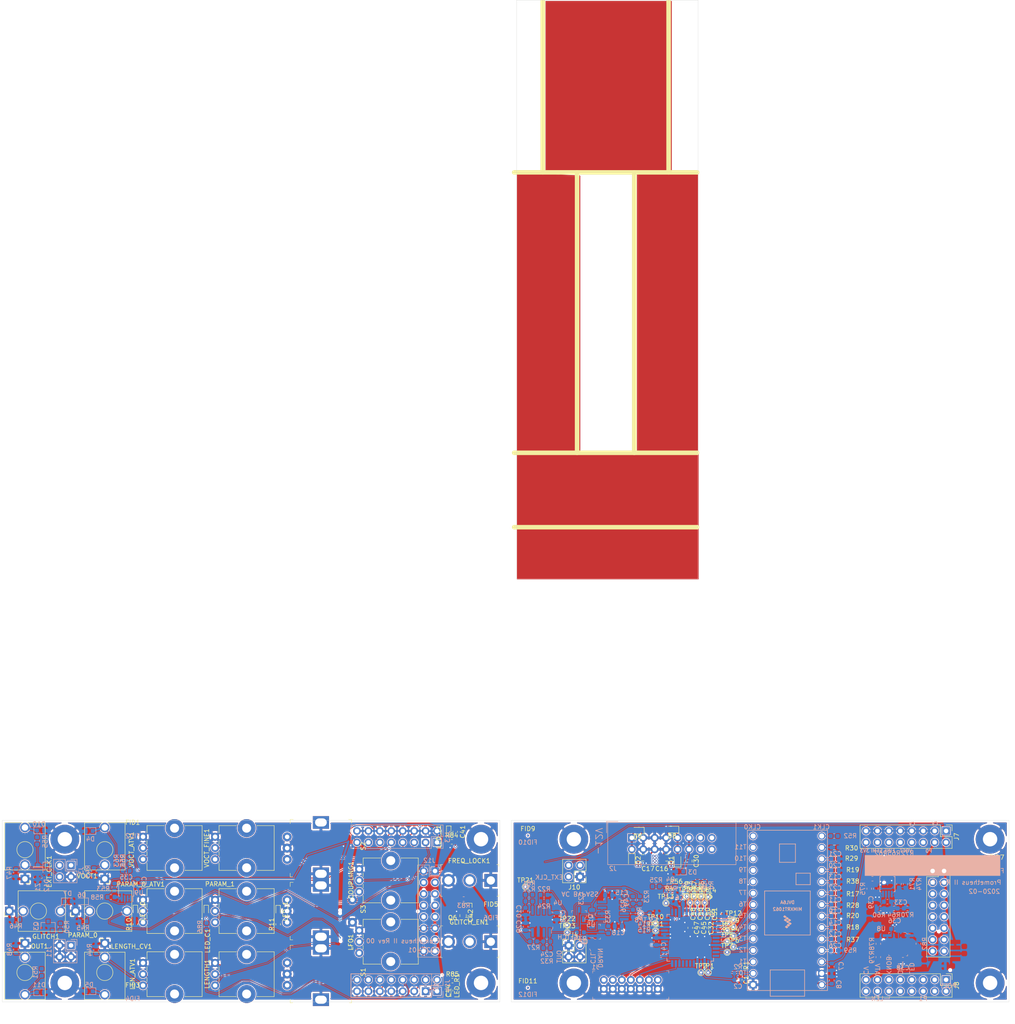
<source format=kicad_pcb>
(kicad_pcb (version 20171130) (host pcbnew 5.1.4+dfsg1-1)
  (layers (0 F.Cu signal) (1 In1.Cu signal) (2 In2.Cu signal) (31 B.Cu signal) (34 B.Paste user hide) (35 F.Paste user hide) (36 B.SilkS user hide) (37 F.SilkS user hide) (38 B.Mask user) (39 F.Mask user) (44 Edge.Cuts user))
  (net 0 "")
  (net 1 GND)
  (net 2 +12V)
  (net 3 -12V)
  (net 4 "Net-(D2-Pad1)")
  (net 5 "Net-(D1-Pad2)")
  (net 6 +3V3)
  (net 7 +5V)
  (net 8 /OUTA)
  (net 9 /CV_FILT)
  (net 10 /LEN_CV_T)
  (net 11 /LEN_KNOB_T)
  (net 12 /PARAM_0_T)
  (net 13 /PARAM_1_T)
  (net 14 /VOCT_T)
  (net 15 /VOCT_ATV_T)
  (net 16 /VOCT_FINE_T)
  (net 17 /OUTC)
  (net 18 "Net-(C24-Pad2)")
  (net 19 /LFO_T)
  (net 20 "Net-(C35-Pad2)")
  (net 21 "Net-(C35-Pad1)")
  (net 22 "Net-(C41-Pad1)")
  (net 23 "Net-(D4-Pad1)")
  (net 24 "Net-(D7-Pad1)")
  (net 25 "Net-(D10-Pad1)")
  (net 26 "Net-(D11-Pad1)")
  (net 27 /FREQ_LOCK_T)
  (net 28 "Net-(GLITCH1-PadTN)")
  (net 29 /GLITCH_EN_T)
  (net 30 "Net-(J1-Pad14)")
  (net 31 "Net-(J1-Pad12)")
  (net 32 /JTAG_TDI)
  (net 33 /JTAG_TDO)
  (net 34 /JTAG_TCK)
  (net 35 /JTAG_TMS)
  (net 36 "Net-(J2-Pad15)")
  (net 37 "Net-(J2-Pad13)")
  (net 38 "Net-(LED_C1-Pad2)")
  (net 39 "Net-(LED_L1-Pad2)")
  (net 40 "Net-(LED_R1-Pad2)")
  (net 41 /LEN_KNOB)
  (net 42 /LFO)
  (net 43 "Net-(OUT1-PadTN)")
  (net 44 "Net-(PARAM_0-PadTN)")
  (net 45 /PARAM_1)
  (net 46 "Net-(Q2-Pad3)")
  (net 47 /GLITCH_IN_T)
  (net 48 "Net-(Q3-Pad1)")
  (net 49 /EXT_CLK_EN_T)
  (net 50 "Net-(Q4-Pad1)")
  (net 51 "Net-(Q6-Pad1)")
  (net 52 /OUT1)
  (net 53 /OUT0)
  (net 54 /LEN_CV)
  (net 55 /PARAM_0)
  (net 56 "Net-(R21-Pad1)")
  (net 57 /OUTB)
  (net 58 /VOCT_CV)
  (net 59 /VOCT_ATV)
  (net 60 /VOCT_FINE)
  (net 61 /OUT)
  (net 62 "Net-(R43-Pad2)")
  (net 63 "Net-(R53-Pad1)")
  (net 64 /LFO_LED_T)
  (net 65 /TAPS_LED_T)
  (net 66 /LFSR1_IN)
  (net 67 /LFSR0_IN)
  (net 68 /CLK1_T)
  (net 69 /CLK0_T)
  (net 70 /CLK0)
  (net 71 /PARAM_0_CV_T)
  (net 72 /PARAM_0_CV)
  (net 73 /EXT_CLK)
  (net 74 /VOCT_CV_P)
  (net 75 /VOCT_ATV_P)
  (net 76 /EXT_CLK_P)
  (net 77 /OUT_P)
  (net 78 /LEN_CV_P)
  (net 79 /PARAM_0_P)
  (net 80 /GLITCH_IN_P)
  (net 81 /GLITCH_EN_P)
  (net 82 /LEN_KNOB_P)
  (net 83 /VOCT_OCT_P)
  (net 84 /TAPS_LED_P)
  (net 85 /POLY_P)
  (net 86 /LFO_P)
  (net 87 /LFO_LED_P)
  (net 88 /CV_FILT_P)
  (net 89 /FREQ_LOCK_P)
  (net 90 /PARAM_1_P)
  (net 91 /PARAM_0_CV_P)
  (net 92 /VOCT_FINE_P)
  (net 93 "Net-(C33-Pad2)")
  (net 94 "Net-(C33-Pad1)")
  (net 95 "Net-(C34-Pad2)")
  (net 96 "Net-(C34-Pad1)")
  (net 97 /_LEN_CV)
  (net 98 "Net-(R70-Pad2)")
  (net 99 "Net-(R71-Pad2)")
  (net 100 /_PARAM_0_CV)
  (net 101 "Net-(R73-Pad2)")
  (net 102 "Net-(R78-Pad2)")
  (net 103 "Net-(R82-Pad1)")
  (net 104 /LEN_ATV_P)
  (net 105 /LEN_ATV)
  (net 106 /_CV_FILT)
  (net 107 "Net-(C10-Pad1)")
  (net 108 /EXT_CLK_SW_P)
  (net 109 /EXT_CLK_SW)
  (net 110 "Net-(U9-Pad1)")
  (net 111 "Net-(J2-Pad16)")
  (net 112 "Net-(J2-Pad14)")
  (net 113 /CLK1)
  (net 114 /VOCT_SEMI_A)
  (net 115 /VOCT_SEMI_B)
  (net 116 /POLY_A)
  (net 117 /POLY_B)
  (net 118 /VOCT_OCT_A)
  (net 119 /VOCT_OCT_B)
  (net 120 "Net-(LENGTH_CV1-PadTN)")
  (net 121 /WE)
  (net 122 /SDO)
  (net 123 /SDI)
  (net 124 /SCK)
  (net 125 /POLY_SW)
  (net 126 "Net-(U2-Pad44)")
  (net 127 "Net-(U2-Pad16)")
  (net 128 "Net-(U2-Pad14)")
  (net 129 "Net-(U2-Pad13)")
  (net 130 "Net-(U2-Pad12)")
  (net 131 "Net-(U2-Pad8)")
  (net 132 "Net-(U2-Pad7)")
  (net 133 "Net-(U2-Pad6)")
  (net 134 "Net-(U2-Pad5)")
  (net 135 "Net-(J9-Pad10)")
  (net 136 /LED_1_T)
  (net 137 /LED_0_T)
  (net 138 /FB_OGAIN)
  (net 139 "Net-(C49-Pad1)")
  (net 140 /BYP_THRESH)
  (net 141 /CUTOFF)
  (net 142 /BYPASS)
  (net 143 /VOCT_OCT_B_P)
  (net 144 /VOCT_OCT_A_P)
  (net 145 /POLY_B_P)
  (net 146 /POLY_A_P)
  (net 147 /POLY_SW_P)
  (net 148 /LED_0_P)
  (net 149 /LED_1_P)
  (net 150 /VOCT_SEMI_A_P)
  (net 151 /VOCT_SEMI_B_P)
  (net 152 "Net-(LED_0-Pad2)")
  (net 153 "Net-(LED_1-Pad2)")
  (module Resistor_SMD:R_0603_1608Metric (layer F.Cu) (at 77.7435 112.156 90)
    (fp_text reference R11 (at 0 -1.43 90) (layer F.SilkS))
    (fp_text value 330)
    (pad 2 smd roundrect (at 0.7875 0 90) (size 0.875 0.95) (layers F.Cu F.Paste F.Mask) (net 149 /LED_1_P))
    (pad 1 smd roundrect (at -0.7875 0 90) (size 0.875 0.95) (layers F.Cu F.Paste F.Mask) (net 153 "Net-(LED_1-Pad2)"))
  )
  (module Resistor_SMD:R_0603_1608Metric (layer F.Cu) (at 46.0435 112.156 90)
    (fp_text reference R10 (at 0 -1.43 -90) (layer F.SilkS))
    (fp_text value 330)
    (pad 2 smd roundrect (at 0.7875 0 90) (size 0.875 0.95) (layers F.Cu F.Paste F.Mask) (net 148 /LED_0_P))
    (pad 1 smd roundrect (at -0.7875 0 90) (size 0.875 0.95) (layers F.Cu F.Paste F.Mask) (net 152 "Net-(LED_0-Pad2)"))
  )
  (module digikey-footprints:LED_0603 (layer F.Cu) (at 77.7435 109.256 270)
    (fp_text reference LED_1 (at 0 -1.61 90) (layer F.SilkS))
    (fp_text value LTST-C190KGKT)
    (pad 2 smd rect (at 0.75 0 270) (size 0.8 0.8) (layers F.Cu F.Paste F.Mask) (net 153 "Net-(LED_1-Pad2)"))
    (pad 1 smd rect (at -0.75 0 270) (size 0.8 0.8) (layers F.Cu F.Paste F.Mask) (net 1 GND))
  )
  (module digikey-footprints:LED_0603 (layer F.Cu) (at 46.0435 109.206 270)
    (fp_text reference LED_0 (at 0 -1.61 90) (layer F.SilkS))
    (fp_text value LTST-C190KGKT)
    (pad 2 smd rect (at 0.75 0 270) (size 0.8 0.8) (layers F.Cu F.Paste F.Mask) (net 152 "Net-(LED_0-Pad2)"))
    (pad 1 smd rect (at -0.75 0 270) (size 0.8 0.8) (layers F.Cu F.Paste F.Mask) (net 1 GND))
  )
  (module ttt_lib:Toggle_Switch_TSM113F1 (layer F.Cu) (at 124.968 102.416 180)
    (fp_text reference FREQ_LOCK1 (at 4.8045 4.34 180) (layer F.SilkS))
    (fp_text value TSM113F1)
    (pad 1 thru_hole rect (at 0 0 180) (size 2.85 2.85) (drill 1.85) (layers *.Cu *.Mask) (net 1 GND))
    (pad 2 thru_hole circle (at 4.7 0 180) (size 2.85 2.85) (drill 1.85) (layers *.Cu *.Mask) (net 89 /FREQ_LOCK_P))
    (pad 3 thru_hole circle (at 9.4 0 180) (size 2.85 2.85) (drill 1.85) (layers *.Cu *.Mask) (net 1 GND))
  )
  (module Connector_PinHeader_2.54mm:PinHeader_2x07_P2.54mm_Vertical (layer B.Cu) (at 110.49 127.01 90)
    (fp_text reference J18 (at 1.27 2.33 90) (layer B.SilkS) (effects (justify mirror)))
    (fp_text value Conn_02x07_Odd_Even)
    (pad 14 thru_hole oval (at 2.54 -15.24 90) (size 1.7 1.7) (drill 1) (layers *.Cu *.Mask) (net 78 /LEN_CV_P))
    (pad 13 thru_hole oval (at 0 -15.24 90) (size 1.7 1.7) (drill 1) (layers *.Cu *.Mask) (net 1 GND))
    (pad 12 thru_hole oval (at 2.54 -12.7 90) (size 1.7 1.7) (drill 1) (layers *.Cu *.Mask) (net 104 /LEN_ATV_P))
    (pad 11 thru_hole oval (at 0 -12.7 90) (size 1.7 1.7) (drill 1) (layers *.Cu *.Mask) (net 1 GND))
    (pad 10 thru_hole oval (at 2.54 -10.16 90) (size 1.7 1.7) (drill 1) (layers *.Cu *.Mask) (net 82 /LEN_KNOB_P))
    (pad 9 thru_hole oval (at 0 -10.16 90) (size 1.7 1.7) (drill 1) (layers *.Cu *.Mask) (net 1 GND))
    (pad 8 thru_hole oval (at 2.54 -7.62 90) (size 1.7 1.7) (drill 1) (layers *.Cu *.Mask) (net 83 /VOCT_OCT_P))
    (pad 7 thru_hole oval (at 0 -7.62 90) (size 1.7 1.7) (drill 1) (layers *.Cu *.Mask) (net 1 GND))
    (pad 6 thru_hole oval (at 2.54 -5.08 90) (size 1.7 1.7) (drill 1) (layers *.Cu *.Mask) (net 84 /TAPS_LED_P))
    (pad 5 thru_hole oval (at 0 -5.08 90) (size 1.7 1.7) (drill 1) (layers *.Cu *.Mask) (net 1 GND))
    (pad 4 thru_hole oval (at 2.54 -2.54 90) (size 1.7 1.7) (drill 1) (layers *.Cu *.Mask) (net 90 /PARAM_1_P))
    (pad 3 thru_hole oval (at 0 -2.54 90) (size 1.7 1.7) (drill 1) (layers *.Cu *.Mask) (net 1 GND))
    (pad 2 thru_hole oval (at 2.54 0 90) (size 1.7 1.7) (drill 1) (layers *.Cu *.Mask) (net 85 /POLY_P))
    (pad 1 thru_hole rect (at 0 0 90) (size 1.7 1.7) (drill 1) (layers *.Cu *.Mask) (net 1 GND))
  )
  (module Connector_PinHeader_2.54mm:PinHeader_2x08_P2.54mm_Vertical (layer B.Cu) (at 113.03 127.01 90)
    (fp_text reference J14 (at 1.27 2.33 90) (layer B.SilkS) (effects (justify mirror)))
    (fp_text value Conn_02x08_Odd_Even)
    (pad 16 thru_hole oval (at 2.54 -17.78 90) (size 1.7 1.7) (drill 1) (layers *.Cu *.Mask) (net 6 +3V3))
    (pad 15 thru_hole oval (at 0 -17.78 90) (size 1.7 1.7) (drill 1) (layers *.Cu *.Mask) (net 1 GND))
    (pad 14 thru_hole oval (at 2.54 -15.24 90) (size 1.7 1.7) (drill 1) (layers *.Cu *.Mask) (net 78 /LEN_CV_P))
    (pad 13 thru_hole oval (at 0 -15.24 90) (size 1.7 1.7) (drill 1) (layers *.Cu *.Mask) (net 1 GND))
    (pad 12 thru_hole oval (at 2.54 -12.7 90) (size 1.7 1.7) (drill 1) (layers *.Cu *.Mask) (net 104 /LEN_ATV_P))
    (pad 11 thru_hole oval (at 0 -12.7 90) (size 1.7 1.7) (drill 1) (layers *.Cu *.Mask) (net 1 GND))
    (pad 10 thru_hole oval (at 2.54 -10.16 90) (size 1.7 1.7) (drill 1) (layers *.Cu *.Mask) (net 82 /LEN_KNOB_P))
    (pad 9 thru_hole oval (at 0 -10.16 90) (size 1.7 1.7) (drill 1) (layers *.Cu *.Mask) (net 1 GND))
    (pad 8 thru_hole oval (at 2.54 -7.62 90) (size 1.7 1.7) (drill 1) (layers *.Cu *.Mask) (net 90 /PARAM_1_P))
    (pad 7 thru_hole oval (at 0 -7.62 90) (size 1.7 1.7) (drill 1) (layers *.Cu *.Mask) (net 1 GND))
    (pad 6 thru_hole oval (at 2.54 -5.08 90) (size 1.7 1.7) (drill 1) (layers *.Cu *.Mask) (net 143 /VOCT_OCT_B_P))
    (pad 5 thru_hole oval (at 0 -5.08 90) (size 1.7 1.7) (drill 1) (layers *.Cu *.Mask) (net 1 GND))
    (pad 4 thru_hole oval (at 2.54 -2.54 90) (size 1.7 1.7) (drill 1) (layers *.Cu *.Mask) (net 144 /VOCT_OCT_A_P))
    (pad 3 thru_hole oval (at 0 -2.54 90) (size 1.7 1.7) (drill 1) (layers *.Cu *.Mask) (net 1 GND))
    (pad 2 thru_hole oval (at 2.54 0 90) (size 1.7 1.7) (drill 1) (layers *.Cu *.Mask) (net 86 /LFO_P))
    (pad 1 thru_hole rect (at 0 0 90) (size 1.7 1.7) (drill 1) (layers *.Cu *.Mask) (net 1 GND))
  )
  (module Connector_PinHeader_2.54mm:PinHeader_2x08_P2.54mm_Vertical (layer B.Cu) (at 113.03 93.98 90)
    (fp_text reference J13 (at 1.27 2.33 90) (layer B.SilkS) (effects (justify mirror)))
    (fp_text value Conn_02x08_Odd_Even)
    (pad 16 thru_hole oval (at 2.54 -17.78 90) (size 1.7 1.7) (drill 1) (layers *.Cu *.Mask) (net 1 GND))
    (pad 15 thru_hole oval (at 0 -17.78 90) (size 1.7 1.7) (drill 1) (layers *.Cu *.Mask) (net 6 +3V3))
    (pad 14 thru_hole oval (at 2.54 -15.24 90) (size 1.7 1.7) (drill 1) (layers *.Cu *.Mask) (net 1 GND))
    (pad 13 thru_hole oval (at 0 -15.24 90) (size 1.7 1.7) (drill 1) (layers *.Cu *.Mask) (net 92 /VOCT_FINE_P))
    (pad 12 thru_hole oval (at 2.54 -12.7 90) (size 1.7 1.7) (drill 1) (layers *.Cu *.Mask) (net 1 GND))
    (pad 11 thru_hole oval (at 0 -12.7 90) (size 1.7 1.7) (drill 1) (layers *.Cu *.Mask) (net 75 /VOCT_ATV_P))
    (pad 10 thru_hole oval (at 2.54 -10.16 90) (size 1.7 1.7) (drill 1) (layers *.Cu *.Mask) (net 1 GND))
    (pad 9 thru_hole oval (at 0 -10.16 90) (size 1.7 1.7) (drill 1) (layers *.Cu *.Mask) (net 74 /VOCT_CV_P))
    (pad 8 thru_hole oval (at 2.54 -7.62 90) (size 1.7 1.7) (drill 1) (layers *.Cu *.Mask) (net 1 GND))
    (pad 7 thru_hole oval (at 0 -7.62 90) (size 1.7 1.7) (drill 1) (layers *.Cu *.Mask) (net 79 /PARAM_0_P))
    (pad 6 thru_hole oval (at 2.54 -5.08 90) (size 1.7 1.7) (drill 1) (layers *.Cu *.Mask) (net 1 GND))
    (pad 5 thru_hole oval (at 0 -5.08 90) (size 1.7 1.7) (drill 1) (layers *.Cu *.Mask) (net 91 /PARAM_0_CV_P))
    (pad 4 thru_hole oval (at 2.54 -2.54 90) (size 1.7 1.7) (drill 1) (layers *.Cu *.Mask) (net 1 GND))
    (pad 3 thru_hole oval (at 0 -2.54 90) (size 1.7 1.7) (drill 1) (layers *.Cu *.Mask) (net 88 /CV_FILT_P))
    (pad 2 thru_hole oval (at 2.54 0 90) (size 1.7 1.7) (drill 1) (layers *.Cu *.Mask) (net 1 GND))
    (pad 1 thru_hole rect (at 0 0 90) (size 1.7 1.7) (drill 1) (layers *.Cu *.Mask) (net 89 /FREQ_LOCK_P))
  )
  (module Connector_PinHeader_2.54mm:PinHeader_2x08_P2.54mm_Vertical (layer B.Cu) (at 112.5835 100.329 180)
    (fp_text reference J12 (at 1.27 2.33) (layer B.SilkS) (effects (justify mirror)))
    (fp_text value Conn_02x08_Odd_Even)
    (pad 16 thru_hole oval (at 2.54 -17.78 180) (size 1.7 1.7) (drill 1) (layers *.Cu *.Mask) (net 146 /POLY_A_P))
    (pad 15 thru_hole oval (at 0 -17.78 180) (size 1.7 1.7) (drill 1) (layers *.Cu *.Mask) (net 145 /POLY_B_P))
    (pad 14 thru_hole oval (at 2.54 -15.24 180) (size 1.7 1.7) (drill 1) (layers *.Cu *.Mask) (net 147 /POLY_SW_P))
    (pad 13 thru_hole oval (at 0 -15.24 180) (size 1.7 1.7) (drill 1) (layers *.Cu *.Mask) (net 1 GND))
    (pad 12 thru_hole oval (at 2.54 -12.7 180) (size 1.7 1.7) (drill 1) (layers *.Cu *.Mask) (net 84 /TAPS_LED_P))
    (pad 11 thru_hole oval (at 0 -12.7 180) (size 1.7 1.7) (drill 1) (layers *.Cu *.Mask) (net 1 GND))
    (pad 10 thru_hole oval (at 2.54 -10.16 180) (size 1.7 1.7) (drill 1) (layers *.Cu *.Mask) (net 81 /GLITCH_EN_P))
    (pad 9 thru_hole oval (at 0 -10.16 180) (size 1.7 1.7) (drill 1) (layers *.Cu *.Mask) (net 87 /LFO_LED_P))
    (pad 8 thru_hole oval (at 2.54 -7.62 180) (size 1.7 1.7) (drill 1) (layers *.Cu *.Mask) (net 149 /LED_1_P))
    (pad 7 thru_hole oval (at 0 -7.62 180) (size 1.7 1.7) (drill 1) (layers *.Cu *.Mask) (net 1 GND))
    (pad 6 thru_hole oval (at 2.54 -5.08 180) (size 1.7 1.7) (drill 1) (layers *.Cu *.Mask) (net 148 /LED_0_P))
    (pad 5 thru_hole oval (at 0 -5.08 180) (size 1.7 1.7) (drill 1) (layers *.Cu *.Mask) (net 1 GND))
    (pad 4 thru_hole oval (at 2.54 -2.54 180) (size 1.7 1.7) (drill 1) (layers *.Cu *.Mask) (net 1 GND))
    (pad 3 thru_hole oval (at 0 -2.54 180) (size 1.7 1.7) (drill 1) (layers *.Cu *.Mask) (net 1 GND))
    (pad 2 thru_hole oval (at 2.54 0 180) (size 1.7 1.7) (drill 1) (layers *.Cu *.Mask) (net 151 /VOCT_SEMI_B_P))
    (pad 1 thru_hole rect (at 0 0 180) (size 1.7 1.7) (drill 1) (layers *.Cu *.Mask) (net 150 /VOCT_SEMI_A_P))
  )
  (module Connector_PinHeader_2.54mm:PinHeader_2x08_P2.54mm_Vertical (layer F.Cu) (at 223.07 100.32)
    (fp_text reference J9 (at 1.27 -2.33) (layer F.SilkS))
    (fp_text value Conn_02x08_Odd_Even)
    (pad 16 thru_hole oval (at 2.54 17.78) (size 1.7 1.7) (drill 1) (layers *.Cu *.Mask) (net 117 /POLY_B))
    (pad 15 thru_hole oval (at 0 17.78) (size 1.7 1.7) (drill 1) (layers *.Cu *.Mask) (net 116 /POLY_A))
    (pad 14 thru_hole oval (at 2.54 15.24) (size 1.7 1.7) (drill 1) (layers *.Cu *.Mask) (net 1 GND))
    (pad 13 thru_hole oval (at 0 15.24) (size 1.7 1.7) (drill 1) (layers *.Cu *.Mask) (net 125 /POLY_SW))
    (pad 12 thru_hole oval (at 2.54 12.7) (size 1.7 1.7) (drill 1) (layers *.Cu *.Mask) (net 1 GND))
    (pad 11 thru_hole oval (at 0 12.7) (size 1.7 1.7) (drill 1) (layers *.Cu *.Mask) (net 65 /TAPS_LED_T))
    (pad 10 thru_hole oval (at 2.54 10.16) (size 1.7 1.7) (drill 1) (layers *.Cu *.Mask) (net 64 /LFO_LED_T))
    (pad 9 thru_hole oval (at 0 10.16) (size 1.7 1.7) (drill 1) (layers *.Cu *.Mask) (net 29 /GLITCH_EN_T))
    (pad 8 thru_hole oval (at 2.54 7.62) (size 1.7 1.7) (drill 1) (layers *.Cu *.Mask) (net 1 GND))
    (pad 7 thru_hole oval (at 0 7.62) (size 1.7 1.7) (drill 1) (layers *.Cu *.Mask) (net 136 /LED_1_T))
    (pad 6 thru_hole oval (at 2.54 5.08) (size 1.7 1.7) (drill 1) (layers *.Cu *.Mask) (net 1 GND))
    (pad 5 thru_hole oval (at 0 5.08) (size 1.7 1.7) (drill 1) (layers *.Cu *.Mask) (net 137 /LED_0_T))
    (pad 4 thru_hole oval (at 2.54 2.54) (size 1.7 1.7) (drill 1) (layers *.Cu *.Mask) (net 1 GND))
    (pad 3 thru_hole oval (at 0 2.54) (size 1.7 1.7) (drill 1) (layers *.Cu *.Mask) (net 1 GND))
    (pad 2 thru_hole oval (at 2.54 0) (size 1.7 1.7) (drill 1) (layers *.Cu *.Mask) (net 114 /VOCT_SEMI_A))
    (pad 1 thru_hole rect (at 0 0) (size 1.7 1.7) (drill 1) (layers *.Cu *.Mask) (net 115 /VOCT_SEMI_B))
  )
  (module Connector_PinHeader_2.54mm:PinHeader_2x08_P2.54mm_Vertical (layer F.Cu) (at 226.06 124.46 270)
    (fp_text reference J8 (at 1.27 -2.33 90) (layer F.SilkS))
    (fp_text value Conn_02x08_Odd_Even)
    (pad 16 thru_hole oval (at 2.54 17.78 270) (size 1.7 1.7) (drill 1) (layers *.Cu *.Mask) (net 1 GND))
    (pad 15 thru_hole oval (at 0 17.78 270) (size 1.7 1.7) (drill 1) (layers *.Cu *.Mask) (net 6 +3V3))
    (pad 14 thru_hole oval (at 2.54 15.24 270) (size 1.7 1.7) (drill 1) (layers *.Cu *.Mask) (net 1 GND))
    (pad 13 thru_hole oval (at 0 15.24 270) (size 1.7 1.7) (drill 1) (layers *.Cu *.Mask) (net 97 /_LEN_CV))
    (pad 12 thru_hole oval (at 2.54 12.7 270) (size 1.7 1.7) (drill 1) (layers *.Cu *.Mask) (net 1 GND))
    (pad 11 thru_hole oval (at 0 12.7 270) (size 1.7 1.7) (drill 1) (layers *.Cu *.Mask) (net 105 /LEN_ATV))
    (pad 10 thru_hole oval (at 2.54 10.16 270) (size 1.7 1.7) (drill 1) (layers *.Cu *.Mask) (net 1 GND))
    (pad 9 thru_hole oval (at 0 10.16 270) (size 1.7 1.7) (drill 1) (layers *.Cu *.Mask) (net 41 /LEN_KNOB))
    (pad 8 thru_hole oval (at 2.54 7.62 270) (size 1.7 1.7) (drill 1) (layers *.Cu *.Mask) (net 1 GND))
    (pad 7 thru_hole oval (at 0 7.62 270) (size 1.7 1.7) (drill 1) (layers *.Cu *.Mask) (net 45 /PARAM_1))
    (pad 6 thru_hole oval (at 2.54 5.08 270) (size 1.7 1.7) (drill 1) (layers *.Cu *.Mask) (net 1 GND))
    (pad 5 thru_hole oval (at 0 5.08 270) (size 1.7 1.7) (drill 1) (layers *.Cu *.Mask) (net 119 /VOCT_OCT_B))
    (pad 4 thru_hole oval (at 2.54 2.54 270) (size 1.7 1.7) (drill 1) (layers *.Cu *.Mask) (net 1 GND))
    (pad 3 thru_hole oval (at 0 2.54 270) (size 1.7 1.7) (drill 1) (layers *.Cu *.Mask) (net 118 /VOCT_OCT_A))
    (pad 2 thru_hole oval (at 2.54 0 270) (size 1.7 1.7) (drill 1) (layers *.Cu *.Mask) (net 1 GND))
    (pad 1 thru_hole rect (at 0 0 270) (size 1.7 1.7) (drill 1) (layers *.Cu *.Mask) (net 42 /LFO))
  )
  (module Connector_PinHeader_2.54mm:PinHeader_2x08_P2.54mm_Vertical (layer F.Cu) (at 226.06 91.43 270)
    (fp_text reference J7 (at 1.27 -2.33 90) (layer F.SilkS))
    (fp_text value Conn_02x08_Odd_Even)
    (pad 16 thru_hole oval (at 2.54 17.78 270) (size 1.7 1.7) (drill 1) (layers *.Cu *.Mask) (net 6 +3V3))
    (pad 15 thru_hole oval (at 0 17.78 270) (size 1.7 1.7) (drill 1) (layers *.Cu *.Mask) (net 1 GND))
    (pad 14 thru_hole oval (at 2.54 15.24 270) (size 1.7 1.7) (drill 1) (layers *.Cu *.Mask) (net 60 /VOCT_FINE))
    (pad 13 thru_hole oval (at 0 15.24 270) (size 1.7 1.7) (drill 1) (layers *.Cu *.Mask) (net 1 GND))
    (pad 12 thru_hole oval (at 2.54 12.7 270) (size 1.7 1.7) (drill 1) (layers *.Cu *.Mask) (net 59 /VOCT_ATV))
    (pad 11 thru_hole oval (at 0 12.7 270) (size 1.7 1.7) (drill 1) (layers *.Cu *.Mask) (net 1 GND))
    (pad 10 thru_hole oval (at 2.54 10.16 270) (size 1.7 1.7) (drill 1) (layers *.Cu *.Mask) (net 58 /VOCT_CV))
    (pad 9 thru_hole oval (at 0 10.16 270) (size 1.7 1.7) (drill 1) (layers *.Cu *.Mask) (net 1 GND))
    (pad 8 thru_hole oval (at 2.54 7.62 270) (size 1.7 1.7) (drill 1) (layers *.Cu *.Mask) (net 55 /PARAM_0))
    (pad 7 thru_hole oval (at 0 7.62 270) (size 1.7 1.7) (drill 1) (layers *.Cu *.Mask) (net 1 GND))
    (pad 6 thru_hole oval (at 2.54 5.08 270) (size 1.7 1.7) (drill 1) (layers *.Cu *.Mask) (net 100 /_PARAM_0_CV))
    (pad 5 thru_hole oval (at 0 5.08 270) (size 1.7 1.7) (drill 1) (layers *.Cu *.Mask) (net 1 GND))
    (pad 4 thru_hole oval (at 2.54 2.54 270) (size 1.7 1.7) (drill 1) (layers *.Cu *.Mask) (net 106 /_CV_FILT))
    (pad 3 thru_hole oval (at 0 2.54 270) (size 1.7 1.7) (drill 1) (layers *.Cu *.Mask) (net 1 GND))
    (pad 2 thru_hole oval (at 2.54 0 270) (size 1.7 1.7) (drill 1) (layers *.Cu *.Mask) (net 27 /FREQ_LOCK_T))
    (pad 1 thru_hole rect (at 0 0 270) (size 1.7 1.7) (drill 1) (layers *.Cu *.Mask) (net 1 GND))
  )
  (module Fiducial:Fiducial_0.5mm_Mask1mm (layer B.Cu) (at 133.1975 126.238)
    (fp_text reference FID12 (at 0 1.5) (layer B.SilkS) (effects (justify mirror)))
    (fp_text value Fiducial)
    (pad "" smd circle (at 0 0) (size 0.5 0.5) (layers B.Cu B.Mask) (clearance 0.25))
  )
  (module Fiducial:Fiducial_0.5mm_Mask1mm (layer F.Cu) (at 133.1975 126.238)
    (fp_text reference FID11 (at 0 -1.5) (layer F.SilkS))
    (fp_text value Fiducial)
    (pad "" smd circle (at 0 0) (size 0.5 0.5) (layers F.Cu F.Mask) (clearance 0.25))
  )
  (module Fiducial:Fiducial_0.5mm_Mask1mm (layer B.Cu) (at 133.1975 92.456)
    (fp_text reference FID10 (at 0 1.5) (layer B.SilkS) (effects (justify mirror)))
    (fp_text value Fiducial)
    (pad "" smd circle (at 0 0) (size 0.5 0.5) (layers B.Cu B.Mask) (clearance 0.25))
  )
  (module Fiducial:Fiducial_0.5mm_Mask1mm (layer F.Cu) (at 133.1975 92.456)
    (fp_text reference FID9 (at 0 -1.5) (layer F.SilkS))
    (fp_text value Fiducial)
    (pad "" smd circle (at 0 0) (size 0.5 0.5) (layers F.Cu F.Mask) (clearance 0.25))
  )
  (module Fiducial:Fiducial_0.5mm_Mask1mm (layer B.Cu) (at 237.3375 98.806)
    (fp_text reference FID8 (at 0 1.5) (layer B.SilkS) (effects (justify mirror)))
    (fp_text value Fiducial)
    (pad "" smd circle (at 0 0) (size 0.5 0.5) (layers B.Cu B.Mask) (clearance 0.25))
  )
  (module Fiducial:Fiducial_0.5mm_Mask1mm (layer F.Cu) (at 237.3375 98.806)
    (fp_text reference FID7 (at 0 -1.5) (layer F.SilkS))
    (fp_text value Fiducial)
    (pad "" smd circle (at 0 0) (size 0.5 0.5) (layers F.Cu F.Mask) (clearance 0.25))
  )
  (module Fiducial:Fiducial_0.5mm_Mask1mm (layer B.Cu) (at 124.9835 109.216)
    (fp_text reference FID6 (at 0 1.5) (layer B.SilkS) (effects (justify mirror)))
    (fp_text value Fiducial)
    (pad "" smd circle (at 0 0) (size 0.5 0.5) (layers B.Cu B.Mask) (clearance 0.25))
  )
  (module Fiducial:Fiducial_0.5mm_Mask1mm (layer F.Cu) (at 124.9835 109.216)
    (fp_text reference FID5 (at 0 -1.5) (layer F.SilkS))
    (fp_text value Fiducial)
    (pad "" smd circle (at 0 0) (size 0.5 0.5) (layers F.Cu F.Mask) (clearance 0.25))
  )
  (module Fiducial:Fiducial_0.5mm_Mask1mm (layer B.Cu) (at 45.4435 127.156)
    (fp_text reference FID4 (at 0 1.5) (layer B.SilkS) (effects (justify mirror)))
    (fp_text value Fiducial)
    (pad "" smd circle (at 0 0) (size 0.5 0.5) (layers B.Cu B.Mask) (clearance 0.25))
  )
  (module Fiducial:Fiducial_0.5mm_Mask1mm (layer F.Cu) (at 45.4435 127.156)
    (fp_text reference FID3 (at 0 -1.5) (layer F.SilkS))
    (fp_text value Fiducial)
    (pad "" smd circle (at 0 0) (size 0.5 0.5) (layers F.Cu F.Mask) (clearance 0.25))
  )
  (module Fiducial:Fiducial_0.5mm_Mask1mm (layer B.Cu) (at 45.4435 91.056)
    (fp_text reference FID2 (at 0 1.5) (layer B.SilkS) (effects (justify mirror)))
    (fp_text value Fiducial)
    (pad "" smd circle (at 0 0) (size 0.5 0.5) (layers B.Cu B.Mask) (clearance 0.25))
  )
  (module Fiducial:Fiducial_0.5mm_Mask1mm (layer F.Cu) (at 45.4435 91.056)
    (fp_text reference FID1 (at 0 -1.5) (layer F.SilkS))
    (fp_text value Fiducial)
    (pad "" smd circle (at 0 0) (size 0.5 0.5) (layers F.Cu F.Mask) (clearance 0.25))
  )
  (module ttt_lib:Toggle_Switch_TSM113F1 (layer F.Cu) (at 124.968 116.02 180)
    (fp_text reference GLITCH_EN1 (at 4.8045 4.34 180) (layer F.SilkS))
    (fp_text value TSM113F1)
    (pad 1 thru_hole rect (at 0 0 180) (size 2.85 2.85) (drill 1.85) (layers *.Cu *.Mask) (net 1 GND))
    (pad 2 thru_hole circle (at 4.7 0 180) (size 2.85 2.85) (drill 1.85) (layers *.Cu *.Mask) (net 81 /GLITCH_EN_P))
    (pad 3 thru_hole circle (at 9.4 0 180) (size 2.85 2.85) (drill 1.85) (layers *.Cu *.Mask) (net 1 GND))
  )
  (module ttt_lib:Teensy40_outerpins (layer B.Cu) (at 190.8302 109.0676 90)
    (fp_text reference U1 (at 0 10.16 90) (layer B.SilkS) (effects (justify mirror)))
    (fp_text value Teensy4.0_NoSD)
    (fp_text user MIMXRT1062 (at 0.254 0 180) (layer B.SilkS) (effects (font (size 0.7 0.7)) (justify mirror)))
    (fp_text user DVL6A (at 1.778 0 180) (layer B.SilkS) (effects (font (size 0.7 0.7)) (justify mirror)))
    (pad 20 thru_hole circle (at 16.51 7.62 90) (size 1.6 1.6) (drill 1.1) (layers *.Cu *.Mask) (net 27 /FREQ_LOCK_T))
    (pad 14 thru_hole circle (at 16.51 -7.62 90) (size 1.6 1.6) (drill 1.1) (layers *.Cu *.Mask) (net 137 /LED_0_T))
    (pad 21 thru_hole circle (at 13.97 7.62 90) (size 1.6 1.6) (drill 1.1) (layers *.Cu *.Mask) (net 16 /VOCT_FINE_T))
    (pad 22 thru_hole circle (at 11.43 7.62 90) (size 1.6 1.6) (drill 1.1) (layers *.Cu *.Mask) (net 15 /VOCT_ATV_T))
    (pad 23 thru_hole circle (at 8.89 7.62 90) (size 1.6 1.6) (drill 1.1) (layers *.Cu *.Mask) (net 14 /VOCT_T))
    (pad 24 thru_hole circle (at 6.35 7.62 90) (size 1.6 1.6) (drill 1.1) (layers *.Cu *.Mask) (net 71 /PARAM_0_CV_T))
    (pad 25 thru_hole circle (at 3.81 7.62 90) (size 1.6 1.6) (drill 1.1) (layers *.Cu *.Mask) (net 19 /LFO_T))
    (pad 26 thru_hole circle (at 1.27 7.62 90) (size 1.6 1.6) (drill 1.1) (layers *.Cu *.Mask) (net 10 /LEN_CV_T))
    (pad 27 thru_hole circle (at -1.27 7.62 90) (size 1.6 1.6) (drill 1.1) (layers *.Cu *.Mask) (net 12 /PARAM_0_T))
    (pad 28 thru_hole circle (at -3.81 7.62 90) (size 1.6 1.6) (drill 1.1) (layers *.Cu *.Mask) (net 13 /PARAM_1_T))
    (pad 29 thru_hole circle (at -6.35 7.62 90) (size 1.6 1.6) (drill 1.1) (layers *.Cu *.Mask) (net 11 /LEN_KNOB_T))
    (pad 30 thru_hole circle (at -8.89 7.62 90) (size 1.6 1.6) (drill 1.1) (layers *.Cu *.Mask) (net 29 /GLITCH_EN_T))
    (pad 31 thru_hole circle (at -11.43 7.62 90) (size 1.6 1.6) (drill 1.1) (layers *.Cu *.Mask) (net 6 +3V3))
    (pad 32 thru_hole circle (at -13.97 7.62 90) (size 1.6 1.6) (drill 1.1) (layers *.Cu *.Mask) (net 1 GND))
    (pad 33 thru_hole circle (at -16.51 7.62 90) (size 1.6 1.6) (drill 1.1) (layers *.Cu *.Mask) (net 7 +5V))
    (pad 13 thru_hole circle (at 13.97 -7.62 90) (size 1.6 1.6) (drill 1.1) (layers *.Cu *.Mask) (net 136 /LED_1_T))
    (pad 12 thru_hole circle (at 11.43 -7.62 90) (size 1.6 1.6) (drill 1.1) (layers *.Cu *.Mask) (net 64 /LFO_LED_T))
    (pad 11 thru_hole circle (at 8.89 -7.62 90) (size 1.6 1.6) (drill 1.1) (layers *.Cu *.Mask) (net 65 /TAPS_LED_T))
    (pad 10 thru_hole circle (at 6.35 -7.62 90) (size 1.6 1.6) (drill 1.1) (layers *.Cu *.Mask) (net 125 /POLY_SW))
    (pad 9 thru_hole circle (at 3.81 -7.62 90) (size 1.6 1.6) (drill 1.1) (layers *.Cu *.Mask) (net 67 /LFSR0_IN))
    (pad 8 thru_hole circle (at 1.27 -7.62 90) (size 1.6 1.6) (drill 1.1) (layers *.Cu *.Mask) (net 66 /LFSR1_IN))
    (pad 7 thru_hole circle (at -1.27 -7.62 90) (size 1.6 1.6) (drill 1.1) (layers *.Cu *.Mask) (net 121 /WE))
    (pad 6 thru_hole circle (at -3.81 -7.62 90) (size 1.6 1.6) (drill 1.1) (layers *.Cu *.Mask) (net 122 /SDO))
    (pad 5 thru_hole circle (at -6.35 -7.62 90) (size 1.6 1.6) (drill 1.1) (layers *.Cu *.Mask) (net 123 /SDI))
    (pad 4 thru_hole circle (at -8.89 -7.62 90) (size 1.6 1.6) (drill 1.1) (layers *.Cu *.Mask) (net 124 /SCK))
    (pad 3 thru_hole circle (at -11.43 -7.62 90) (size 1.6 1.6) (drill 1.1) (layers *.Cu *.Mask) (net 68 /CLK1_T))
    (pad 2 thru_hole circle (at -13.97 -7.62 90) (size 1.6 1.6) (drill 1.1) (layers *.Cu *.Mask) (net 69 /CLK0_T))
    (pad 1 thru_hole rect (at -16.51 -7.62 90) (size 1.6 1.6) (drill 1.1) (layers *.Cu *.Mask) (net 1 GND))
  )
  (module ttt_lib:TestPoint_THTPad_D0.8mm_Drill0.5mm (layer F.Cu) (at 173.2435 122.856)
    (fp_text reference TP1 (at 0 -1.448) (layer F.SilkS))
    (fp_text value TestPoint)
    (pad 1 thru_hole circle (at 0 0) (size 0.8 0.8) (drill 0.5) (layers *.Cu *.Mask) (net 113 /CLK1))
  )
  (module ttt_lib:TestPoint_THTPad_D0.8mm_Drill0.5mm (layer F.Cu) (at 171.6435 122.856)
    (fp_text reference TP2 (at 0 -1.448) (layer F.SilkS))
    (fp_text value TestPoint)
    (pad 1 thru_hole circle (at 0 0) (size 0.8 0.8) (drill 0.5) (layers *.Cu *.Mask) (net 70 /CLK0))
  )
  (module ttt_lib:TestPoint_THTPad_D0.8mm_Drill0.5mm (layer F.Cu) (at 177.4435 113.556)
    (fp_text reference TP3 (at 0 -1.448) (layer F.SilkS))
    (fp_text value TestPoint)
    (pad 1 thru_hole circle (at 0 0) (size 0.8 0.8) (drill 0.5) (layers *.Cu *.Mask) (net 66 /LFSR1_IN))
  )
  (module ttt_lib:TestPoint_THTPad_D0.8mm_Drill0.5mm (layer F.Cu) (at 178.8435 114.756)
    (fp_text reference TP4 (at 0 -1.448) (layer F.SilkS))
    (fp_text value TestPoint)
    (pad 1 thru_hole circle (at 0 0) (size 0.8 0.8) (drill 0.5) (layers *.Cu *.Mask) (net 121 /WE))
  )
  (module ttt_lib:TestPoint_THTPad_D0.8mm_Drill0.5mm (layer F.Cu) (at 177.4435 115.956)
    (fp_text reference TP5 (at 0 -1.448) (layer F.SilkS))
    (fp_text value TestPoint)
    (pad 1 thru_hole circle (at 0 0) (size 0.8 0.8) (drill 0.5) (layers *.Cu *.Mask) (net 122 /SDO))
  )
  (module ttt_lib:TestPoint_THTPad_D0.8mm_Drill0.5mm (layer F.Cu) (at 178.8175 117.156)
    (fp_text reference TP6 (at 0 -1.448) (layer F.SilkS))
    (fp_text value TestPoint)
    (pad 1 thru_hole circle (at 0 0) (size 0.8 0.8) (drill 0.5) (layers *.Cu *.Mask) (net 123 /SDI))
  )
  (module ttt_lib:TestPoint_THTPad_D0.8mm_Drill0.5mm (layer F.Cu) (at 177.4435 118.356)
    (fp_text reference TP7 (at 0 -1.448) (layer F.SilkS))
    (fp_text value TestPoint)
    (pad 1 thru_hole circle (at 0 0) (size 0.8 0.8) (drill 0.5) (layers *.Cu *.Mask) (net 124 /SCK))
  )
  (module ttt_lib:TestPoint_THTPad_D0.8mm_Drill0.5mm (layer B.Cu) (at 158.2435 109.756)
    (fp_text reference TP8 (at 0 1.448) (layer B.SilkS) (effects (justify mirror)))
    (fp_text value TestPoint)
    (pad 1 thru_hole circle (at 0 0) (size 0.8 0.8) (drill 0.5) (layers *.Cu *.Mask) (net 8 /OUTA))
  )
  (module ttt_lib:TestPoint_THTPad_D0.8mm_Drill0.5mm (layer F.Cu) (at 178.8435 112.756)
    (fp_text reference TP9 (at 0 -1.448) (layer F.SilkS))
    (fp_text value TestPoint)
    (pad 1 thru_hole circle (at 0 0) (size 0.8 0.8) (drill 0.5) (layers *.Cu *.Mask) (net 67 /LFSR0_IN))
  )
  (module ttt_lib:TestPoint_THTPad_D0.8mm_Drill0.5mm (layer F.Cu) (at 161.5435 111.956)
    (fp_text reference TP10 (at 0 -1.448) (layer F.SilkS))
    (fp_text value TestPoint)
    (pad 1 thru_hole circle (at 0 0) (size 0.8 0.8) (drill 0.5) (layers *.Cu *.Mask) (net 53 /OUT0))
  )
  (module ttt_lib:TestPoint_THTPad_D0.8mm_Drill0.5mm (layer F.Cu) (at 161.5435 113.556)
    (fp_text reference TP11 (at 0 -1.448) (layer F.SilkS))
    (fp_text value TestPoint)
    (pad 1 thru_hole circle (at 0 0) (size 0.8 0.8) (drill 0.5) (layers *.Cu *.Mask) (net 52 /OUT1))
  )
  (module ttt_lib:TestPoint_THTPad_D0.8mm_Drill0.5mm (layer F.Cu) (at 178.8435 111.156)
    (fp_text reference TP12 (at 0 -1.448) (layer F.SilkS))
    (fp_text value TestPoint)
    (pad 1 thru_hole circle (at 0 0) (size 0.8 0.8) (drill 0.5) (layers *.Cu *.Mask) (net 119 /VOCT_OCT_B))
  )
  (module ttt_lib:TestPoint_THTPad_D0.8mm_Drill0.5mm (layer F.Cu) (at 163.8435 107.456)
    (fp_text reference TP13 (at 0 -1.448) (layer F.SilkS))
    (fp_text value TestPoint)
    (pad 1 thru_hole circle (at 0 0) (size 0.8 0.8) (drill 0.5) (layers *.Cu *.Mask) (net 49 /EXT_CLK_EN_T))
  )
  (module ttt_lib:TestPoint_THTPad_D0.8mm_Drill0.5mm (layer F.Cu) (at 173.2435 106.056)
    (fp_text reference TP14 (at 0 -1.448) (layer F.SilkS))
    (fp_text value TestPoint)
    (pad 1 thru_hole circle (at 0 0) (size 0.8 0.8) (drill 0.5) (layers *.Cu *.Mask) (net 118 /VOCT_OCT_A))
  )
  (module ttt_lib:TestPoint_THTPad_D0.8mm_Drill0.5mm (layer F.Cu) (at 172.4435 107.356)
    (fp_text reference TP15 (at 0 -1.448) (layer F.SilkS))
    (fp_text value TestPoint)
    (pad 1 thru_hole circle (at 0 0) (size 0.8 0.8) (drill 0.5) (layers *.Cu *.Mask) (net 116 /POLY_A))
  )
  (module ttt_lib:TestPoint_THTPad_D0.8mm_Drill0.5mm (layer F.Cu) (at 171.6435 105.956)
    (fp_text reference TP16 (at 0 -1.448) (layer F.SilkS))
    (fp_text value TestPoint)
    (pad 1 thru_hole circle (at 0 0) (size 0.8 0.8) (drill 0.5) (layers *.Cu *.Mask) (net 117 /POLY_B))
  )
  (module ttt_lib:TestPoint_THTPad_D0.8mm_Drill0.5mm (layer F.Cu) (at 170.8435 107.356)
    (fp_text reference TP17 (at 0 -1.448) (layer F.SilkS))
    (fp_text value TestPoint)
    (pad 1 thru_hole circle (at 0 0) (size 0.8 0.8) (drill 0.5) (layers *.Cu *.Mask) (net 114 /VOCT_SEMI_A))
  )
  (module ttt_lib:TestPoint_THTPad_D0.8mm_Drill0.5mm (layer F.Cu) (at 170.0435 105.956)
    (fp_text reference TP18 (at 0 -1.448) (layer F.SilkS))
    (fp_text value TestPoint)
    (pad 1 thru_hole circle (at 0 0) (size 0.8 0.8) (drill 0.5) (layers *.Cu *.Mask) (net 115 /VOCT_SEMI_B))
  )
  (module ttt_lib:TestPoint_THTPad_D0.8mm_Drill0.5mm (layer F.Cu) (at 169.2435 107.356)
    (fp_text reference TP19 (at 0 -1.448) (layer F.SilkS))
    (fp_text value TestPoint)
    (pad 1 thru_hole circle (at 0 0) (size 0.8 0.8) (drill 0.5) (layers *.Cu *.Mask) (net 47 /GLITCH_IN_T))
  )
  (module ttt_lib:TestPoint_THTPad_D0.8mm_Drill0.5mm (layer F.Cu) (at 168.4435 105.956)
    (fp_text reference TP20 (at 0 -1.448) (layer F.SilkS))
    (fp_text value TestPoint)
    (pad 1 thru_hole circle (at 0 0) (size 0.8 0.8) (drill 0.5) (layers *.Cu *.Mask) (net 73 /EXT_CLK))
  )
  (module ttt_lib:TestPoint_THTPad_D0.8mm_Drill0.5mm (layer F.Cu) (at 132.6535 103.816)
    (fp_text reference TP21 (at 0 -1.448) (layer F.SilkS))
    (fp_text value TestPoint)
    (pad 1 thru_hole circle (at 0 0) (size 0.8 0.8) (drill 0.5) (layers *.Cu *.Mask) (net 107 "Net-(C10-Pad1)"))
  )
  (module ttt_lib:TestPoint_THTPad_D0.8mm_Drill0.5mm (layer F.Cu) (at 141.9435 112.356)
    (fp_text reference TP22 (at 0 -1.448) (layer F.SilkS))
    (fp_text value TestPoint)
    (pad 1 thru_hole circle (at 0 0) (size 0.8 0.8) (drill 0.5) (layers *.Cu *.Mask) (net 142 /BYPASS))
  )
  (module ttt_lib:TestPoint_THTPad_D0.8mm_Drill0.5mm (layer F.Cu) (at 141.9435 113.956)
    (fp_text reference TP23 (at 0 -1.448) (layer F.SilkS))
    (fp_text value TestPoint)
    (pad 1 thru_hole circle (at 0 0) (size 0.8 0.8) (drill 0.5) (layers *.Cu *.Mask) (net 141 /CUTOFF))
  )
  (module Capacitor_SMD:C_0805_2012Metric (layer F.Cu) (at 164.0205 97.409 180)
    (fp_text reference C16 (at 1.105 -2.413) (layer F.SilkS))
    (fp_text value 10u)
    (pad 2 smd roundrect (at 0.9375 0 180) (size 0.975 1.4) (layers F.Cu F.Paste F.Mask) (net 1 GND))
    (pad 1 smd roundrect (at -0.9375 0 180) (size 0.975 1.4) (layers F.Cu F.Paste F.Mask) (net 2 +12V))
  )
  (module Capacitor_SMD:C_0805_2012Metric (layer F.Cu) (at 158.7245 97.409 180)
    (fp_text reference C17 (at -1.143 -2.413) (layer F.SilkS))
    (fp_text value 10u)
    (pad 2 smd roundrect (at 0.9375 0 180) (size 0.975 1.4) (layers F.Cu F.Paste F.Mask) (net 3 -12V))
    (pad 1 smd roundrect (at -0.9375 0 180) (size 0.975 1.4) (layers F.Cu F.Paste F.Mask) (net 1 GND))
  )
  (module Capacitor_SMD:C_0805_2012Metric (layer B.Cu) (at 147.4435 109.9185 270)
    (fp_text reference C23 (at -3.4925 2.413 270) (layer B.SilkS) (effects (justify mirror)))
    (fp_text value 10u)
    (pad 1 smd roundrect (at -0.9375 0 270) (size 0.975 1.4) (layers B.Cu B.Paste B.Mask) (net 57 /OUTB))
    (pad 2 smd roundrect (at 0.9375 0 270) (size 0.975 1.4) (layers B.Cu B.Paste B.Mask) (net 17 /OUTC))
  )
  (module Capacitor_SMD:C_0805_2012Metric (layer F.Cu) (at 168.948 98.1075 270)
    (fp_text reference C30 (at 0 -1.65 90) (layer F.SilkS))
    (fp_text value 10u)
    (pad 2 smd roundrect (at 0.9375 0 270) (size 0.975 1.4) (layers F.Cu F.Paste F.Mask) (net 1 GND))
    (pad 1 smd roundrect (at -0.9375 0 270) (size 0.975 1.4) (layers F.Cu F.Paste F.Mask) (net 7 +5V))
  )
  (module Capacitor_SMD:C_0805_2012Metric (layer F.Cu) (at 118.8105 110.236 270)
    (fp_text reference C42 (at 0 -1.65 90) (layer F.SilkS))
    (fp_text value 10u)
    (pad 2 smd roundrect (at 0.9375 0 270) (size 0.975 1.4) (layers F.Cu F.Paste F.Mask) (net 1 GND))
    (pad 1 smd roundrect (at -0.9375 0 270) (size 0.975 1.4) (layers F.Cu F.Paste F.Mask) (net 6 +3V3))
  )
  (module Diode_SMD:D_0603_1608Metric (layer F.Cu) (at 166.4335 97.9385 90)
    (fp_text reference D1 (at 0 -1.43 270) (layer F.SilkS))
    (fp_text value SD0603S040S0R2)
    (pad 2 smd roundrect (at 0.7875 0 90) (size 0.875 0.95) (layers F.Cu F.Paste F.Mask) (net 5 "Net-(D1-Pad2)"))
    (pad 1 smd roundrect (at -0.7875 0 90) (size 0.875 0.95) (layers F.Cu F.Paste F.Mask) (net 2 +12V))
  )
  (module Diode_SMD:D_0603_1608Metric (layer F.Cu) (at 156.2735 97.9385 270)
    (fp_text reference D2 (at 0 -1.43 270) (layer F.SilkS))
    (fp_text value SD0603S040S0R2)
    (pad 2 smd roundrect (at 0.7875 0 270) (size 0.875 0.95) (layers F.Cu F.Paste F.Mask) (net 3 -12V))
    (pad 1 smd roundrect (at -0.7875 0 270) (size 0.875 0.95) (layers F.Cu F.Paste F.Mask) (net 4 "Net-(D2-Pad1)"))
  )
  (module Diode_SMD:D_0603_1608Metric (layer B.Cu) (at 166.916 100.457 180)
    (fp_text reference D3 (at -2.8575 -0.127) (layer B.SilkS) (effects (justify mirror)))
    (fp_text value D_TVS)
    (pad 2 smd roundrect (at 0.7875 0 180) (size 0.875 0.95) (layers B.Cu B.Paste B.Mask) (net 1 GND))
    (pad 1 smd roundrect (at -0.7875 0 180) (size 0.875 0.95) (layers B.Cu B.Paste B.Mask) (net 7 +5V))
  )
  (module Diode_SMD:D_0603_1608Metric (layer B.Cu) (at 35.7885 91.44 180)
    (fp_text reference D4 (at -0.265 -1.796) (layer B.SilkS) (effects (justify mirror)))
    (fp_text value D_TVS)
    (pad 2 smd roundrect (at 0.7875 0 180) (size 0.875 0.95) (layers B.Cu B.Paste B.Mask) (net 1 GND))
    (pad 1 smd roundrect (at -0.7875 0 180) (size 0.875 0.95) (layers B.Cu B.Paste B.Mask) (net 23 "Net-(D4-Pad1)"))
  )
  (module Diode_SMD:D_0603_1608Metric (layer B.Cu) (at 35.7885 127 180)
    (fp_text reference D5 (at 0 1.43) (layer B.SilkS) (effects (justify mirror)))
    (fp_text value D_TVS)
    (pad 2 smd roundrect (at 0.7875 0 180) (size 0.875 0.95) (layers B.Cu B.Paste B.Mask) (net 1 GND))
    (pad 1 smd roundrect (at -0.7875 0 180) (size 0.875 0.95) (layers B.Cu B.Paste B.Mask) (net 78 /LEN_CV_P))
  )
  (module Diode_SMD:D_0603_1608Metric (layer B.Cu) (at 34.1435 107.056 180)
    (fp_text reference D6 (at 0 1.43) (layer B.SilkS) (effects (justify mirror)))
    (fp_text value D_TVS)
    (pad 2 smd roundrect (at 0.7875 0 180) (size 0.875 0.95) (layers B.Cu B.Paste B.Mask) (net 1 GND))
    (pad 1 smd roundrect (at -0.7875 0 180) (size 0.875 0.95) (layers B.Cu B.Paste B.Mask) (net 91 /PARAM_0_CV_P))
  )
  (module Diode_SMD:D_0603_1608Metric (layer B.Cu) (at 31.115 107.061)
    (fp_text reference D7 (at -0.1215 -1.755) (layer B.SilkS) (effects (justify mirror)))
    (fp_text value D_TVS)
    (pad 2 smd roundrect (at 0.7875 0) (size 0.875 0.95) (layers B.Cu B.Paste B.Mask) (net 1 GND))
    (pad 1 smd roundrect (at -0.7875 0) (size 0.875 0.95) (layers B.Cu B.Paste B.Mask) (net 24 "Net-(D7-Pad1)"))
  )
  (module Diode_SMD:D_0603_1608Metric (layer F.Cu) (at 165.227 91.1305 180)
    (fp_text reference D8 (at 0 -1.43) (layer F.SilkS))
    (fp_text value D_TVS)
    (pad 2 smd roundrect (at 0.7875 0 180) (size 0.875 0.95) (layers F.Cu F.Paste F.Mask) (net 1 GND))
    (pad 1 smd roundrect (at -0.7875 0 180) (size 0.875 0.95) (layers F.Cu F.Paste F.Mask) (net 5 "Net-(D1-Pad2)"))
  )
  (module Diode_SMD:D_0603_1608Metric (layer F.Cu) (at 157.5435 91.3805 180)
    (fp_text reference D9 (at 0 -1.43) (layer F.SilkS))
    (fp_text value D_TVS)
    (pad 2 smd roundrect (at 0.7875 0 180) (size 0.875 0.95) (layers F.Cu F.Paste F.Mask) (net 4 "Net-(D2-Pad1)"))
    (pad 1 smd roundrect (at -0.7875 0 180) (size 0.875 0.95) (layers F.Cu F.Paste F.Mask) (net 1 GND))
  )
  (module Diode_SMD:D_0603_1608Metric (layer B.Cu) (at 24.9935 91.313)
    (fp_text reference D10 (at -0.34 -1.417) (layer B.SilkS) (effects (justify mirror)))
    (fp_text value D_TVS)
    (pad 2 smd roundrect (at 0.7875 0) (size 0.875 0.95) (layers B.Cu B.Paste B.Mask) (net 1 GND))
    (pad 1 smd roundrect (at -0.7875 0) (size 0.875 0.95) (layers B.Cu B.Paste B.Mask) (net 25 "Net-(D10-Pad1)"))
  )
  (module Diode_SMD:D_0603_1608Metric (layer B.Cu) (at 24.9683 127.254)
    (fp_text reference D11 (at -0.3148 -1.638) (layer B.SilkS) (effects (justify mirror)))
    (fp_text value D_TVS)
    (pad 2 smd roundrect (at 0.7875 0) (size 0.875 0.95) (layers B.Cu B.Paste B.Mask) (net 1 GND))
    (pad 1 smd roundrect (at -0.7875 0) (size 0.875 0.95) (layers B.Cu B.Paste B.Mask) (net 26 "Net-(D11-Pad1)"))
  )
  (module ttt_lib:Jack_3.5mm_QingPu_WQP-PJ398SM_Vertical_CircularHoles (layer F.Cu) (at 21.5265 102.078 180)
    (fp_text reference EXT_CLK1 (at -5.387 1.632 90) (layer F.SilkS))
    (fp_text value PJ398SM)
    (pad TN thru_hole circle (at 0 3.1) (size 2.13 2.13) (drill 1.42) (layers *.Cu *.Mask) (net 108 /EXT_CLK_SW_P))
    (pad S thru_hole rect (at 0 0) (size 1.93 1.83) (drill 1.22) (layers *.Cu *.Mask) (net 1 GND))
    (pad T thru_hole circle (at 0 11.4) (size 2.13 2.13) (drill 1.43) (layers *.Cu *.Mask) (net 25 "Net-(D10-Pad1)"))
  )
  (module ttt_lib:Jack_3.5mm_QingPu_WQP-PJ398SM_Vertical_CircularHoles (layer F.Cu) (at 18.034 109.22 90)
    (fp_text reference GLITCH1 (at -5.646 8.1395) (layer F.SilkS))
    (fp_text value PJ398SM)
    (pad TN thru_hole circle (at 0 3.1 270) (size 2.13 2.13) (drill 1.42) (layers *.Cu *.Mask) (net 28 "Net-(GLITCH1-PadTN)"))
    (pad S thru_hole rect (at 0 0 270) (size 1.93 1.83) (drill 1.22) (layers *.Cu *.Mask) (net 1 GND))
    (pad T thru_hole circle (at 0 11.4 270) (size 2.13 2.13) (drill 1.43) (layers *.Cu *.Mask) (net 24 "Net-(D7-Pad1)"))
  )
  (module digikey-footprints:PinHeader_2x7_P2mm_Drill1mm (layer B.Cu) (at 162.052 126.492)
    (fp_text reference J1 (at -13.8685 -4.826) (layer B.SilkS) (effects (justify mirror)))
    (fp_text value 0878311420)
    (pad 14 thru_hole circle (at -12 -2) (size 1.75 1.75) (drill 1) (layers *.Cu *.Mask) (net 30 "Net-(J1-Pad14)"))
    (pad 13 thru_hole circle (at -12 0) (size 1.75 1.75) (drill 1) (layers *.Cu *.Mask) (net 1 GND))
    (pad 12 thru_hole circle (at -10 -2) (size 1.75 1.75) (drill 1) (layers *.Cu *.Mask) (net 31 "Net-(J1-Pad12)"))
    (pad 11 thru_hole circle (at -10 0) (size 1.75 1.75) (drill 1) (layers *.Cu *.Mask) (net 1 GND))
    (pad 10 thru_hole circle (at -8 -2) (size 1.75 1.75) (drill 1) (layers *.Cu *.Mask) (net 32 /JTAG_TDI))
    (pad 9 thru_hole circle (at -8 0) (size 1.75 1.75) (drill 1) (layers *.Cu *.Mask) (net 1 GND))
    (pad 8 thru_hole circle (at -6 -2) (size 1.75 1.75) (drill 1) (layers *.Cu *.Mask) (net 33 /JTAG_TDO))
    (pad 7 thru_hole circle (at -6 0) (size 1.75 1.75) (drill 1) (layers *.Cu *.Mask) (net 1 GND))
    (pad 6 thru_hole circle (at -4 -2) (size 1.75 1.75) (drill 1) (layers *.Cu *.Mask) (net 34 /JTAG_TCK))
    (pad 5 thru_hole circle (at -4 0) (size 1.75 1.75) (drill 1) (layers *.Cu *.Mask) (net 1 GND))
    (pad 4 thru_hole circle (at -2 -2) (size 1.75 1.75) (drill 1) (layers *.Cu *.Mask) (net 35 /JTAG_TMS))
    (pad 3 thru_hole circle (at -2 0) (size 1.75 1.75) (drill 1) (layers *.Cu *.Mask) (net 1 GND))
    (pad 2 thru_hole circle (at 0 -2) (size 1.75 1.75) (drill 1) (layers *.Cu *.Mask) (net 6 +3V3))
    (pad 1 thru_hole circle (at 0 0) (size 1.75 1.75) (drill 1) (layers *.Cu *.Mask) (net 1 GND))
  )
  (module Connector_IDC:IDC-Header_2x08_P2.54mm_Vertical (layer B.Cu) (at 156.2735 92.964 270)
    (fp_text reference J2 (at 6.822 4.19) (layer B.SilkS) (effects (justify mirror)))
    (fp_text value Conn_02x08_Odd_Even)
    (pad 16 thru_hole oval (at 2.54 -17.78 270) (size 1.7272 1.7272) (drill 1.016) (layers *.Cu *.Mask) (net 111 "Net-(J2-Pad16)"))
    (pad 15 thru_hole oval (at 0 -17.78 270) (size 1.7272 1.7272) (drill 1.016) (layers *.Cu *.Mask) (net 36 "Net-(J2-Pad15)"))
    (pad 14 thru_hole oval (at 2.54 -15.24 270) (size 1.7272 1.7272) (drill 1.016) (layers *.Cu *.Mask) (net 112 "Net-(J2-Pad14)"))
    (pad 13 thru_hole oval (at 0 -15.24 270) (size 1.7272 1.7272) (drill 1.016) (layers *.Cu *.Mask) (net 37 "Net-(J2-Pad13)"))
    (pad 12 thru_hole oval (at 2.54 -12.7 270) (size 1.7272 1.7272) (drill 1.016) (layers *.Cu *.Mask) (net 7 +5V))
    (pad 11 thru_hole oval (at 0 -12.7 270) (size 1.7272 1.7272) (drill 1.016) (layers *.Cu *.Mask) (net 7 +5V))
    (pad 10 thru_hole oval (at 2.54 -10.16 270) (size 1.7272 1.7272) (drill 1.016) (layers *.Cu *.Mask) (net 5 "Net-(D1-Pad2)"))
    (pad 9 thru_hole oval (at 0 -10.16 270) (size 1.7272 1.7272) (drill 1.016) (layers *.Cu *.Mask) (net 5 "Net-(D1-Pad2)"))
    (pad 8 thru_hole oval (at 2.54 -7.62 270) (size 1.7272 1.7272) (drill 1.016) (layers *.Cu *.Mask) (net 1 GND))
    (pad 7 thru_hole oval (at 0 -7.62 270) (size 1.7272 1.7272) (drill 1.016) (layers *.Cu *.Mask) (net 1 GND))
    (pad 6 thru_hole oval (at 2.54 -5.08 270) (size 1.7272 1.7272) (drill 1.016) (layers *.Cu *.Mask) (net 1 GND))
    (pad 5 thru_hole oval (at 0 -5.08 270) (size 1.7272 1.7272) (drill 1.016) (layers *.Cu *.Mask) (net 1 GND))
    (pad 4 thru_hole oval (at 2.54 -2.54 270) (size 1.7272 1.7272) (drill 1.016) (layers *.Cu *.Mask) (net 1 GND))
    (pad 3 thru_hole oval (at 0 -2.54 270) (size 1.7272 1.7272) (drill 1.016) (layers *.Cu *.Mask) (net 1 GND))
    (pad 2 thru_hole oval (at 2.54 0 270) (size 1.7272 1.7272) (drill 1.016) (layers *.Cu *.Mask) (net 4 "Net-(D2-Pad1)"))
    (pad 1 thru_hole rect (at 0 0 270) (size 1.7272 1.7272) (drill 1.016) (layers *.Cu *.Mask) (net 4 "Net-(D2-Pad1)"))
  )
  (module digikey-footprints:LED_0603 (layer F.Cu) (at 61.7728 109.22 270)
    (fp_text reference LED_C1 (at 6.604 -0.3047 90) (layer F.SilkS))
    (fp_text value LTST-C190KGKT)
    (pad 2 smd rect (at 0.75 0 270) (size 0.8 0.8) (layers F.Cu F.Paste F.Mask) (net 38 "Net-(LED_C1-Pad2)"))
    (pad 1 smd rect (at -0.75 0 270) (size 0.8 0.8) (layers F.Cu F.Paste F.Mask) (net 1 GND))
  )
  (module digikey-footprints:LED_0603 (layer F.Cu) (at 115.6235 91.624 270)
    (fp_text reference LED_L1 (at 1.086 2.238 90) (layer F.SilkS))
    (fp_text value LTST-C190KGKT)
    (pad 2 smd rect (at 0.75 0 270) (size 0.8 0.8) (layers F.Cu F.Paste F.Mask) (net 39 "Net-(LED_L1-Pad2)"))
    (pad 1 smd rect (at -0.75 0 270) (size 0.8 0.8) (layers F.Cu F.Paste F.Mask) (net 1 GND))
  )
  (module digikey-footprints:LED_0603 (layer F.Cu) (at 115.625 126.866 90)
    (fp_text reference LED_R1 (at 1.08 1.8285 90) (layer F.SilkS))
    (fp_text value LTST-C190KGKT)
    (pad 2 smd rect (at 0.75 0 90) (size 0.8 0.8) (layers F.Cu F.Paste F.Mask) (net 40 "Net-(LED_R1-Pad2)"))
    (pad 1 smd rect (at -0.75 0 90) (size 0.8 0.8) (layers F.Cu F.Paste F.Mask) (net 1 GND))
  )
  (module ttt_lib:Jack_3.5mm_QingPu_WQP-PJ398SM_Vertical_CircularHoles (layer F.Cu) (at 39.25 116.362)
    (fp_text reference LENGTH_CV1 (at 5.9135 0.704 180) (layer F.SilkS))
    (fp_text value PJ398SM)
    (pad TN thru_hole circle (at 0 3.1 180) (size 2.13 2.13) (drill 1.42) (layers *.Cu *.Mask) (net 120 "Net-(LENGTH_CV1-PadTN)"))
    (pad S thru_hole rect (at 0 0 180) (size 1.93 1.83) (drill 1.22) (layers *.Cu *.Mask) (net 1 GND))
    (pad T thru_hole circle (at 0 11.4 180) (size 2.13 2.13) (drill 1.43) (layers *.Cu *.Mask) (net 78 /LEN_CV_P))
  )
  (module ttt_lib:Jack_3.5mm_QingPu_WQP-PJ398SM_Vertical_CircularHoles (layer F.Cu) (at 21.5265 116.362)
    (fp_text reference OUT1 (at 3.227 0.664 180) (layer F.SilkS))
    (fp_text value PJ398SM)
    (pad TN thru_hole circle (at 0 3.1 180) (size 2.13 2.13) (drill 1.42) (layers *.Cu *.Mask) (net 43 "Net-(OUT1-PadTN)"))
    (pad S thru_hole rect (at 0 0 180) (size 1.93 1.83) (drill 1.22) (layers *.Cu *.Mask) (net 1 GND))
    (pad T thru_hole circle (at 0 11.4 180) (size 2.13 2.13) (drill 1.43) (layers *.Cu *.Mask) (net 26 "Net-(D11-Pad1)"))
  )
  (module ttt_lib:Jack_3.5mm_QingPu_WQP-PJ398SM_Vertical_CircularHoles (layer F.Cu) (at 32.766 109.22 90)
    (fp_text reference PARAM_0 (at -5.326 1.5875) (layer F.SilkS))
    (fp_text value PJ398SM)
    (pad TN thru_hole circle (at 0 3.1 270) (size 2.13 2.13) (drill 1.42) (layers *.Cu *.Mask) (net 44 "Net-(PARAM_0-PadTN)"))
    (pad S thru_hole rect (at 0 0 270) (size 1.93 1.83) (drill 1.22) (layers *.Cu *.Mask) (net 1 GND))
    (pad T thru_hole circle (at 0 11.4 270) (size 2.13 2.13) (drill 1.43) (layers *.Cu *.Mask) (net 91 /PARAM_0_CV_P))
  )
  (module digikey-footprints:SOT-23-3 (layer B.Cu) (at 144.5435 109.956 90)
    (fp_text reference Q1 (at -0.889 2.6035 90) (layer B.SilkS) (effects (justify mirror)))
    (fp_text value MMBF4391)
    (pad 1 smd rect (at -1.05 0.95 90) (size 1.3 0.6) (layers B.Cu B.Paste B.Mask) (net 17 /OUTC))
    (pad 2 smd rect (at -1.05 -0.95 90) (size 1.3 0.6) (layers B.Cu B.Paste B.Mask) (net 57 /OUTB))
    (pad 3 smd rect (at 1.05 0 90) (size 1.3 0.6) (layers B.Cu B.Paste B.Mask) (net 142 /BYPASS))
  )
  (module digikey-footprints:SOT-23-3 (layer B.Cu) (at 148.4935 113.806)
    (fp_text reference Q2 (at -2.921 2.2225 180) (layer B.SilkS) (effects (justify mirror)))
    (fp_text value MMBF4391)
    (pad 1 smd rect (at -1.05 0.95) (size 1.3 0.6) (layers B.Cu B.Paste B.Mask) (net 1 GND))
    (pad 2 smd rect (at -1.05 -0.95) (size 1.3 0.6) (layers B.Cu B.Paste B.Mask) (net 17 /OUTC))
    (pad 3 smd rect (at 1.05 0) (size 1.3 0.6) (layers B.Cu B.Paste B.Mask) (net 46 "Net-(Q2-Pad3)"))
  )
  (module Package_TO_SOT_SMD:SOT-23 (layer B.Cu) (at 26.67 112.522 90)
    (fp_text reference Q3 (at -0.024 -2.6565 90) (layer B.SilkS) (effects (justify mirror)))
    (fp_text value BSS138)
    (pad 3 smd rect (at 1 0 90) (size 0.9 0.8) (layers B.Cu B.Paste B.Mask) (net 80 /GLITCH_IN_P))
    (pad 2 smd rect (at -1 -0.95 90) (size 0.9 0.8) (layers B.Cu B.Paste B.Mask) (net 1 GND))
    (pad 1 smd rect (at -1 0.95 90) (size 0.9 0.8) (layers B.Cu B.Paste B.Mask) (net 48 "Net-(Q3-Pad1)"))
  )
  (module Package_TO_SOT_SMD:SOT-23 (layer F.Cu) (at 120.0435 109.056)
    (fp_text reference Q6 (at -3.569 1.646) (layer F.SilkS))
    (fp_text value BSS84)
    (pad 3 smd rect (at 1 0) (size 0.9 0.8) (layers F.Cu F.Paste F.Mask) (net 22 "Net-(C41-Pad1)"))
    (pad 2 smd rect (at -1 0.95) (size 0.9 0.8) (layers F.Cu F.Paste F.Mask) (net 6 +3V3))
    (pad 1 smd rect (at -1 -0.95) (size 0.9 0.8) (layers F.Cu F.Paste F.Mask) (net 51 "Net-(Q6-Pad1)"))
  )
  (module Resistor_SMD:R_0603_1608Metric (layer B.Cu) (at 159.031 113.556 180)
    (fp_text reference R14 (at 0 1.43 180) (layer B.SilkS) (effects (justify mirror)))
    (fp_text value 10k)
    (pad 2 smd roundrect (at 0.7875 0 180) (size 0.875 0.95) (layers B.Cu B.Paste B.Mask) (net 8 /OUTA))
    (pad 1 smd roundrect (at -0.7875 0 180) (size 0.875 0.95) (layers B.Cu B.Paste B.Mask) (net 52 /OUT1))
  )
  (module Resistor_SMD:R_0603_1608Metric (layer B.Cu) (at 159.031 111.956)
    (fp_text reference R15 (at 0 1.43 180) (layer B.SilkS) (effects (justify mirror)))
    (fp_text value 10k)
    (pad 2 smd roundrect (at 0.7875 0) (size 0.875 0.95) (layers B.Cu B.Paste B.Mask) (net 53 /OUT0))
    (pad 1 smd roundrect (at -0.7875 0) (size 0.875 0.95) (layers B.Cu B.Paste B.Mask) (net 8 /OUTA))
  )
  (module Resistor_SMD:R_0603_1608Metric (layer F.Cu) (at 201.2062 105.2576 180)
    (fp_text reference R17 (at -4.1273 -0.1524) (layer F.SilkS))
    (fp_text value 100)
    (pad 2 smd roundrect (at 0.7875 0 180) (size 0.875 0.95) (layers F.Cu F.Paste F.Mask) (net 19 /LFO_T))
    (pad 1 smd roundrect (at -0.7875 0 180) (size 0.875 0.95) (layers F.Cu F.Paste F.Mask) (net 42 /LFO))
  )
  (module Resistor_SMD:R_0603_1608Metric (layer F.Cu) (at 201.2062 112.8776 180)
    (fp_text reference R18 (at -4.1273 0.1016) (layer F.SilkS))
    (fp_text value 100)
    (pad 2 smd roundrect (at 0.7875 0 180) (size 0.875 0.95) (layers F.Cu F.Paste F.Mask) (net 13 /PARAM_1_T))
    (pad 1 smd roundrect (at -0.7875 0 180) (size 0.875 0.95) (layers F.Cu F.Paste F.Mask) (net 45 /PARAM_1))
  )
  (module Resistor_SMD:R_0603_1608Metric (layer F.Cu) (at 201.2062 100.1776 180)
    (fp_text reference R19 (at -4.1273 0.1016) (layer F.SilkS))
    (fp_text value 100)
    (pad 2 smd roundrect (at 0.7875 0 180) (size 0.875 0.95) (layers F.Cu F.Paste F.Mask) (net 14 /VOCT_T))
    (pad 1 smd roundrect (at -0.7875 0 180) (size 0.875 0.95) (layers F.Cu F.Paste F.Mask) (net 58 /VOCT_CV))
  )
  (module Resistor_SMD:R_0603_1608Metric (layer F.Cu) (at 201.2062 110.3376 180)
    (fp_text reference R20 (at -4.1273 0.1016) (layer F.SilkS))
    (fp_text value 100)
    (pad 2 smd roundrect (at 0.7875 0 180) (size 0.875 0.95) (layers F.Cu F.Paste F.Mask) (net 12 /PARAM_0_T))
    (pad 1 smd roundrect (at -0.7875 0 180) (size 0.875 0.95) (layers F.Cu F.Paste F.Mask) (net 55 /PARAM_0))
  )
  (module Resistor_SMD:R_0603_1608Metric (layer B.Cu) (at 133.4445 107.0585 180)
    (fp_text reference R21 (at 0 2.7305) (layer B.SilkS) (effects (justify mirror)))
    (fp_text value 0)
    (pad 2 smd roundrect (at 0.7875 0 180) (size 0.875 0.95) (layers B.Cu B.Paste B.Mask) (net 107 "Net-(C10-Pad1)"))
    (pad 1 smd roundrect (at -0.7875 0 180) (size 0.875 0.95) (layers B.Cu B.Paste B.Mask) (net 56 "Net-(R21-Pad1)"))
  )
  (module Resistor_SMD:R_0603_1608Metric (layer B.Cu) (at 136.776 105.608 180)
    (fp_text reference R24 (at 0 -2.54) (layer B.SilkS) (effects (justify mirror)))
    (fp_text value 33k)
    (pad 2 smd roundrect (at 0.7875 0 180) (size 0.875 0.95) (layers B.Cu B.Paste B.Mask) (net 140 /BYP_THRESH))
    (pad 1 smd roundrect (at -0.7875 0 180) (size 0.875 0.95) (layers B.Cu B.Paste B.Mask) (net 1 GND))
  )
  (module Resistor_SMD:R_0603_1608Metric (layer B.Cu) (at 158.0435 106.756 90)
    (fp_text reference R23 (at 0.762 1.524 90) (layer B.SilkS) (effects (justify mirror)))
    (fp_text value 20k)
    (pad 2 smd roundrect (at 0.7875 0 90) (size 0.875 0.95) (layers B.Cu B.Paste B.Mask) (net 57 /OUTB))
    (pad 1 smd roundrect (at -0.7875 0 90) (size 0.875 0.95) (layers B.Cu B.Paste B.Mask) (net 138 /FB_OGAIN))
  )
  (module Resistor_SMD:R_0603_1608Metric (layer B.Cu) (at 136.7715 107.0685)
    (fp_text reference R22 (at 0 -2.7305) (layer B.SilkS) (effects (justify mirror)))
    (fp_text value 100k)
    (pad 2 smd roundrect (at 0.7875 0) (size 0.875 0.95) (layers B.Cu B.Paste B.Mask) (net 2 +12V))
    (pad 1 smd roundrect (at -0.7875 0) (size 0.875 0.95) (layers B.Cu B.Paste B.Mask) (net 140 /BYP_THRESH))
  )
  (module Resistor_SMD:R_0603_1608Metric (layer B.Cu) (at 154.5435 104.9685 90)
    (fp_text reference R26 (at -3.1115 -0.127 90) (layer B.SilkS) (effects (justify mirror)))
    (fp_text value 25)
    (pad 2 smd roundrect (at 0.7875 0 90) (size 0.875 0.95) (layers B.Cu B.Paste B.Mask) (net 57 /OUTB))
    (pad 1 smd roundrect (at -0.7875 0 90) (size 0.875 0.95) (layers B.Cu B.Paste B.Mask) (net 139 "Net-(C49-Pad1)"))
  )
  (module Resistor_SMD:R_0603_1608Metric (layer B.Cu) (at 134.446 115.9685 180)
    (fp_text reference R27 (at 0 -1.3335) (layer B.SilkS) (effects (justify mirror)))
    (fp_text value 22k)
    (pad 2 smd roundrect (at 0.7875 0 180) (size 0.875 0.95) (layers B.Cu B.Paste B.Mask) (net 107 "Net-(C10-Pad1)"))
    (pad 1 smd roundrect (at -0.7875 0 180) (size 0.875 0.95) (layers B.Cu B.Paste B.Mask) (net 18 "Net-(C24-Pad2)"))
  )
  (module Resistor_SMD:R_0603_1608Metric (layer F.Cu) (at 201.2062 107.7976 180)
    (fp_text reference R28 (at -4.1273 -0.1524) (layer F.SilkS))
    (fp_text value 100)
    (pad 2 smd roundrect (at 0.7875 0 180) (size 0.875 0.95) (layers F.Cu F.Paste F.Mask) (net 10 /LEN_CV_T))
    (pad 1 smd roundrect (at -0.7875 0 180) (size 0.875 0.95) (layers F.Cu F.Paste F.Mask) (net 54 /LEN_CV))
  )
  (module Resistor_SMD:R_0603_1608Metric (layer F.Cu) (at 201.2063 97.6376 180)
    (fp_text reference R29 (at -3.8732 0.1016) (layer F.SilkS))
    (fp_text value 100)
    (pad 2 smd roundrect (at 0.7875 0 180) (size 0.875 0.95) (layers F.Cu F.Paste F.Mask) (net 15 /VOCT_ATV_T))
    (pad 1 smd roundrect (at -0.7875 0 180) (size 0.875 0.95) (layers F.Cu F.Paste F.Mask) (net 59 /VOCT_ATV))
  )
  (module Resistor_SMD:R_0603_1608Metric (layer F.Cu) (at 201.2062 95.0976 180)
    (fp_text reference R30 (at -3.8733 -0.1524) (layer F.SilkS))
    (fp_text value 100)
    (pad 2 smd roundrect (at 0.7875 0 180) (size 0.875 0.95) (layers F.Cu F.Paste F.Mask) (net 16 /VOCT_FINE_T))
    (pad 1 smd roundrect (at -0.7875 0 180) (size 0.875 0.95) (layers F.Cu F.Paste F.Mask) (net 60 /VOCT_FINE))
  )
  (module Resistor_SMD:R_0603_1608Metric (layer B.Cu) (at 137.405 117.429 180)
    (fp_text reference R32 (at 0 -2.921) (layer B.SilkS) (effects (justify mirror)))
    (fp_text value 100k)
    (pad 2 smd roundrect (at 0.7875 0 180) (size 0.875 0.95) (layers B.Cu B.Paste B.Mask) (net 18 "Net-(C24-Pad2)"))
    (pad 1 smd roundrect (at -0.7875 0 180) (size 0.875 0.95) (layers B.Cu B.Paste B.Mask) (net 141 /CUTOFF))
  )
  (module Resistor_SMD:R_0603_1608Metric (layer B.Cu) (at 151.0435 113.356 90)
    (fp_text reference R33 (at 2.921 -0.0635 270) (layer B.SilkS) (effects (justify mirror)))
    (fp_text value 100k)
    (pad 2 smd roundrect (at 0.7875 0 90) (size 0.875 0.95) (layers B.Cu B.Paste B.Mask) (net 61 /OUT))
    (pad 1 smd roundrect (at -0.7875 0 90) (size 0.875 0.95) (layers B.Cu B.Paste B.Mask) (net 46 "Net-(Q2-Pad3)"))
  )
  (module Resistor_SMD:R_0603_1608Metric (layer B.Cu) (at 144.8435 113.956)
    (fp_text reference R34 (at 0 1.43 -180) (layer B.SilkS) (effects (justify mirror)))
    (fp_text value 100k)
    (pad 2 smd roundrect (at 0.7875 0) (size 0.875 0.95) (layers B.Cu B.Paste B.Mask) (net 46 "Net-(Q2-Pad3)"))
    (pad 1 smd roundrect (at -0.7875 0) (size 0.875 0.95) (layers B.Cu B.Paste B.Mask) (net 141 /CUTOFF))
  )
  (module Resistor_SMD:R_0603_1608Metric (layer F.Cu) (at 201.2187 115.4176 180)
    (fp_text reference R37 (at -4.1148 -0.1524) (layer F.SilkS))
    (fp_text value 100)
    (pad 2 smd roundrect (at 0.7875 0 180) (size 0.875 0.95) (layers F.Cu F.Paste F.Mask) (net 11 /LEN_KNOB_T))
    (pad 1 smd roundrect (at -0.7875 0 180) (size 0.875 0.95) (layers F.Cu F.Paste F.Mask) (net 41 /LEN_KNOB))
  )
  (module Resistor_SMD:R_0603_1608Metric (layer F.Cu) (at 201.2064 102.7175 180)
    (fp_text reference R38 (at -4.1271 0.1015) (layer F.SilkS))
    (fp_text value 100)
    (pad 2 smd roundrect (at 0.7875 0 180) (size 0.875 0.95) (layers F.Cu F.Paste F.Mask) (net 71 /PARAM_0_CV_T))
    (pad 1 smd roundrect (at -0.7875 0 180) (size 0.875 0.95) (layers F.Cu F.Paste F.Mask) (net 72 /PARAM_0_CV))
  )
  (module Resistor_SMD:R_0603_1608Metric (layer B.Cu) (at 36.83 100.457 90)
    (fp_text reference R43 (at 0.031 -1.3065 90) (layer B.SilkS) (effects (justify mirror)))
    (fp_text value 10k)
    (pad 2 smd roundrect (at 0.7875 0 90) (size 0.875 0.95) (layers B.Cu B.Paste B.Mask) (net 62 "Net-(R43-Pad2)"))
    (pad 1 smd roundrect (at -0.7875 0 90) (size 0.875 0.95) (layers B.Cu B.Paste B.Mask) (net 1 GND))
  )
  (module Resistor_SMD:R_0603_1608Metric (layer B.Cu) (at 37.3125 117.856 270)
    (fp_text reference R44 (at 0 1.43 90) (layer B.SilkS) (effects (justify mirror)))
    (fp_text value 100k)
    (pad 2 smd roundrect (at 0.7875 0 270) (size 0.875 0.95) (layers B.Cu B.Paste B.Mask) (net 120 "Net-(LENGTH_CV1-PadTN)"))
    (pad 1 smd roundrect (at -0.7875 0 270) (size 0.875 0.95) (layers B.Cu B.Paste B.Mask) (net 1 GND))
  )
  (module Resistor_SMD:R_0603_1608Metric (layer B.Cu) (at 34.417 111.506)
    (fp_text reference R45 (at 0 1.43) (layer B.SilkS) (effects (justify mirror)))
    (fp_text value 100k)
    (pad 2 smd roundrect (at 0.7875 0) (size 0.875 0.95) (layers B.Cu B.Paste B.Mask) (net 44 "Net-(PARAM_0-PadTN)"))
    (pad 1 smd roundrect (at -0.7875 0) (size 0.875 0.95) (layers B.Cu B.Paste B.Mask) (net 1 GND))
  )
  (module Resistor_SMD:R_0603_1608Metric (layer B.Cu) (at 19.5325 111.125)
    (fp_text reference R46 (at 0 1.43) (layer B.SilkS) (effects (justify mirror)))
    (fp_text value 100k)
    (pad 2 smd roundrect (at 0.7875 0) (size 0.875 0.95) (layers B.Cu B.Paste B.Mask) (net 28 "Net-(GLITCH1-PadTN)"))
    (pad 1 smd roundrect (at -0.7875 0) (size 0.875 0.95) (layers B.Cu B.Paste B.Mask) (net 1 GND))
  )
  (module Resistor_SMD:R_0603_1608Metric (layer B.Cu) (at 19.5325 100.711 90)
    (fp_text reference R47 (at -0.025 -1.479 90) (layer B.SilkS) (effects (justify mirror)))
    (fp_text value 100k)
    (pad 2 smd roundrect (at 0.7875 0 90) (size 0.875 0.95) (layers B.Cu B.Paste B.Mask) (net 108 /EXT_CLK_SW_P))
    (pad 1 smd roundrect (at -0.7875 0 90) (size 0.875 0.95) (layers B.Cu B.Paste B.Mask) (net 1 GND))
  )
  (module Resistor_SMD:R_0603_1608Metric (layer B.Cu) (at 19.5325 117.729 270)
    (fp_text reference R48 (at 0 1.43 90) (layer B.SilkS) (effects (justify mirror)))
    (fp_text value 100k)
    (pad 2 smd roundrect (at 0.7875 0 270) (size 0.875 0.95) (layers B.Cu B.Paste B.Mask) (net 43 "Net-(OUT1-PadTN)"))
    (pad 1 smd roundrect (at -0.7875 0 270) (size 0.875 0.95) (layers B.Cu B.Paste B.Mask) (net 1 GND))
  )
  (module Resistor_SMD:R_0603_1608Metric (layer B.Cu) (at 29.4005 112.738 90)
    (fp_text reference R50 (at 0 1.43 90) (layer B.SilkS) (effects (justify mirror)))
    (fp_text value 499)
    (pad 2 smd roundrect (at 0.7875 0 90) (size 0.875 0.95) (layers B.Cu B.Paste B.Mask) (net 24 "Net-(D7-Pad1)"))
    (pad 1 smd roundrect (at -0.7875 0 90) (size 0.875 0.95) (layers B.Cu B.Paste B.Mask) (net 48 "Net-(Q3-Pad1)"))
  )
  (module Resistor_SMD:R_0603_1608Metric (layer B.Cu) (at 25.2475 122.809 270)
    (fp_text reference R51 (at 0 1.43 90) (layer B.SilkS) (effects (justify mirror)))
    (fp_text value 499)
    (pad 2 smd roundrect (at 0.7875 0 270) (size 0.875 0.95) (layers B.Cu B.Paste B.Mask) (net 26 "Net-(D11-Pad1)"))
    (pad 1 smd roundrect (at -0.7875 0 270) (size 0.875 0.95) (layers B.Cu B.Paste B.Mask) (net 77 /OUT_P))
  )
  (module Resistor_SMD:R_0603_1608Metric (layer B.Cu) (at 41.3765 103.886 90)
    (fp_text reference R53 (at -0.38 -2.453 180) (layer B.SilkS) (effects (justify mirror)))
    (fp_text value "31.6k .1%")
    (pad 2 smd roundrect (at 0.7875 0 90) (size 0.875 0.95) (layers B.Cu B.Paste B.Mask) (net 6 +3V3))
    (pad 1 smd roundrect (at -0.7875 0 90) (size 0.875 0.95) (layers B.Cu B.Paste B.Mask) (net 63 "Net-(R53-Pad1)"))
  )
  (module Resistor_SMD:R_0603_1608Metric (layer B.Cu) (at 24.2315 93.6245 90)
    (fp_text reference R55 (at -0.1715 1.762 90) (layer B.SilkS) (effects (justify mirror)))
    (fp_text value 499)
    (pad 2 smd roundrect (at 0.7875 0 90) (size 0.875 0.95) (layers B.Cu B.Paste B.Mask) (net 25 "Net-(D10-Pad1)"))
    (pad 1 smd roundrect (at -0.7875 0 90) (size 0.875 0.95) (layers B.Cu B.Paste B.Mask) (net 76 /EXT_CLK_P))
  )
  (module Resistor_SMD:R_0603_1608Metric (layer B.Cu) (at 41.821 98.006 90)
    (fp_text reference R57 (at 0 1.43 90) (layer B.SilkS) (effects (justify mirror)))
    (fp_text value "100k .1%")
    (pad 2 smd roundrect (at 0.7875 0 90) (size 0.875 0.95) (layers B.Cu B.Paste B.Mask) (net 23 "Net-(D4-Pad1)"))
    (pad 1 smd roundrect (at -0.7875 0 90) (size 0.875 0.95) (layers B.Cu B.Paste B.Mask) (net 21 "Net-(C35-Pad1)"))
  )
  (module Resistor_SMD:R_0603_1608Metric (layer B.Cu) (at 40.64 106.1085 180)
    (fp_text reference R58 (at 3.0565 -0.0575) (layer B.SilkS) (effects (justify mirror)))
    (fp_text value "14.9k .1%")
    (pad 2 smd roundrect (at 0.7875 0 180) (size 0.875 0.95) (layers B.Cu B.Paste B.Mask) (net 63 "Net-(R53-Pad1)"))
    (pad 1 smd roundrect (at -0.7875 0 180) (size 0.875 0.95) (layers B.Cu B.Paste B.Mask) (net 1 GND))
  )
  (module Resistor_SMD:R_0603_1608Metric (layer B.Cu) (at 43.2815 98.006 270)
    (fp_text reference R63 (at 0 1.43 90) (layer B.SilkS) (effects (justify mirror)))
    (fp_text value "56k .1%")
    (pad 2 smd roundrect (at 0.7875 0 270) (size 0.875 0.95) (layers B.Cu B.Paste B.Mask) (net 21 "Net-(C35-Pad1)"))
    (pad 1 smd roundrect (at -0.7875 0 270) (size 0.875 0.95) (layers B.Cu B.Paste B.Mask) (net 74 /VOCT_CV_P))
  )
  (module Resistor_SMD:R_0603_1608Metric (layer B.Cu) (at 44.742 98.006 270)
    (fp_text reference R66 (at 0 1.43 90) (layer B.SilkS) (effects (justify mirror)))
    (fp_text value 100)
    (pad 2 smd roundrect (at 0.7875 0 270) (size 0.875 0.95) (layers B.Cu B.Paste B.Mask) (net 20 "Net-(C35-Pad2)"))
    (pad 1 smd roundrect (at -0.7875 0 270) (size 0.875 0.95) (layers B.Cu B.Paste B.Mask) (net 74 /VOCT_CV_P))
  )
  (module Resistor_SMD:R_0603_1608Metric (layer B.Cu) (at 118.9435 106.556)
    (fp_text reference R83 (at 0 1.43) (layer B.SilkS) (effects (justify mirror)))
    (fp_text value 499)
    (pad 2 smd roundrect (at 0.7875 0) (size 0.875 0.95) (layers B.Cu B.Paste B.Mask) (net 87 /LFO_LED_P))
    (pad 1 smd roundrect (at -0.7875 0) (size 0.875 0.95) (layers B.Cu B.Paste B.Mask) (net 51 "Net-(Q6-Pad1)"))
  )
  (module Resistor_SMD:R_0603_1608Metric (layer F.Cu) (at 116.3065 93.853)
    (fp_text reference R84 (at 0 -1.43 180) (layer F.SilkS))
    (fp_text value 100)
    (pad 2 smd roundrect (at 0.7875 0) (size 0.875 0.95) (layers F.Cu F.Paste F.Mask) (net 22 "Net-(C41-Pad1)"))
    (pad 1 smd roundrect (at -0.7875 0) (size 0.875 0.95) (layers F.Cu F.Paste F.Mask) (net 39 "Net-(LED_L1-Pad2)"))
  )
  (module Resistor_SMD:R_0603_1608Metric (layer F.Cu) (at 116.4435 124.656)
    (fp_text reference R85 (at 0 -1.43) (layer F.SilkS))
    (fp_text value 100)
    (pad 2 smd roundrect (at 0.7875 0) (size 0.875 0.95) (layers F.Cu F.Paste F.Mask) (net 22 "Net-(C41-Pad1)"))
    (pad 1 smd roundrect (at -0.7875 0) (size 0.875 0.95) (layers F.Cu F.Paste F.Mask) (net 40 "Net-(LED_R1-Pad2)"))
  )
  (module Resistor_SMD:R_0603_1608Metric (layer B.Cu) (at 61.8235 112.6745 270)
    (fp_text reference R86 (at 0 1.43 90) (layer B.SilkS) (effects (justify mirror)))
    (fp_text value 330)
    (pad 2 smd roundrect (at 0.7875 0 270) (size 0.875 0.95) (layers B.Cu B.Paste B.Mask) (net 84 /TAPS_LED_P))
    (pad 1 smd roundrect (at -0.7875 0 270) (size 0.875 0.95) (layers B.Cu B.Paste B.Mask) (net 38 "Net-(LED_C1-Pad2)"))
  )
  (module digikey-footprints:SOIC-8_W3.9mm (layer B.Cu) (at 136.135 111.5035 180)
    (fp_text reference U4 (at -3.7085 4.1275) (layer B.SilkS) (effects (justify mirror)))
    (fp_text value TL072CDR)
    (pad 3 smd rect (at 0.635 -2.45 180) (size 0.6 2) (layers B.Cu B.Paste B.Mask) (net 1 GND))
    (pad 8 smd rect (at -1.905 2.45 180) (size 0.6 2) (layers B.Cu B.Paste B.Mask) (net 2 +12V))
    (pad 7 smd rect (at -0.635 2.45 180) (size 0.6 2) (layers B.Cu B.Paste B.Mask) (net 142 /BYPASS))
    (pad 6 smd rect (at 0.635 2.45 180) (size 0.6 2) (layers B.Cu B.Paste B.Mask) (net 140 /BYP_THRESH))
    (pad 5 smd rect (at 1.905 2.45 180) (size 0.6 2) (layers B.Cu B.Paste B.Mask) (net 56 "Net-(R21-Pad1)"))
    (pad 4 smd rect (at 1.905 -2.45 180) (size 0.6 2) (layers B.Cu B.Paste B.Mask) (net 3 -12V))
    (pad 2 smd rect (at -0.635 -2.45 180) (size 0.6 2) (layers B.Cu B.Paste B.Mask) (net 18 "Net-(C24-Pad2)"))
    (pad 1 smd rect (at -1.905 -2.45 180) (size 0.6 2) (layers B.Cu B.Paste B.Mask) (net 141 /CUTOFF))
  )
  (module Package_SO:MSOP-8_3x3mm_P0.65mm (layer B.Cu) (at 44.0025 104.219 90)
    (fp_text reference U9 (at -0.937 2.835 180) (layer B.SilkS) (effects (justify mirror)))
    (fp_text value MCP6002-xMS)
    (pad 8 smd rect (at 2.2 0.975 90) (size 1.45 0.45) (layers B.Cu B.Paste B.Mask) (net 6 +3V3))
    (pad 7 smd rect (at 2.2 0.325 90) (size 1.45 0.45) (layers B.Cu B.Paste B.Mask) (net 20 "Net-(C35-Pad2)"))
    (pad 6 smd rect (at 2.2 -0.325 90) (size 1.45 0.45) (layers B.Cu B.Paste B.Mask) (net 21 "Net-(C35-Pad1)"))
    (pad 5 smd rect (at 2.2 -0.975 90) (size 1.45 0.45) (layers B.Cu B.Paste B.Mask) (net 63 "Net-(R53-Pad1)"))
    (pad 4 smd rect (at -2.2 -0.975 90) (size 1.45 0.45) (layers B.Cu B.Paste B.Mask) (net 1 GND))
    (pad 3 smd rect (at -2.2 -0.325 90) (size 1.45 0.45) (layers B.Cu B.Paste B.Mask) (net 63 "Net-(R53-Pad1)"))
    (pad 2 smd rect (at -2.2 0.325 90) (size 1.45 0.45) (layers B.Cu B.Paste B.Mask) (net 110 "Net-(U9-Pad1)"))
    (pad 1 smd rect (at -2.2 0.975 90) (size 1.45 0.45) (layers B.Cu B.Paste B.Mask) (net 110 "Net-(U9-Pad1)"))
  )
  (module ttt_lib:Jack_3.5mm_QingPu_WQP-PJ398SM_Vertical_CircularHoles (layer F.Cu) (at 39.2535 102.078 180)
    (fp_text reference VOCT1 (at 3.9 0.632 180) (layer F.SilkS))
    (fp_text value PJ398SM)
    (pad TN thru_hole circle (at 0 3.1) (size 2.13 2.13) (drill 1.42) (layers *.Cu *.Mask) (net 62 "Net-(R43-Pad2)"))
    (pad S thru_hole rect (at 0 0) (size 1.93 1.83) (drill 1.22) (layers *.Cu *.Mask) (net 1 GND))
    (pad T thru_hole circle (at 0 11.4) (size 2.13 2.13) (drill 1.43) (layers *.Cu *.Mask) (net 23 "Net-(D4-Pad1)"))
  )
  (module Resistor_SMD:R_0603_1608Metric (layer B.Cu) (at 211.5076 108.6258 180)
    (fp_text reference R60 (at 0.3321 -1.4522) (layer B.SilkS) (effects (justify mirror)))
    (fp_text value 100)
    (pad 2 smd roundrect (at 0.7875 0 180) (size 0.875 0.95) (layers B.Cu B.Paste B.Mask) (net 93 "Net-(C33-Pad2)"))
    (pad 1 smd roundrect (at -0.7875 0 180) (size 0.875 0.95) (layers B.Cu B.Paste B.Mask) (net 54 /LEN_CV))
  )
  (module Resistor_SMD:R_0603_1608Metric (layer B.Cu) (at 211.5799 97.8308 180)
    (fp_text reference R62 (at 0 1.43) (layer B.SilkS) (effects (justify mirror)))
    (fp_text value 100)
    (pad 2 smd roundrect (at 0.7875 0 180) (size 0.875 0.95) (layers B.Cu B.Paste B.Mask) (net 95 "Net-(C34-Pad2)"))
    (pad 1 smd roundrect (at -0.7875 0 180) (size 0.875 0.95) (layers B.Cu B.Paste B.Mask) (net 72 /PARAM_0_CV))
  )
  (module Resistor_SMD:R_0603_1608Metric (layer B.Cu) (at 214.4921 108.6258)
    (fp_text reference R64 (at 0 1.43) (layer B.SilkS) (effects (justify mirror)))
    (fp_text value 18k)
    (pad 2 smd roundrect (at 0.7875 0) (size 0.875 0.95) (layers B.Cu B.Paste B.Mask) (net 94 "Net-(C33-Pad1)"))
    (pad 1 smd roundrect (at -0.7875 0) (size 0.875 0.95) (layers B.Cu B.Paste B.Mask) (net 54 /LEN_CV))
  )
  (module Resistor_SMD:R_0603_1608Metric (layer B.Cu) (at 214.5263 97.8308)
    (fp_text reference R65 (at -0.0488 -1.4688) (layer B.SilkS) (effects (justify mirror)))
    (fp_text value 33k)
    (pad 2 smd roundrect (at 0.7875 0) (size 0.875 0.95) (layers B.Cu B.Paste B.Mask) (net 96 "Net-(C34-Pad1)"))
    (pad 1 smd roundrect (at -0.7875 0) (size 0.875 0.95) (layers B.Cu B.Paste B.Mask) (net 72 /PARAM_0_CV))
  )
  (module Resistor_SMD:R_0603_1608Metric (layer B.Cu) (at 217.4766 108.6258)
    (fp_text reference R70 (at 0 1.43) (layer B.SilkS) (effects (justify mirror)))
    (fp_text value 100k)
    (pad 2 smd roundrect (at 0.7875 0) (size 0.875 0.95) (layers B.Cu B.Paste B.Mask) (net 98 "Net-(R70-Pad2)"))
    (pad 1 smd roundrect (at -0.7875 0) (size 0.875 0.95) (layers B.Cu B.Paste B.Mask) (net 94 "Net-(C33-Pad1)"))
  )
  (module Resistor_SMD:R_0603_1608Metric (layer B.Cu) (at 217.0664 103.2247 270)
    (fp_text reference R71 (at -0.0047 -1.4751 90) (layer B.SilkS) (effects (justify mirror)))
    (fp_text value 75k)
    (pad 1 smd roundrect (at -0.7875 0 270) (size 0.875 0.95) (layers B.Cu B.Paste B.Mask) (net 1 GND))
    (pad 2 smd roundrect (at 0.7875 0 270) (size 0.875 0.95) (layers B.Cu B.Paste B.Mask) (net 99 "Net-(R71-Pad2)"))
  )
  (module Resistor_SMD:R_0603_1608Metric (layer B.Cu) (at 217.4727 97.8308)
    (fp_text reference R72 (at 0 -1.4688) (layer B.SilkS) (effects (justify mirror)))
    (fp_text value 100k)
    (pad 2 smd roundrect (at 0.7875 0) (size 0.875 0.95) (layers B.Cu B.Paste B.Mask) (net 100 /_PARAM_0_CV))
    (pad 1 smd roundrect (at -0.7875 0) (size 0.875 0.95) (layers B.Cu B.Paste B.Mask) (net 96 "Net-(C34-Pad1)"))
  )
  (module Resistor_SMD:R_0603_1608Metric (layer B.Cu) (at 209.7023 102.0472 180)
    (fp_text reference R73 (at 0 1.43) (layer B.SilkS) (effects (justify mirror)))
    (fp_text value 15k)
    (pad 2 smd roundrect (at 0.7875 0 180) (size 0.875 0.95) (layers B.Cu B.Paste B.Mask) (net 101 "Net-(R73-Pad2)"))
    (pad 1 smd roundrect (at -0.7875 0 180) (size 0.875 0.95) (layers B.Cu B.Paste B.Mask) (net 1 GND))
  )
  (module Resistor_SMD:R_0603_1608Metric (layer B.Cu) (at 215.6059 103.2247 90)
    (fp_text reference R74 (at 0 4.4596 90) (layer B.SilkS) (effects (justify mirror)))
    (fp_text value 102k)
    (pad 2 smd roundrect (at 0.7875 0 90) (size 0.875 0.95) (layers B.Cu B.Paste B.Mask) (net 6 +3V3))
    (pad 1 smd roundrect (at -0.7875 0 90) (size 0.875 0.95) (layers B.Cu B.Paste B.Mask) (net 99 "Net-(R71-Pad2)"))
  )
  (module Resistor_SMD:R_0603_1608Metric (layer B.Cu) (at 208.9911 104.257 270)
    (fp_text reference R75 (at 0 1.43 90) (layer B.SilkS) (effects (justify mirror)))
    (fp_text value 24.9k)
    (pad 2 smd roundrect (at 0.7875 0 270) (size 0.875 0.95) (layers B.Cu B.Paste B.Mask) (net 6 +3V3))
    (pad 1 smd roundrect (at -0.7875 0 270) (size 0.875 0.95) (layers B.Cu B.Paste B.Mask) (net 101 "Net-(R73-Pad2)"))
  )
  (module Resistor_SMD:R_0603_1608Metric (layer B.Cu) (at 211.0085 116.4815 270)
    (fp_text reference R78 (at 0 1.43 90) (layer B.SilkS) (effects (justify mirror)))
    (fp_text value 100k)
    (pad 2 smd roundrect (at 0.7875 0 270) (size 0.875 0.95) (layers B.Cu B.Paste B.Mask) (net 102 "Net-(R78-Pad2)"))
    (pad 1 smd roundrect (at -0.7875 0 270) (size 0.875 0.95) (layers B.Cu B.Paste B.Mask) (net 98 "Net-(R70-Pad2)"))
  )
  (module Resistor_SMD:R_0603_1608Metric (layer B.Cu) (at 211.0085 119.4405 270)
    (fp_text reference R79 (at 0 1.43 90) (layer B.SilkS) (effects (justify mirror)))
    (fp_text value 100k)
    (pad 2 smd roundrect (at 0.7875 0 270) (size 0.875 0.95) (layers B.Cu B.Paste B.Mask) (net 97 /_LEN_CV))
    (pad 1 smd roundrect (at -0.7875 0 270) (size 0.875 0.95) (layers B.Cu B.Paste B.Mask) (net 102 "Net-(R78-Pad2)"))
  )
  (module Resistor_SMD:R_0603_1608Metric (layer B.Cu) (at 133.442 105.598)
    (fp_text reference R81 (at 0 -2.54) (layer B.SilkS) (effects (justify mirror)))
    (fp_text value 499)
    (pad 2 smd roundrect (at 0.7875 0) (size 0.875 0.95) (layers B.Cu B.Paste B.Mask) (net 9 /CV_FILT))
    (pad 1 smd roundrect (at -0.7875 0) (size 0.875 0.95) (layers B.Cu B.Paste B.Mask) (net 107 "Net-(C10-Pad1)"))
  )
  (module Resistor_SMD:R_0603_1608Metric (layer B.Cu) (at 219.8985 116.456 90)
    (fp_text reference R82 (at 0 1.43 90) (layer B.SilkS) (effects (justify mirror)))
    (fp_text value 0)
    (pad 2 smd roundrect (at 0.7875 0 90) (size 0.875 0.95) (layers B.Cu B.Paste B.Mask) (net 106 /_CV_FILT))
    (pad 1 smd roundrect (at -0.7875 0 90) (size 0.875 0.95) (layers B.Cu B.Paste B.Mask) (net 103 "Net-(R82-Pad1)"))
  )
  (module Package_SO:MSOP-8_3x3mm_P0.65mm (layer B.Cu) (at 213.0298 103.2283 270)
    (fp_text reference U7 (at -2.5483 -2.7177 180) (layer B.SilkS) (effects (justify mirror)))
    (fp_text value MCP6002-xMS)
    (pad 8 smd rect (at 2.2 0.975 270) (size 1.45 0.45) (layers B.Cu B.Paste B.Mask) (net 6 +3V3))
    (pad 7 smd rect (at 2.2 0.325 270) (size 1.45 0.45) (layers B.Cu B.Paste B.Mask) (net 93 "Net-(C33-Pad2)"))
    (pad 6 smd rect (at 2.2 -0.325 270) (size 1.45 0.45) (layers B.Cu B.Paste B.Mask) (net 94 "Net-(C33-Pad1)"))
    (pad 5 smd rect (at 2.2 -0.975 270) (size 1.45 0.45) (layers B.Cu B.Paste B.Mask) (net 99 "Net-(R71-Pad2)"))
    (pad 4 smd rect (at -2.2 -0.975 270) (size 1.45 0.45) (layers B.Cu B.Paste B.Mask) (net 1 GND))
    (pad 3 smd rect (at -2.2 -0.325 270) (size 1.45 0.45) (layers B.Cu B.Paste B.Mask) (net 101 "Net-(R73-Pad2)"))
    (pad 2 smd rect (at -2.2 0.325 270) (size 1.45 0.45) (layers B.Cu B.Paste B.Mask) (net 96 "Net-(C34-Pad1)"))
    (pad 1 smd rect (at -2.2 0.975 270) (size 1.45 0.45) (layers B.Cu B.Paste B.Mask) (net 95 "Net-(C34-Pad2)"))
  )
  (module digikey-footprints:SOIC-8_W3.9mm (layer B.Cu) (at 215.4281 116.5704 270)
    (fp_text reference U8 (at -3.4164 3.7846 180) (layer B.SilkS) (effects (justify mirror)))
    (fp_text value TL072CDR)
    (pad 3 smd rect (at 0.635 -2.45 270) (size 0.6 2) (layers B.Cu B.Paste B.Mask) (net 103 "Net-(R82-Pad1)"))
    (pad 8 smd rect (at -1.905 2.45 270) (size 0.6 2) (layers B.Cu B.Paste B.Mask) (net 2 +12V))
    (pad 7 smd rect (at -0.635 2.45 270) (size 0.6 2) (layers B.Cu B.Paste B.Mask) (net 98 "Net-(R70-Pad2)"))
    (pad 6 smd rect (at 0.635 2.45 270) (size 0.6 2) (layers B.Cu B.Paste B.Mask) (net 102 "Net-(R78-Pad2)"))
    (pad 5 smd rect (at 1.905 2.45 270) (size 0.6 2) (layers B.Cu B.Paste B.Mask) (net 105 /LEN_ATV))
    (pad 4 smd rect (at 1.905 -2.45 270) (size 0.6 2) (layers B.Cu B.Paste B.Mask) (net 3 -12V))
    (pad 2 smd rect (at -0.635 -2.45 270) (size 0.6 2) (layers B.Cu B.Paste B.Mask) (net 9 /CV_FILT))
    (pad 1 smd rect (at -1.905 -2.45 270) (size 0.6 2) (layers B.Cu B.Paste B.Mask) (net 9 /CV_FILT))
  )
  (module Resistor_SMD:R_0603_1608Metric (layer B.Cu) (at 201.221 92.5576)
    (fp_text reference R52 (at 3.5559 -0.0253) (layer B.SilkS) (effects (justify mirror)))
    (fp_text value 100k)
    (pad 2 smd roundrect (at 0.7875 0) (size 0.875 0.95) (layers B.Cu B.Paste B.Mask) (net 6 +3V3))
    (pad 1 smd roundrect (at -0.7875 0) (size 0.875 0.95) (layers B.Cu B.Paste B.Mask) (net 27 /FREQ_LOCK_T))
  )
  (module Resistor_SMD:R_0603_1608Metric (layer F.Cu) (at 167.656 104.256 180)
    (fp_text reference R56 (at 1.4985 1.5875 180) (layer F.SilkS))
    (fp_text value 100k)
    (pad 2 smd roundrect (at 0.7875 0 180) (size 0.875 0.95) (layers F.Cu F.Paste F.Mask) (net 6 +3V3))
    (pad 1 smd roundrect (at -0.7875 0 180) (size 0.875 0.95) (layers F.Cu F.Paste F.Mask) (net 73 /EXT_CLK))
  )
  (module Resistor_SMD:R_0603_1608Metric (layer B.Cu) (at 201.2435 117.956)
    (fp_text reference R59 (at 3.5524 -0.0253) (layer B.SilkS) (effects (justify mirror)))
    (fp_text value 100k)
    (pad 2 smd roundrect (at 0.7875 0) (size 0.875 0.95) (layers B.Cu B.Paste B.Mask) (net 6 +3V3))
    (pad 1 smd roundrect (at -0.7875 0) (size 0.875 0.95) (layers B.Cu B.Paste B.Mask) (net 29 /GLITCH_EN_T))
  )
  (module Resistor_SMD:R_0603_1608Metric (layer B.Cu) (at 168.456 104.256 180)
    (fp_text reference R67 (at 3.5559 -0.0253) (layer B.SilkS) (effects (justify mirror)))
    (fp_text value 100k)
    (pad 2 smd roundrect (at 0.7875 0 180) (size 0.875 0.95) (layers B.Cu B.Paste B.Mask) (net 6 +3V3))
    (pad 1 smd roundrect (at -0.7875 0 180) (size 0.875 0.95) (layers B.Cu B.Paste B.Mask) (net 47 /GLITCH_IN_T))
  )
  (module Connector_PinHeader_2.54mm:PinHeader_2x02_P2.54mm_Vertical (layer B.Cu) (at 31.75 116.84 180)
    (fp_text reference J11 (at 4.8565 -1.386 90) (layer B.SilkS) (effects (justify mirror)))
    (fp_text value Conn_02x02_Odd_Even)
    (pad 4 thru_hole oval (at 2.54 -2.54 180) (size 1.7 1.7) (drill 1) (layers *.Cu *.Mask) (net 1 GND))
    (pad 3 thru_hole oval (at 0 -2.54 180) (size 1.7 1.7) (drill 1) (layers *.Cu *.Mask) (net 1 GND))
    (pad 2 thru_hole oval (at 2.54 0 180) (size 1.7 1.7) (drill 1) (layers *.Cu *.Mask) (net 1 GND))
    (pad 1 thru_hole rect (at 0 0 180) (size 1.7 1.7) (drill 1) (layers *.Cu *.Mask) (net 77 /OUT_P))
  )
  (module Diode_SMD:D_0603_1608Metric (layer B.Cu) (at 26.2635 99.8475 270)
    (fp_text reference D12 (at 3.6885 -0.07 90) (layer B.SilkS) (effects (justify mirror)))
    (fp_text value SD0603S040S0R2)
    (pad 2 smd roundrect (at 0.7875 0 270) (size 0.875 0.95) (layers B.Cu B.Paste B.Mask) (net 1 GND))
    (pad 1 smd roundrect (at -0.7875 0 270) (size 0.875 0.95) (layers B.Cu B.Paste B.Mask) (net 76 /EXT_CLK_P))
  )
  (module Connector_PinHeader_2.54mm:PinHeader_2x02_P2.54mm_Vertical (layer B.Cu) (at 31.75 99.06 180)
    (fp_text reference J3 (at -2.2335 -1.176 90) (layer B.SilkS) (effects (justify mirror)))
    (fp_text value Conn_02x02_Odd_Even)
    (pad 4 thru_hole oval (at 2.54 -2.54 180) (size 1.7 1.7) (drill 1) (layers *.Cu *.Mask) (net 108 /EXT_CLK_SW_P))
    (pad 3 thru_hole oval (at 0 -2.54 180) (size 1.7 1.7) (drill 1) (layers *.Cu *.Mask) (net 1 GND))
    (pad 2 thru_hole oval (at 2.54 0 180) (size 1.7 1.7) (drill 1) (layers *.Cu *.Mask) (net 80 /GLITCH_IN_P))
    (pad 1 thru_hole rect (at 0 0 180) (size 1.7 1.7) (drill 1) (layers *.Cu *.Mask) (net 76 /EXT_CLK_P))
  )
  (module Resistor_SMD:R_0603_1608Metric (layer B.Cu) (at 161.656 103.756 180)
    (fp_text reference R25 (at 0 1.43) (layer B.SilkS) (effects (justify mirror)))
    (fp_text value 499)
    (pad 2 smd roundrect (at 0.7875 0 180) (size 0.875 0.95) (layers B.Cu B.Paste B.Mask) (net 109 /EXT_CLK_SW))
    (pad 1 smd roundrect (at -0.7875 0 180) (size 0.875 0.95) (layers B.Cu B.Paste B.Mask) (net 50 "Net-(Q4-Pad1)"))
  )
  (module digikey-footprints:SOD-123 (layer B.Cu) (at 24.3585 100.635 270)
    (fp_text reference Z1 (at 3.311 -0.015 90) (layer B.SilkS) (effects (justify mirror)))
    (fp_text value MMSZ5231B-7-F)
    (pad A smd rect (at 1.575 0 270) (size 0.9 0.95) (layers B.Cu B.Paste B.Mask) (net 1 GND))
    (pad K smd rect (at -1.575 0 270) (size 0.9 0.95) (layers B.Cu B.Paste B.Mask) (net 76 /EXT_CLK_P))
  )
  (module MountingHole:MountingHole_3.2mm_M3_Pad (layer F.Cu) (at 30.3784 93.268)
    (fp_text reference H1 hide)
    (fp_text value R30-1001102)
    (pad 1 thru_hole circle (at 0 0) (size 6.4 6.4) (drill 3.2) (layers *.Cu *.Mask) (net 1 GND))
  )
  (module MountingHole:MountingHole_3.2mm_M3_Pad (layer F.Cu) (at 30.3784 125.168)
    (fp_text reference H2 hide)
    (fp_text value R30-1001102)
    (pad 1 thru_hole circle (at 0 0) (size 6.4 6.4) (drill 3.2) (layers *.Cu *.Mask) (net 1 GND))
  )
  (module MountingHole:MountingHole_3.2mm_M3_Pad (layer F.Cu) (at 122.796 93.268)
    (fp_text reference H3 hide)
    (fp_text value R30-1001102)
    (pad 1 thru_hole circle (at 0 0) (size 6.4 6.4) (drill 3.2) (layers *.Cu *.Mask) (net 1 GND))
  )
  (module Connector_PinHeader_2.54mm:PinHeader_2x02_P2.54mm_Vertical (layer F.Cu) (at 142.24 116.84)
    (fp_text reference J4 (at 1.27 -2.33) (layer F.SilkS))
    (fp_text value Conn_02x02_Odd_Even)
    (pad 1 thru_hole rect (at 0 0) (size 1.7 1.7) (drill 1) (layers *.Cu *.Mask) (net 1 GND))
    (pad 2 thru_hole oval (at 2.54 0) (size 1.7 1.7) (drill 1) (layers *.Cu *.Mask) (net 61 /OUT))
    (pad 3 thru_hole oval (at 0 2.54) (size 1.7 1.7) (drill 1) (layers *.Cu *.Mask) (net 1 GND))
    (pad 4 thru_hole oval (at 2.54 2.54) (size 1.7 1.7) (drill 1) (layers *.Cu *.Mask) (net 1 GND))
  )
  (module Connector_PinHeader_2.54mm:PinHeader_2x02_P2.54mm_Vertical (layer F.Cu) (at 144.78 101.6 180)
    (fp_text reference J10 (at 1.27 -2.33) (layer F.SilkS))
    (fp_text value Conn_02x02_Odd_Even)
    (pad 4 thru_hole oval (at 2.54 2.54 180) (size 1.7 1.7) (drill 1) (layers *.Cu *.Mask) (net 47 /GLITCH_IN_T))
    (pad 3 thru_hole oval (at 0 2.54 180) (size 1.7 1.7) (drill 1) (layers *.Cu *.Mask) (net 73 /EXT_CLK))
    (pad 2 thru_hole oval (at 2.54 0 180) (size 1.7 1.7) (drill 1) (layers *.Cu *.Mask) (net 109 /EXT_CLK_SW))
    (pad 1 thru_hole rect (at 0 0 180) (size 1.7 1.7) (drill 1) (layers *.Cu *.Mask) (net 1 GND))
  )
  (module MountingHole:MountingHole_3.2mm_M3_Pad (layer F.Cu) (at 143.4084 125.168)
    (fp_text reference H4 hide)
    (fp_text value R30-1001102)
    (pad 1 thru_hole circle (at 0 0) (size 6.4 6.4) (drill 3.2) (layers *.Cu *.Mask) (net 1 GND))
  )
  (module MountingHole:MountingHole_3.2mm_M3_Pad (layer F.Cu) (at 143.4084 93.268)
    (fp_text reference H5 hide)
    (fp_text value R30-1001102)
    (pad 1 thru_hole circle (at 0 0) (size 6.4 6.4) (drill 3.2) (layers *.Cu *.Mask) (net 1 GND))
  )
  (module MountingHole:MountingHole_3.2mm_M3_Pad (layer F.Cu) (at 235.826 93.268)
    (fp_text reference H6 hide)
    (fp_text value R30-1001102)
    (pad 1 thru_hole circle (at 0 0) (size 6.4 6.4) (drill 3.2) (layers *.Cu *.Mask) (net 1 GND))
  )
  (module MountingHole:MountingHole_3.2mm_M3_Pad (layer F.Cu) (at 122.796 125.166)
    (fp_text reference H7 hide)
    (fp_text value R30-1001102)
    (pad 1 thru_hole circle (at 0 0) (size 6.4 6.4) (drill 3.2) (layers *.Cu *.Mask) (net 1 GND))
  )
  (module MountingHole:MountingHole_3.2mm_M3_Pad (layer F.Cu) (at 235.832 125.168)
    (fp_text reference H8 hide)
    (fp_text value R30-1001102)
    (pad 1 thru_hole circle (at 0 0) (size 6.4 6.4) (drill 3.2) (layers *.Cu *.Mask) (net 1 GND))
  )
  (module digikey-footprints:SOIC-8_W3.9mm (layer B.Cu) (at 152.119 109.1305 270)
    (fp_text reference U5 (at 3.1115 4.9275 180) (layer B.SilkS) (effects (justify mirror)))
    (fp_text value TL072CDR)
    (pad 3 smd rect (at 0.635 -2.45 270) (size 0.6 2) (layers B.Cu B.Paste B.Mask) (net 8 /OUTA))
    (pad 8 smd rect (at -1.905 2.45 270) (size 0.6 2) (layers B.Cu B.Paste B.Mask) (net 2 +12V))
    (pad 7 smd rect (at -0.635 2.45 270) (size 0.6 2) (layers B.Cu B.Paste B.Mask) (net 61 /OUT))
    (pad 6 smd rect (at 0.635 2.45 270) (size 0.6 2) (layers B.Cu B.Paste B.Mask) (net 61 /OUT))
    (pad 5 smd rect (at 1.905 2.45 270) (size 0.6 2) (layers B.Cu B.Paste B.Mask) (net 17 /OUTC))
    (pad 4 smd rect (at 1.905 -2.45 270) (size 0.6 2) (layers B.Cu B.Paste B.Mask) (net 3 -12V))
    (pad 2 smd rect (at -0.635 -2.45 270) (size 0.6 2) (layers B.Cu B.Paste B.Mask) (net 138 /FB_OGAIN))
    (pad 1 smd rect (at -1.905 -2.45 270) (size 0.6 2) (layers B.Cu B.Paste B.Mask) (net 139 "Net-(C49-Pad1)"))
  )
  (module Capacitor_SMD:C_0603_1608Metric (layer B.Cu) (at 210.4516 104.257 270)
    (fp_text reference C39 (at 3.027 1.0541 90) (layer B.SilkS) (effects (justify mirror)))
    (fp_text value 1u)
    (pad 2 smd roundrect (at 0.7875 0 270) (size 0.875 0.95) (layers B.Cu B.Paste B.Mask) (net 6 +3V3))
    (pad 1 smd roundrect (at -0.7875 0 270) (size 0.875 0.95) (layers B.Cu B.Paste B.Mask) (net 1 GND))
  )
  (module Capacitor_SMD:C_0603_1608Metric (layer B.Cu) (at 216.4695 120.012)
    (fp_text reference C38 (at 0 1.778) (layer B.SilkS) (effects (justify mirror)))
    (fp_text value 1u)
    (pad 2 smd roundrect (at 0.7875 0) (size 0.875 0.95) (layers B.Cu B.Paste B.Mask) (net 3 -12V))
    (pad 1 smd roundrect (at -0.7875 0) (size 0.875 0.95) (layers B.Cu B.Paste B.Mask) (net 1 GND))
  )
  (module Capacitor_SMD:C_0603_1608Metric (layer B.Cu) (at 214.628 113.154)
    (fp_text reference C36 (at 0 -1.778) (layer B.SilkS) (effects (justify mirror)))
    (fp_text value 1u)
    (pad 2 smd roundrect (at 0.7875 0) (size 0.875 0.95) (layers B.Cu B.Paste B.Mask) (net 1 GND))
    (pad 1 smd roundrect (at -0.7875 0) (size 0.875 0.95) (layers B.Cu B.Paste B.Mask) (net 2 +12V))
  )
  (module Capacitor_SMD:C_0603_1608Metric (layer B.Cu) (at 213.0531 99.2913 180)
    (fp_text reference C34 (at 0 1.43) (layer B.SilkS) (effects (justify mirror)))
    (fp_text value 1n)
    (pad 2 smd roundrect (at 0.7875 0 180) (size 0.875 0.95) (layers B.Cu B.Paste B.Mask) (net 95 "Net-(C34-Pad2)"))
    (pad 1 smd roundrect (at -0.7875 0 180) (size 0.875 0.95) (layers B.Cu B.Paste B.Mask) (net 96 "Net-(C34-Pad1)"))
  )
  (module Capacitor_SMD:C_0603_1608Metric (layer F.Cu) (at 117.0435 126.856 270)
    (fp_text reference C44 (at 0.087 1.52 90) (layer F.SilkS))
    (fp_text value 1u)
    (pad 2 smd roundrect (at 0.7875 0 270) (size 0.875 0.95) (layers F.Cu F.Paste F.Mask) (net 1 GND))
    (pad 1 smd roundrect (at -0.7875 0 270) (size 0.875 0.95) (layers F.Cu F.Paste F.Mask) (net 22 "Net-(C41-Pad1)"))
  )
  (module Capacitor_SMD:C_0603_1608Metric (layer F.Cu) (at 117.0685 91.624 90)
    (fp_text reference C41 (at 0 1.651 270) (layer F.SilkS))
    (fp_text value 1u)
    (pad 2 smd roundrect (at 0.7875 0 90) (size 0.875 0.95) (layers F.Cu F.Paste F.Mask) (net 1 GND))
    (pad 1 smd roundrect (at -0.7875 0 90) (size 0.875 0.95) (layers F.Cu F.Paste F.Mask) (net 22 "Net-(C41-Pad1)"))
  )
  (module Capacitor_SMD:C_0603_1608Metric (layer B.Cu) (at 46.5835 102.9715 90)
    (fp_text reference C37 (at 0 1.43 90) (layer B.SilkS) (effects (justify mirror)))
    (fp_text value 1u)
    (pad 2 smd roundrect (at 0.7875 0 90) (size 0.875 0.95) (layers B.Cu B.Paste B.Mask) (net 6 +3V3))
    (pad 1 smd roundrect (at -0.7875 0 90) (size 0.875 0.95) (layers B.Cu B.Paste B.Mask) (net 1 GND))
  )
  (module Capacitor_SMD:C_0603_1608Metric (layer B.Cu) (at 44.018 100.2665)
    (fp_text reference C35 (at 0 1.43) (layer B.SilkS) (effects (justify mirror)))
    (fp_text value 1n)
    (pad 2 smd roundrect (at 0.7875 0) (size 0.875 0.95) (layers B.Cu B.Paste B.Mask) (net 20 "Net-(C35-Pad2)"))
    (pad 1 smd roundrect (at -0.7875 0) (size 0.875 0.95) (layers B.Cu B.Paste B.Mask) (net 21 "Net-(C35-Pad1)"))
  )
  (module Capacitor_SMD:C_0603_1608Metric (layer B.Cu) (at 213.0316 107.1526 180)
    (fp_text reference C33 (at -2.9699 -0.1314) (layer B.SilkS) (effects (justify mirror)))
    (fp_text value 1n)
    (pad 2 smd roundrect (at 0.7875 0 180) (size 0.875 0.95) (layers B.Cu B.Paste B.Mask) (net 93 "Net-(C33-Pad2)"))
    (pad 1 smd roundrect (at -0.7875 0 180) (size 0.875 0.95) (layers B.Cu B.Paste B.Mask) (net 94 "Net-(C33-Pad1)"))
  )
  (module Capacitor_SMD:C_0603_1608Metric (layer B.Cu) (at 132.706 112.6465 90)
    (fp_text reference C29 (at 0 -1.4985 90) (layer B.SilkS) (effects (justify mirror)))
    (fp_text value 1u)
    (pad 2 smd roundrect (at 0.7875 0 90) (size 0.875 0.95) (layers B.Cu B.Paste B.Mask) (net 1 GND))
    (pad 1 smd roundrect (at -0.7875 0 90) (size 0.875 0.95) (layers B.Cu B.Paste B.Mask) (net 3 -12V))
  )
  (module Capacitor_SMD:C_0603_1608Metric (layer B.Cu) (at 139.5895 110.3605 90)
    (fp_text reference C28 (at 0 1.43 90) (layer B.SilkS) (effects (justify mirror)))
    (fp_text value 1u)
    (pad 2 smd roundrect (at 0.7875 0 90) (size 0.875 0.95) (layers B.Cu B.Paste B.Mask) (net 2 +12V))
    (pad 1 smd roundrect (at -0.7875 0 90) (size 0.875 0.95) (layers B.Cu B.Paste B.Mask) (net 1 GND))
  )
  (module Capacitor_SMD:C_0603_1608Metric (layer B.Cu) (at 153.2875 112.5595 180)
    (fp_text reference C18 (at 0 -1.4605) (layer B.SilkS) (effects (justify mirror)))
    (fp_text value 1u)
    (pad 2 smd roundrect (at 0.7875 0 180) (size 0.875 0.95) (layers B.Cu B.Paste B.Mask) (net 1 GND))
    (pad 1 smd roundrect (at -0.7875 0 180) (size 0.875 0.95) (layers B.Cu B.Paste B.Mask) (net 3 -12V))
  )
  (module Capacitor_SMD:C_0603_1608Metric (layer B.Cu) (at 151.1285 105.7015 180)
    (fp_text reference C15 (at -2.921 0.5715) (layer B.SilkS) (effects (justify mirror)))
    (fp_text value 1u)
    (pad 2 smd roundrect (at 0.7875 0 180) (size 0.875 0.95) (layers B.Cu B.Paste B.Mask) (net 2 +12V))
    (pad 1 smd roundrect (at -0.7875 0 180) (size 0.875 0.95) (layers B.Cu B.Paste B.Mask) (net 1 GND))
  )
  (module Capacitor_SMD:C_0603_1608Metric (layer B.Cu) (at 200.6727 124.5616 90)
    (fp_text reference C8 (at -0.9144 1.6128 90) (layer B.SilkS) (effects (justify mirror)))
    (fp_text value 1u)
    (pad 2 smd roundrect (at 0.7875 0 90) (size 0.875 0.95) (layers B.Cu B.Paste B.Mask) (net 1 GND))
    (pad 1 smd roundrect (at -0.7875 0 90) (size 0.875 0.95) (layers B.Cu B.Paste B.Mask) (net 7 +5V))
  )
  (module Capacitor_SMD:C_0603_1608Metric (layer B.Cu) (at 200.6727 121.6026 270)
    (fp_text reference C7 (at -0.1906 -2.1208 90) (layer B.SilkS) (effects (justify mirror)))
    (fp_text value 1u)
    (pad 2 smd roundrect (at 0.7875 0 270) (size 0.875 0.95) (layers B.Cu B.Paste B.Mask) (net 1 GND))
    (pad 1 smd roundrect (at -0.7875 0 270) (size 0.875 0.95) (layers B.Cu B.Paste B.Mask) (net 6 +3V3))
  )
  (module Capacitor_SMD:C_0603_1608Metric (layer B.Cu) (at 161.7435 115.956 90)
    (fp_text reference C4 (at -1.0945 1.6205 270) (layer B.SilkS) (effects (justify mirror)))
    (fp_text value 1u)
    (pad 2 smd roundrect (at 0.7875 0 90) (size 0.875 0.95) (layers B.Cu B.Paste B.Mask) (net 1 GND))
    (pad 1 smd roundrect (at -0.7875 0 90) (size 0.875 0.95) (layers B.Cu B.Paste B.Mask) (net 6 +3V3))
  )
  (module Capacitor_SMD:C_0603_1608Metric (layer B.Cu) (at 137.405 115.9685 180)
    (fp_text reference C24 (at 0 -2.8575) (layer B.SilkS) (effects (justify mirror)))
    (fp_text value 1n)
    (pad 2 smd roundrect (at 0.7875 0 180) (size 0.875 0.95) (layers B.Cu B.Paste B.Mask) (net 18 "Net-(C24-Pad2)"))
    (pad 1 smd roundrect (at -0.7875 0 180) (size 0.875 0.95) (layers B.Cu B.Paste B.Mask) (net 141 /CUTOFF))
  )
  (module ttt_lib:Fixed_Potentiometer_Bourns_PTV09A-1_Single_Vertical (layer F.Cu) (at 95.746 104.916)
    (fp_text reference COUPLING1 (at -1.8169 -2.554 90) (layer F.SilkS))
    (fp_text value 100k)
    (pad "" thru_hole circle (at 7 1.9) (size 4 4) (drill 2) (layers *.Cu *.Mask))
    (pad "" thru_hole circle (at 7 -6.9) (size 4 4) (drill 2) (layers *.Cu *.Mask))
    (pad 1 thru_hole circle (at 0 0) (size 1.8 1.8) (drill 1) (layers *.Cu *.Mask) (net 6 +3V3))
    (pad 2 thru_hole circle (at 0 -2.5) (size 1.8 1.8) (drill 1) (layers *.Cu *.Mask) (net 88 /CV_FILT_P))
    (pad 3 thru_hole circle (at 0 -5) (size 1.8 1.8) (drill 1) (layers *.Cu *.Mask) (net 1 GND))
  )
  (module ttt_lib:Fixed_Potentiometer_Bourns_PTV09A-1_Single_Vertical (layer F.Cu) (at 47.74692 125.724)
    (fp_text reference LEN_ATV1 (at -2.33182 -2.534 90) (layer F.SilkS))
    (fp_text value 100k)
    (pad "" thru_hole circle (at 7 1.9) (size 4 4) (drill 2) (layers *.Cu *.Mask))
    (pad "" thru_hole circle (at 7 -6.9) (size 4 4) (drill 2) (layers *.Cu *.Mask))
    (pad 1 thru_hole circle (at 0 0) (size 1.8 1.8) (drill 1) (layers *.Cu *.Mask) (net 78 /LEN_CV_P))
    (pad 2 thru_hole circle (at 0 -2.5) (size 1.8 1.8) (drill 1) (layers *.Cu *.Mask) (net 104 /LEN_ATV_P))
    (pad 3 thru_hole circle (at 0 -5) (size 1.8 1.8) (drill 1) (layers *.Cu *.Mask) (net 1 GND))
  )
  (module ttt_lib:Fixed_Potentiometer_Bourns_PTV09A-1_Single_Vertical (layer F.Cu) (at 63.746 125.728)
    (fp_text reference LENGTH1 (at -1.7701 -2.538 90) (layer F.SilkS))
    (fp_text value 100k)
    (pad "" thru_hole circle (at 7 1.9) (size 4 4) (drill 2) (layers *.Cu *.Mask))
    (pad "" thru_hole circle (at 7 -6.9) (size 4 4) (drill 2) (layers *.Cu *.Mask))
    (pad 1 thru_hole circle (at 0 0) (size 1.8 1.8) (drill 1) (layers *.Cu *.Mask) (net 6 +3V3))
    (pad 2 thru_hole circle (at 0 -2.5) (size 1.8 1.8) (drill 1) (layers *.Cu *.Mask) (net 82 /LEN_KNOB_P))
    (pad 3 thru_hole circle (at 0 -5) (size 1.8 1.8) (drill 1) (layers *.Cu *.Mask) (net 1 GND))
  )
  (module ttt_lib:Fixed_Potentiometer_Bourns_PTV09A-1_Single_Vertical (layer F.Cu) (at 95.746 118.524)
    (fp_text reference LFO1 (at -1.8677 -2.3952 90) (layer F.SilkS))
    (fp_text value 100k)
    (pad "" thru_hole circle (at 7 1.9) (size 4 4) (drill 2) (layers *.Cu *.Mask))
    (pad "" thru_hole circle (at 7 -6.9) (size 4 4) (drill 2) (layers *.Cu *.Mask))
    (pad 1 thru_hole circle (at 0 0) (size 1.8 1.8) (drill 1) (layers *.Cu *.Mask) (net 6 +3V3))
    (pad 2 thru_hole circle (at 0 -2.5) (size 1.8 1.8) (drill 1) (layers *.Cu *.Mask) (net 86 /LFO_P))
    (pad 3 thru_hole circle (at 0 -5) (size 1.8 1.8) (drill 1) (layers *.Cu *.Mask) (net 1 GND))
  )
  (module ttt_lib:Fixed_Potentiometer_Bourns_PTV09A-1_Single_Vertical (layer F.Cu) (at 63.746 111.72)
    (fp_text reference PARAM_1 (at 1.0747 -8.4944) (layer F.SilkS))
    (fp_text value 100k)
    (pad "" thru_hole circle (at 7 1.9) (size 4 4) (drill 2) (layers *.Cu *.Mask))
    (pad "" thru_hole circle (at 7 -6.9) (size 4 4) (drill 2) (layers *.Cu *.Mask))
    (pad 1 thru_hole circle (at 0 0) (size 1.8 1.8) (drill 1) (layers *.Cu *.Mask) (net 6 +3V3))
    (pad 2 thru_hole circle (at 0 -2.5) (size 1.8 1.8) (drill 1) (layers *.Cu *.Mask) (net 90 /PARAM_1_P))
    (pad 3 thru_hole circle (at 0 -5) (size 1.8 1.8) (drill 1) (layers *.Cu *.Mask) (net 1 GND))
  )
  (module ttt_lib:Fixed_Potentiometer_Bourns_PTV09A-1_Single_Vertical (layer F.Cu) (at 47.746 111.72)
    (fp_text reference PARAM_0_ATV1 (at -0.5529 -8.4436) (layer F.SilkS))
    (fp_text value 100k)
    (pad "" thru_hole circle (at 7 1.9) (size 4 4) (drill 2) (layers *.Cu *.Mask))
    (pad "" thru_hole circle (at 7 -6.9) (size 4 4) (drill 2) (layers *.Cu *.Mask))
    (pad 1 thru_hole circle (at 0 0) (size 1.8 1.8) (drill 1) (layers *.Cu *.Mask) (net 6 +3V3))
    (pad 2 thru_hole circle (at 0 -2.5) (size 1.8 1.8) (drill 1) (layers *.Cu *.Mask) (net 79 /PARAM_0_P))
    (pad 3 thru_hole circle (at 0 -5) (size 1.8 1.8) (drill 1) (layers *.Cu *.Mask) (net 1 GND))
  )
  (module ttt_lib:Fixed_Potentiometer_Bourns_PTV09A-1_Single_Vertical (layer F.Cu) (at 47.746 97.722)
    (fp_text reference VOCT_ATV1 (at -2.5595 -2.1545 90) (layer F.SilkS))
    (fp_text value 100k)
    (pad "" thru_hole circle (at 7 1.9) (size 4 4) (drill 2) (layers *.Cu *.Mask))
    (pad "" thru_hole circle (at 7 -6.9) (size 4 4) (drill 2) (layers *.Cu *.Mask))
    (pad 1 thru_hole circle (at 0 0) (size 1.8 1.8) (drill 1) (layers *.Cu *.Mask) (net 6 +3V3))
    (pad 2 thru_hole circle (at 0 -2.5) (size 1.8 1.8) (drill 1) (layers *.Cu *.Mask) (net 75 /VOCT_ATV_P))
    (pad 3 thru_hole circle (at 0 -5) (size 1.8 1.8) (drill 1) (layers *.Cu *.Mask) (net 1 GND))
  )
  (module ttt_lib:Fixed_Potentiometer_Bourns_PTV09A-1_Single_Vertical (layer F.Cu) (at 63.746 97.722)
    (fp_text reference VOCT_FINE1 (at -1.859 -2.472 90) (layer F.SilkS))
    (fp_text value 100k)
    (pad "" thru_hole circle (at 7 1.9) (size 4 4) (drill 2) (layers *.Cu *.Mask))
    (pad "" thru_hole circle (at 7 -6.9) (size 4 4) (drill 2) (layers *.Cu *.Mask))
    (pad 1 thru_hole circle (at 0 0) (size 1.8 1.8) (drill 1) (layers *.Cu *.Mask) (net 6 +3V3))
    (pad 2 thru_hole circle (at 0 -2.5) (size 1.8 1.8) (drill 1) (layers *.Cu *.Mask) (net 92 /VOCT_FINE_P))
    (pad 3 thru_hole circle (at 0 -5) (size 1.8 1.8) (drill 1) (layers *.Cu *.Mask) (net 1 GND))
  )
  (module Capacitor_SMD:C_0603_1608Metric (layer F.Cu) (at 180.2435 124.4685 270)
    (fp_text reference C1 (at 0 -1.43 90) (layer F.SilkS))
    (fp_text value 1n)
    (pad 2 smd roundrect (at 0.7875 0 270) (size 0.875 0.95) (layers F.Cu F.Paste F.Mask) (net 1 GND))
    (pad 1 smd roundrect (at -0.7875 0 270) (size 0.875 0.95) (layers F.Cu F.Paste F.Mask) (net 113 /CLK1))
  )
  (module Capacitor_SMD:C_0603_1608Metric (layer B.Cu) (at 179.8335 124.496)
    (fp_text reference C2 (at 0 1.43) (layer B.SilkS) (effects (justify mirror)))
    (fp_text value 1n)
    (pad 2 smd roundrect (at 0.7875 0) (size 0.875 0.95) (layers B.Cu B.Paste B.Mask) (net 1 GND))
    (pad 1 smd roundrect (at -0.7875 0) (size 0.875 0.95) (layers B.Cu B.Paste B.Mask) (net 70 /CLK0))
  )
  (module Capacitor_SMD:C_0603_1608Metric (layer B.Cu) (at 176.7435 111.1685 90)
    (fp_text reference C3 (at 0 1.43 90) (layer B.SilkS) (effects (justify mirror)))
    (fp_text value 1u)
    (pad 2 smd roundrect (at 0.7875 0 90) (size 0.875 0.95) (layers B.Cu B.Paste B.Mask) (net 1 GND))
    (pad 1 smd roundrect (at -0.7875 0 90) (size 0.875 0.95) (layers B.Cu B.Paste B.Mask) (net 6 +3V3))
  )
  (module Capacitor_SMD:C_0603_1608Metric (layer F.Cu) (at 175.6435 109.656 90)
    (fp_text reference C5 (at 0 -1.43 90) (layer F.SilkS))
    (fp_text value 100n)
    (pad 2 smd roundrect (at 0.7875 0 90) (size 0.875 0.95) (layers F.Cu F.Paste F.Mask) (net 1 GND))
    (pad 1 smd roundrect (at -0.7875 0 90) (size 0.875 0.95) (layers F.Cu F.Paste F.Mask) (net 119 /VOCT_OCT_B))
  )
  (module Capacitor_SMD:C_0603_1608Metric (layer B.Cu) (at 166.861 107.656 180)
    (fp_text reference C6 (at 0 1.43) (layer B.SilkS) (effects (justify mirror)))
    (fp_text value 1u)
    (pad 2 smd roundrect (at 0.7875 0 180) (size 0.875 0.95) (layers B.Cu B.Paste B.Mask) (net 1 GND))
    (pad 1 smd roundrect (at -0.7875 0 180) (size 0.875 0.95) (layers B.Cu B.Paste B.Mask) (net 6 +3V3))
  )
  (module Capacitor_SMD:C_0603_1608Metric (layer B.Cu) (at 161.0435 109.756)
    (fp_text reference C9 (at 0 1.43) (layer B.SilkS) (effects (justify mirror)))
    (fp_text value 1n)
    (pad 2 smd roundrect (at 0.7875 0) (size 0.875 0.95) (layers B.Cu B.Paste B.Mask) (net 1 GND))
    (pad 1 smd roundrect (at -0.7875 0) (size 0.875 0.95) (layers B.Cu B.Paste B.Mask) (net 8 /OUTA))
  )
  (module Capacitor_SMD:C_0603_1608Metric (layer B.Cu) (at 132.6535 109.2835 270)
    (fp_text reference C10 (at 0 1.43 90) (layer B.SilkS) (effects (justify mirror)))
    (fp_text value 1n)
    (pad 2 smd roundrect (at 0.7875 0 270) (size 0.875 0.95) (layers B.Cu B.Paste B.Mask) (net 1 GND))
    (pad 1 smd roundrect (at -0.7875 0 270) (size 0.875 0.95) (layers B.Cu B.Paste B.Mask) (net 107 "Net-(C10-Pad1)"))
  )
  (module Capacitor_SMD:C_0603_1608Metric (layer B.Cu) (at 201.4197 105.2576)
    (fp_text reference C11 (at 0 1.43) (layer B.SilkS) (effects (justify mirror)))
    (fp_text value 100n)
    (pad 2 smd roundrect (at 0.7875 0) (size 0.875 0.95) (layers B.Cu B.Paste B.Mask) (net 1 GND))
    (pad 1 smd roundrect (at -0.7875 0) (size 0.875 0.95) (layers B.Cu B.Paste B.Mask) (net 19 /LFO_T))
  )
  (module Capacitor_SMD:C_0603_1608Metric (layer B.Cu) (at 201.4197 112.8776)
    (fp_text reference C12 (at 0 1.43) (layer B.SilkS) (effects (justify mirror)))
    (fp_text value 100n)
    (pad 2 smd roundrect (at 0.7875 0) (size 0.875 0.95) (layers B.Cu B.Paste B.Mask) (net 1 GND))
    (pad 1 smd roundrect (at -0.7875 0) (size 0.875 0.95) (layers B.Cu B.Paste B.Mask) (net 13 /PARAM_1_T))
  )
  (module Capacitor_SMD:C_0603_1608Metric (layer B.Cu) (at 201.4197 100.1776)
    (fp_text reference C13 (at 0 1.43) (layer B.SilkS) (effects (justify mirror)))
    (fp_text value 100n)
    (pad 2 smd roundrect (at 0.7875 0) (size 0.875 0.95) (layers B.Cu B.Paste B.Mask) (net 1 GND))
    (pad 1 smd roundrect (at -0.7875 0) (size 0.875 0.95) (layers B.Cu B.Paste B.Mask) (net 14 /VOCT_T))
  )
  (module Capacitor_SMD:C_0603_1608Metric (layer B.Cu) (at 201.4197 110.3376)
    (fp_text reference C14 (at 0 1.43) (layer B.SilkS) (effects (justify mirror)))
    (fp_text value 100n)
    (pad 2 smd roundrect (at 0.7875 0) (size 0.875 0.95) (layers B.Cu B.Paste B.Mask) (net 1 GND))
    (pad 1 smd roundrect (at -0.7875 0) (size 0.875 0.95) (layers B.Cu B.Paste B.Mask) (net 12 /PARAM_0_T))
  )
  (module Capacitor_SMD:C_0603_1608Metric (layer B.Cu) (at 201.4197 107.7976)
    (fp_text reference C19 (at 0 1.43) (layer B.SilkS) (effects (justify mirror)))
    (fp_text value 100n)
    (pad 2 smd roundrect (at 0.7875 0) (size 0.875 0.95) (layers B.Cu B.Paste B.Mask) (net 1 GND))
    (pad 1 smd roundrect (at -0.7875 0) (size 0.875 0.95) (layers B.Cu B.Paste B.Mask) (net 10 /LEN_CV_T))
  )
  (module Capacitor_SMD:C_0603_1608Metric (layer B.Cu) (at 201.4198 97.6376)
    (fp_text reference C20 (at 0 1.43) (layer B.SilkS) (effects (justify mirror)))
    (fp_text value 100n)
    (pad 2 smd roundrect (at 0.7875 0) (size 0.875 0.95) (layers B.Cu B.Paste B.Mask) (net 1 GND))
    (pad 1 smd roundrect (at -0.7875 0) (size 0.875 0.95) (layers B.Cu B.Paste B.Mask) (net 15 /VOCT_ATV_T))
  )
  (module Capacitor_SMD:C_0603_1608Metric (layer B.Cu) (at 201.4197 95.0976)
    (fp_text reference C21 (at 0 1.43) (layer B.SilkS) (effects (justify mirror)))
    (fp_text value 100n)
    (pad 2 smd roundrect (at 0.7875 0) (size 0.875 0.95) (layers B.Cu B.Paste B.Mask) (net 1 GND))
    (pad 1 smd roundrect (at -0.7875 0) (size 0.875 0.95) (layers B.Cu B.Paste B.Mask) (net 16 /VOCT_FINE_T))
  )
  (module Capacitor_SMD:C_0603_1608Metric (layer B.Cu) (at 201.4197 115.4176)
    (fp_text reference C26 (at 0 1.43) (layer B.SilkS) (effects (justify mirror)))
    (fp_text value 100n)
    (pad 2 smd roundrect (at 0.7875 0) (size 0.875 0.95) (layers B.Cu B.Paste B.Mask) (net 1 GND))
    (pad 1 smd roundrect (at -0.7875 0) (size 0.875 0.95) (layers B.Cu B.Paste B.Mask) (net 11 /LEN_KNOB_T))
  )
  (module Capacitor_SMD:C_0603_1608Metric (layer B.Cu) (at 201.4199 102.7175)
    (fp_text reference C27 (at 0 1.43) (layer B.SilkS) (effects (justify mirror)))
    (fp_text value 100n)
    (pad 2 smd roundrect (at 0.7875 0) (size 0.875 0.95) (layers B.Cu B.Paste B.Mask) (net 1 GND))
    (pad 1 smd roundrect (at -0.7875 0) (size 0.875 0.95) (layers B.Cu B.Paste B.Mask) (net 71 /PARAM_0_CV_T))
  )
  (module Capacitor_SMD:C_0603_1608Metric (layer F.Cu) (at 173.2435 109.8435 270)
    (fp_text reference C31 (at 0 -1.43 90) (layer F.SilkS))
    (fp_text value 100n)
    (pad 2 smd roundrect (at 0.7875 0 270) (size 0.875 0.95) (layers F.Cu F.Paste F.Mask) (net 1 GND))
    (pad 1 smd roundrect (at -0.7875 0 270) (size 0.875 0.95) (layers F.Cu F.Paste F.Mask) (net 118 /VOCT_OCT_A))
  )
  (module Capacitor_SMD:C_0603_1608Metric (layer F.Cu) (at 172.4435 112.9435 270)
    (fp_text reference C32 (at 0 -1.43 90) (layer F.SilkS))
    (fp_text value 100n)
    (pad 2 smd roundrect (at 0.7875 0 270) (size 0.875 0.95) (layers F.Cu F.Paste F.Mask) (net 1 GND))
    (pad 1 smd roundrect (at -0.7875 0 270) (size 0.875 0.95) (layers F.Cu F.Paste F.Mask) (net 116 /POLY_A))
  )
  (module Capacitor_SMD:C_0603_1608Metric (layer F.Cu) (at 171.6435 109.8435 270)
    (fp_text reference C40 (at 0 -1.43 90) (layer F.SilkS))
    (fp_text value 100n)
    (pad 2 smd roundrect (at 0.7875 0 270) (size 0.875 0.95) (layers F.Cu F.Paste F.Mask) (net 1 GND))
    (pad 1 smd roundrect (at -0.7875 0 270) (size 0.875 0.95) (layers F.Cu F.Paste F.Mask) (net 117 /POLY_B))
  )
  (module Capacitor_SMD:C_0603_1608Metric (layer F.Cu) (at 170.8435 112.9435 270)
    (fp_text reference C45 (at 0 -1.43 90) (layer F.SilkS))
    (fp_text value 100n)
    (pad 2 smd roundrect (at 0.7875 0 270) (size 0.875 0.95) (layers F.Cu F.Paste F.Mask) (net 1 GND))
    (pad 1 smd roundrect (at -0.7875 0 270) (size 0.875 0.95) (layers F.Cu F.Paste F.Mask) (net 114 /VOCT_SEMI_A))
  )
  (module Capacitor_SMD:C_0603_1608Metric (layer F.Cu) (at 170.0435 109.8435 270)
    (fp_text reference C46 (at 0 -1.43 90) (layer F.SilkS))
    (fp_text value 100n)
    (pad 2 smd roundrect (at 0.7875 0 270) (size 0.875 0.95) (layers F.Cu F.Paste F.Mask) (net 1 GND))
    (pad 1 smd roundrect (at -0.7875 0 270) (size 0.875 0.95) (layers F.Cu F.Paste F.Mask) (net 115 /VOCT_SEMI_B))
  )
  (module Capacitor_SMD:C_0603_1608Metric (layer F.Cu) (at 169.2435 112.9435 270)
    (fp_text reference C47 (at 0 -1.43 90) (layer F.SilkS))
    (fp_text value 100n)
    (pad 2 smd roundrect (at 0.7875 0 270) (size 0.875 0.95) (layers F.Cu F.Paste F.Mask) (net 1 GND))
    (pad 1 smd roundrect (at -0.7875 0 270) (size 0.875 0.95) (layers F.Cu F.Paste F.Mask) (net 47 /GLITCH_IN_T))
  )
  (module Capacitor_SMD:C_0603_1608Metric (layer F.Cu) (at 168.4435 109.8435 270)
    (fp_text reference C48 (at 0 -1.43 90) (layer F.SilkS))
    (fp_text value 100n)
    (pad 2 smd roundrect (at 0.7875 0 270) (size 0.875 0.95) (layers F.Cu F.Paste F.Mask) (net 1 GND))
    (pad 1 smd roundrect (at -0.7875 0 270) (size 0.875 0.95) (layers F.Cu F.Paste F.Mask) (net 73 /EXT_CLK))
  )
  (module Package_TO_SOT_SMD:SOT-23 (layer B.Cu) (at 164.8435 104.706 180)
    (fp_text reference Q4 (at 0 2.5) (layer B.SilkS) (effects (justify mirror)))
    (fp_text value BSS138)
    (pad 3 smd rect (at 1 0 180) (size 0.9 0.8) (layers B.Cu B.Paste B.Mask) (net 49 /EXT_CLK_EN_T))
    (pad 2 smd rect (at -1 -0.95 180) (size 0.9 0.8) (layers B.Cu B.Paste B.Mask) (net 1 GND))
    (pad 1 smd rect (at -1 0.95 180) (size 0.9 0.8) (layers B.Cu B.Paste B.Mask) (net 50 "Net-(Q4-Pad1)"))
  )
  (module Resistor_SMD:R_0603_1608Metric (layer F.Cu) (at 180.2435 121.286 270)
    (fp_text reference R1 (at 0 -1.43 90) (layer F.SilkS))
    (fp_text value 25)
    (pad 2 smd roundrect (at 0.7875 0 270) (size 0.875 0.95) (layers F.Cu F.Paste F.Mask) (net 113 /CLK1))
    (pad 1 smd roundrect (at -0.7875 0 270) (size 0.875 0.95) (layers F.Cu F.Paste F.Mask) (net 68 /CLK1_T))
  )
  (module Resistor_SMD:R_0603_1608Metric (layer B.Cu) (at 179.831 123.033 180)
    (fp_text reference R2 (at 0 1.43) (layer B.SilkS) (effects (justify mirror)))
    (fp_text value 25)
    (pad 2 smd roundrect (at 0.7875 0 180) (size 0.875 0.95) (layers B.Cu B.Paste B.Mask) (net 70 /CLK0))
    (pad 1 smd roundrect (at -0.7875 0 180) (size 0.875 0.95) (layers B.Cu B.Paste B.Mask) (net 69 /CLK0_T))
  )
  (module Resistor_SMD:R_0603_1608Metric (layer F.Cu) (at 175.6435 112.6435 270)
    (fp_text reference R3 (at 0 -1.43 90) (layer F.SilkS))
    (fp_text value 100k)
    (pad 2 smd roundrect (at 0.7875 0 270) (size 0.875 0.95) (layers F.Cu F.Paste F.Mask) (net 6 +3V3))
    (pad 1 smd roundrect (at -0.7875 0 270) (size 0.875 0.95) (layers F.Cu F.Paste F.Mask) (net 119 /VOCT_OCT_B))
  )
  (module Resistor_SMD:R_0603_1608Metric (layer F.Cu) (at 164.631 105.656)
    (fp_text reference R4 (at 0 -1.43) (layer F.SilkS))
    (fp_text value 100k)
    (pad 2 smd roundrect (at 0.7875 0) (size 0.875 0.95) (layers F.Cu F.Paste F.Mask) (net 6 +3V3))
    (pad 1 smd roundrect (at -0.7875 0) (size 0.875 0.95) (layers F.Cu F.Paste F.Mask) (net 49 /EXT_CLK_EN_T))
  )
  (module Resistor_SMD:R_0603_1608Metric (layer F.Cu) (at 173.2435 103.456 90)
    (fp_text reference R5 (at 0 -1.43 90) (layer F.SilkS))
    (fp_text value 100k)
    (pad 2 smd roundrect (at 0.7875 0 90) (size 0.875 0.95) (layers F.Cu F.Paste F.Mask) (net 6 +3V3))
    (pad 1 smd roundrect (at -0.7875 0 90) (size 0.875 0.95) (layers F.Cu F.Paste F.Mask) (net 118 /VOCT_OCT_A))
  )
  (module Resistor_SMD:R_0603_1608Metric (layer B.Cu) (at 172.4435 103.4685 90)
    (fp_text reference R6 (at 0 1.43 270) (layer B.SilkS) (effects (justify mirror)))
    (fp_text value 100k)
    (pad 2 smd roundrect (at 0.7875 0 90) (size 0.875 0.95) (layers B.Cu B.Paste B.Mask) (net 6 +3V3))
    (pad 1 smd roundrect (at -0.7875 0 90) (size 0.875 0.95) (layers B.Cu B.Paste B.Mask) (net 116 /POLY_A))
  )
  (module Resistor_SMD:R_0603_1608Metric (layer F.Cu) (at 171.6435 103.4685 90)
    (fp_text reference R7 (at 0 -1.43 90) (layer F.SilkS))
    (fp_text value 100k)
    (pad 2 smd roundrect (at 0.7875 0 90) (size 0.875 0.95) (layers F.Cu F.Paste F.Mask) (net 6 +3V3))
    (pad 1 smd roundrect (at -0.7875 0 90) (size 0.875 0.95) (layers F.Cu F.Paste F.Mask) (net 117 /POLY_B))
  )
  (module Resistor_SMD:R_0603_1608Metric (layer B.Cu) (at 170.8435 103.4685 90)
    (fp_text reference R8 (at 0 1.43 270) (layer B.SilkS) (effects (justify mirror)))
    (fp_text value 100k)
    (pad 2 smd roundrect (at 0.7875 0 90) (size 0.875 0.95) (layers B.Cu B.Paste B.Mask) (net 6 +3V3))
    (pad 1 smd roundrect (at -0.7875 0 90) (size 0.875 0.95) (layers B.Cu B.Paste B.Mask) (net 114 /VOCT_SEMI_A))
  )
  (module Resistor_SMD:R_0603_1608Metric (layer F.Cu) (at 170.0435 103.4685 90)
    (fp_text reference R9 (at 0 -1.43 90) (layer F.SilkS))
    (fp_text value 100k)
    (pad 2 smd roundrect (at 0.7875 0 90) (size 0.875 0.95) (layers F.Cu F.Paste F.Mask) (net 6 +3V3))
    (pad 1 smd roundrect (at -0.7875 0 90) (size 0.875 0.95) (layers F.Cu F.Paste F.Mask) (net 115 /VOCT_SEMI_B))
  )
  (module ttt_lib:Rotary_Encoder_Switched_PEC12R (layer F.Cu) (at 87.2455 117.49 270)
    (fp_text reference S1 (at 5.275 -9.4 90) (layer F.SilkS))
    (fp_text value PEC12R-4215F-N0012)
    (pad 3 thru_hole rect (at 0 0 270) (size 2.8 3.6) (drill oval 1.8 2.6) (layers *.Cu *.Mask) (net 1 GND))
    (pad 3 thru_hole rect (at 11.4 0 270) (size 2.8 3.6) (drill oval 1.8 2.6) (layers *.Cu *.Mask) (net 1 GND))
    (pad A thru_hole circle (at 3.2 7.5 270) (size 2 2) (drill 1) (layers *.Cu *.Mask) (net 144 /VOCT_OCT_A_P))
    (pad C thru_hole circle (at 5.7 7.5 270) (size 2 2) (drill 1) (layers *.Cu *.Mask) (net 1 GND))
    (pad B thru_hole circle (at 8.2 7.5 270) (size 2 2) (drill 1) (layers *.Cu *.Mask) (net 143 /VOCT_OCT_B_P))
  )
  (module ttt_lib:Rotary_Encoder_Switched_PEC12R (layer F.Cu) (at 87.2455 89.55 270)
    (fp_text reference S2 (at 5.275 -9.4 90) (layer F.SilkS))
    (fp_text value PEC12R-4215F-N0012)
    (pad 3 thru_hole rect (at 0 0 270) (size 2.8 3.6) (drill oval 1.8 2.6) (layers *.Cu *.Mask) (net 1 GND))
    (pad 3 thru_hole rect (at 11.4 0 270) (size 2.8 3.6) (drill oval 1.8 2.6) (layers *.Cu *.Mask) (net 1 GND))
    (pad A thru_hole circle (at 3.2 7.5 270) (size 2 2) (drill 1) (layers *.Cu *.Mask) (net 150 /VOCT_SEMI_A_P))
    (pad C thru_hole circle (at 5.7 7.5 270) (size 2 2) (drill 1) (layers *.Cu *.Mask) (net 1 GND))
    (pad B thru_hole circle (at 8.2 7.5 270) (size 2 2) (drill 1) (layers *.Cu *.Mask) (net 151 /VOCT_SEMI_B_P))
  )
  (module digikey-footprints:Rotary_Encoder_Switched_PEC11R (layer F.Cu) (at 87.2455 103.52 270)
    (fp_text reference S3 (at 5.275 -9.4 90) (layer F.SilkS))
    (fp_text value PEC11R-4215F-S0024)
    (pad B thru_hole circle (at 8.2 7.5 270) (size 2 2) (drill 1) (layers *.Cu *.Mask) (net 145 /POLY_B_P))
    (pad C thru_hole circle (at 5.7 7.5 270) (size 2 2) (drill 1) (layers *.Cu *.Mask) (net 1 GND))
    (pad A thru_hole circle (at 3.2 7.5 270) (size 2 2) (drill 1) (layers *.Cu *.Mask) (net 146 /POLY_A_P))
    (pad 2 thru_hole circle (at 8.2 -7 270) (size 2 2) (drill 1) (layers *.Cu *.Mask) (net 1 GND))
    (pad 1 thru_hole circle (at 3.2 -7 270) (size 2 2) (drill 1) (layers *.Cu *.Mask) (net 147 /POLY_SW_P))
    (pad 3 thru_hole rect (at 11.4 0 270) (size 2.8 3.6) (drill oval 1.8 2.6) (layers *.Cu *.Mask) (net 1 GND))
    (pad 3 thru_hole rect (at 0 0 270) (size 2.8 3.6) (drill oval 1.8 2.6) (layers *.Cu *.Mask) (net 1 GND))
  )
  (module Package_QFP:TQFP-44_10x10mm_P0.8mm (layer B.Cu) (at 169.2435 115.156 90)
    (fp_text reference U2 (at 0 7.45 90) (layer B.SilkS) (effects (justify mirror)))
    (fp_text value XC9572XL-10VQG44C_SLFSR)
    (pad 44 smd rect (at -4 5.7) (size 1.5 0.55) (layers B.Cu B.Paste B.Mask) (net 126 "Net-(U2-Pad44)"))
    (pad 43 smd rect (at -3.2 5.7) (size 1.5 0.55) (layers B.Cu B.Paste B.Mask) (net 124 /SCK))
    (pad 42 smd rect (at -2.4 5.7) (size 1.5 0.55) (layers B.Cu B.Paste B.Mask) (net 123 /SDI))
    (pad 41 smd rect (at -1.6 5.7) (size 1.5 0.55) (layers B.Cu B.Paste B.Mask) (net 1 GND))
    (pad 40 smd rect (at -0.8 5.7) (size 1.5 0.55) (layers B.Cu B.Paste B.Mask) (net 122 /SDO))
    (pad 39 smd rect (at 0 5.7) (size 1.5 0.55) (layers B.Cu B.Paste B.Mask) (net 121 /WE))
    (pad 38 smd rect (at 0.8 5.7) (size 1.5 0.55) (layers B.Cu B.Paste B.Mask) (net 1 GND))
    (pad 37 smd rect (at 1.6 5.7) (size 1.5 0.55) (layers B.Cu B.Paste B.Mask) (net 66 /LFSR1_IN))
    (pad 36 smd rect (at 2.4 5.7) (size 1.5 0.55) (layers B.Cu B.Paste B.Mask) (net 67 /LFSR0_IN))
    (pad 35 smd rect (at 3.2 5.7) (size 1.5 0.55) (layers B.Cu B.Paste B.Mask) (net 6 +3V3))
    (pad 34 smd rect (at 4 5.7) (size 1.5 0.55) (layers B.Cu B.Paste B.Mask) (net 119 /VOCT_OCT_B))
    (pad 33 smd rect (at 5.7 4 90) (size 1.5 0.55) (layers B.Cu B.Paste B.Mask) (net 118 /VOCT_OCT_A))
    (pad 32 smd rect (at 5.7 3.2 90) (size 1.5 0.55) (layers B.Cu B.Paste B.Mask) (net 116 /POLY_A))
    (pad 31 smd rect (at 5.7 2.4 90) (size 1.5 0.55) (layers B.Cu B.Paste B.Mask) (net 117 /POLY_B))
    (pad 30 smd rect (at 5.7 1.6 90) (size 1.5 0.55) (layers B.Cu B.Paste B.Mask) (net 114 /VOCT_SEMI_A))
    (pad 29 smd rect (at 5.7 0.8 90) (size 1.5 0.55) (layers B.Cu B.Paste B.Mask) (net 115 /VOCT_SEMI_B))
    (pad 28 smd rect (at 5.7 0 90) (size 1.5 0.55) (layers B.Cu B.Paste B.Mask) (net 47 /GLITCH_IN_T))
    (pad 27 smd rect (at 5.7 -0.8 90) (size 1.5 0.55) (layers B.Cu B.Paste B.Mask) (net 73 /EXT_CLK))
    (pad 26 smd rect (at 5.7 -1.6 90) (size 1.5 0.55) (layers B.Cu B.Paste B.Mask) (net 6 +3V3))
    (pad 25 smd rect (at 5.7 -2.4 90) (size 1.5 0.55) (layers B.Cu B.Paste B.Mask) (net 1 GND))
    (pad 24 smd rect (at 5.7 -3.2 90) (size 1.5 0.55) (layers B.Cu B.Paste B.Mask) (net 33 /JTAG_TDO))
    (pad 23 smd rect (at 5.7 -4 90) (size 1.5 0.55) (layers B.Cu B.Paste B.Mask) (net 49 /EXT_CLK_EN_T))
    (pad 22 smd rect (at 4 -5.7) (size 1.5 0.55) (layers B.Cu B.Paste B.Mask) (net 1 GND))
    (pad 21 smd rect (at 3.2 -5.7) (size 1.5 0.55) (layers B.Cu B.Paste B.Mask) (net 53 /OUT0))
    (pad 20 smd rect (at 2.4 -5.7) (size 1.5 0.55) (layers B.Cu B.Paste B.Mask) (net 1 GND))
    (pad 19 smd rect (at 1.6 -5.7) (size 1.5 0.55) (layers B.Cu B.Paste B.Mask) (net 52 /OUT1))
    (pad 18 smd rect (at 0.8 -5.7) (size 1.5 0.55) (layers B.Cu B.Paste B.Mask) (net 1 GND))
    (pad 17 smd rect (at 0 -5.7) (size 1.5 0.55) (layers B.Cu B.Paste B.Mask) (net 1 GND))
    (pad 16 smd rect (at -0.8 -5.7) (size 1.5 0.55) (layers B.Cu B.Paste B.Mask) (net 127 "Net-(U2-Pad16)"))
    (pad 15 smd rect (at -1.6 -5.7) (size 1.5 0.55) (layers B.Cu B.Paste B.Mask) (net 6 +3V3))
    (pad 14 smd rect (at -2.4 -5.7) (size 1.5 0.55) (layers B.Cu B.Paste B.Mask) (net 128 "Net-(U2-Pad14)"))
    (pad 13 smd rect (at -3.2 -5.7) (size 1.5 0.55) (layers B.Cu B.Paste B.Mask) (net 129 "Net-(U2-Pad13)"))
    (pad 12 smd rect (at -4 -5.7) (size 1.5 0.55) (layers B.Cu B.Paste B.Mask) (net 130 "Net-(U2-Pad12)"))
    (pad 11 smd rect (at -5.7 -4 90) (size 1.5 0.55) (layers B.Cu B.Paste B.Mask) (net 34 /JTAG_TCK))
    (pad 10 smd rect (at -5.7 -3.2 90) (size 1.5 0.55) (layers B.Cu B.Paste B.Mask) (net 35 /JTAG_TMS))
    (pad 9 smd rect (at -5.7 -2.4 90) (size 1.5 0.55) (layers B.Cu B.Paste B.Mask) (net 32 /JTAG_TDI))
    (pad 8 smd rect (at -5.7 -1.6 90) (size 1.5 0.55) (layers B.Cu B.Paste B.Mask) (net 131 "Net-(U2-Pad8)"))
    (pad 7 smd rect (at -5.7 -0.8 90) (size 1.5 0.55) (layers B.Cu B.Paste B.Mask) (net 132 "Net-(U2-Pad7)"))
    (pad 6 smd rect (at -5.7 0 90) (size 1.5 0.55) (layers B.Cu B.Paste B.Mask) (net 133 "Net-(U2-Pad6)"))
    (pad 5 smd rect (at -5.7 0.8 90) (size 1.5 0.55) (layers B.Cu B.Paste B.Mask) (net 134 "Net-(U2-Pad5)"))
    (pad 4 smd rect (at -5.7 1.6 90) (size 1.5 0.55) (layers B.Cu B.Paste B.Mask) (net 1 GND))
    (pad 3 smd rect (at -5.7 2.4 90) (size 1.5 0.55) (layers B.Cu B.Paste B.Mask) (net 70 /CLK0))
    (pad 2 smd rect (at -5.7 3.2 90) (size 1.5 0.55) (layers B.Cu B.Paste B.Mask) (net 1 GND))
    (pad 1 smd rect (at -5.7 4 90) (size 1.5 0.55) (layers B.Cu B.Paste B.Mask) (net 113 /CLK1))
  )
  (module Resistor_SMD:R_0603_1608Metric (layer B.Cu) (at 156.5435 109.7435 90)
    (fp_text reference R16 (at 0 1.43 90) (layer B.SilkS) (effects (justify mirror)))
    (fp_text value 10k)
    (pad 2 smd roundrect (at 0.7875 0 90) (size 0.875 0.95) (layers B.Cu B.Paste B.Mask) (net 138 /FB_OGAIN))
    (pad 1 smd roundrect (at -0.7875 0 90) (size 0.875 0.95) (layers B.Cu B.Paste B.Mask) (net 1 GND))
  )
  (module Capacitor_SMD:C_0603_1608Metric (layer B.Cu) (at 156.5435 106.756 270)
    (fp_text reference C49 (at 0 1.43 90) (layer B.SilkS) (effects (justify mirror)))
    (fp_text value 1n)
    (pad 2 smd roundrect (at 0.7875 0 270) (size 0.875 0.95) (layers B.Cu B.Paste B.Mask) (net 138 /FB_OGAIN))
    (pad 1 smd roundrect (at -0.7875 0 270) (size 0.875 0.95) (layers B.Cu B.Paste B.Mask) (net 139 "Net-(C49-Pad1)"))
  )
  (gr_text OUT (at 140.1825 119.3165 90) (layer B.SilkS) (effects (font (size 1 1)) (justify mirror)))
  (gr_text GLTCH (at 142.0875 114.9985) (layer B.SilkS) (effects (font (size 1 1)) (justify mirror)))
  (gr_text EXT_CLK (at 141.0715 101.727) (layer B.SilkS) (effects (font (size 1 1)) (justify left mirror)))
  (gr_text CV (at 218.478 89.8525) (layer B.SilkS) (effects (font (size 0.75 0.75)) (justify mirror)))
  (gr_text CV (at 223.558 89.789) (layer B.SilkS) (effects (font (size 0.75 0.75)) (justify mirror)))
  (gr_text 3V3 (at 208.0005 95.8215) (layer B.SilkS) (effects (font (size 0.75 0.75)) (justify mirror)))
  (gr_text P0 (at 222.2245 95.885) (layer B.SilkS) (effects (font (size 0.75 0.75)) (justify mirror)))
  (gr_text SEMI (at 210.6675 95.8215) (layer B.SilkS) (effects (font (size 0.75 0.75)) (justify mirror)))
  (gr_text FINE (at 213.4615 95.758) (layer B.SilkS) (effects (font (size 0.75 0.75)) (justify mirror)))
  (gr_text VOCT (at 217.1445 95.8215) (layer B.SilkS) (effects (font (size 0.75 0.75)) (justify mirror)))
  (gr_line (start 146.9135 117.602) (end 147.1675 118.11) (layer B.SilkS) (width 0.12))
  (gr_text "DRAIN\nCTL" (at 148.4375 119.634 270) (layer B.SilkS) (effects (font (size 1 1)) (justify mirror)))
  (gr_text "AC BYPASS" (at 140.5635 105.41 180) (layer B.SilkS) (effects (font (size 1 1)) (justify left mirror)))
  (gr_text -12V (at 148.9455 93.726 270) (layer B.SilkS) (effects (font (size 1.5 1.5)) (justify mirror)))
  (gr_text KNOB (at 213.3345 123.444 270) (layer B.SilkS) (effects (font (size 1 1)) (justify left mirror)))
  (gr_text ATV (at 210.7945 123.444 270) (layer B.SilkS) (effects (font (size 1 1)) (justify left mirror)))
  (gr_text CV (at 208.2545 123.444 270) (layer B.SilkS) (effects (font (size 1 1)) (justify left mirror)))
  (gr_text LED (at 218.4145 123.444 270) (layer B.SilkS) (effects (font (size 1 1)) (justify left mirror)))
  (gr_text POLY (at 226.5425 125.857) (layer B.SilkS) (effects (font (size 1 1)) (justify mirror)))
  (gr_text P1 (at 220.9545 128.651) (layer B.SilkS) (effects (font (size 1 1)) (justify mirror)))
  (gr_text OCT (at 215.8745 123.444 270) (layer B.SilkS) (effects (font (size 1 1)) (justify left mirror)))
  (gr_line (start 208.2545 128.651) (end 208.2545 128.143) (layer B.SilkS) (width 0.12))
  (gr_line (start 209.3975 128.651) (end 208.2545 128.651) (layer B.SilkS) (width 0.12))
  (gr_line (start 213.4615 128.651) (end 212.3185 128.651) (layer B.SilkS) (width 0.12))
  (gr_line (start 213.4615 128.143) (end 213.4615 128.651) (layer B.SilkS) (width 0.12))
  (gr_text LEN (at 210.7945 128.651) (layer B.SilkS) (effects (font (size 1 1)) (justify mirror)))
  (gr_text CLK1 (at 198.3485 90.551) (layer B.SilkS) (effects (font (size 1 1)) (justify mirror)))
  (gr_text CLK0 (at 185.0135 90.551) (layer B.SilkS) (effects (font (size 1 1)) (justify left mirror)))
  (gr_text T11 (at 181.8385 94.996) (layer B.SilkS) (effects (font (size 1 1)) (justify left mirror)))
  (gr_text T10 (at 181.8385 97.536) (layer B.SilkS) (effects (font (size 1 1)) (justify left mirror)))
  (gr_text T9 (at 181.8385 100.076) (layer B.SilkS) (effects (font (size 1 1)) (justify left mirror)))
  (gr_text T8 (at 181.8385 102.616) (layer B.SilkS) (effects (font (size 1 1)) (justify left mirror)))
  (gr_text T7 (at 181.8385 105.156) (layer B.SilkS) (effects (font (size 1 1)) (justify left mirror)))
  (gr_text T6 (at 181.8385 107.696) (layer B.SilkS) (effects (font (size 1 1)) (justify left mirror)))
  (gr_text T5 (at 181.8385 110.236) (layer B.SilkS) (effects (font (size 1 1)) (justify left mirror)))
  (gr_text T4 (at 181.8385 112.776) (layer B.SilkS) (effects (font (size 1 1)) (justify left mirror)))
  (gr_text T3 (at 181.8385 115.316) (layer B.SilkS) (effects (font (size 1 1)) (justify left mirror)))
  (gr_text T2 (at 181.8385 117.856) (layer B.SilkS) (effects (font (size 1 1)) (justify left mirror)))
  (gr_text T1 (at 181.8385 120.396) (layer B.SilkS) (effects (font (size 1 1)) (justify left mirror)))
  (gr_text T0 (at 181.8385 122.936) (layer B.SilkS) (effects (font (size 1 1)) (justify left mirror)))
  (gr_text "Prometheus II Rev 00" (at 105.5435 115.856) (layer B.SilkS) (effects (font (size 1 1)) (justify mirror)))
  (gr_text 2020-01 (at 110.0435 117.856) (layer B.SilkS) (effects (font (size 1 1)) (justify mirror)))
  (gr_text 2020-02 (at 234.5435 104.856) (layer B.SilkS) (effects (font (size 1 1)) (justify mirror)))
  (gr_text "Prometheus II Rev 01" (at 230.0435 102.856) (layer B.SilkS) (effects (font (size 1 1)) (justify mirror)))
  (gr_poly (pts (xy 208.0435 96.856) (xy 238.0435 96.856) (xy 238.0435 101.356) (xy 208.0435 101.356)) (layer B.SilkS) (width 0.1))
  (gr_line (start 150.4695 135.128) (end 149.7075 135.89) (layer B.SilkS) (width 0.12))
  (gr_line (start 129.54 89.07) (end 129.54 129.37) (layer Edge.Cuts) (width 0.05))
  (gr_line (start 240.03 89.07) (end 129.54 89.07) (layer Edge.Cuts) (width 0.05))
  (gr_line (start 240.03 129.37) (end 240.03 89.07) (layer Edge.Cuts) (width 0.05))
  (gr_line (start 129.54 129.37) (end 240.03 129.37) (layer Edge.Cuts) (width 0.05))
  (gr_poly (pts (xy 130.81 7.62) (xy 144.78 8.255) (xy 144.78 -53.975) (xy 130.81 -54.61)) (layer F.Cu) (width 0.1))
  (gr_poly (pts (xy 157.48 7.62) (xy 170.942 7.62) (xy 170.942 -54.61) (xy 157.48 -54.61)) (layer F.Cu) (width 0.1))
  (gr_poly (pts (xy 137.16 -54.61) (xy 165.1 -54.61) (xy 165.1 -92.71) (xy 137.16 -92.71)) (layer F.Cu) (width 0.1))
  (gr_poly (pts (xy 130.81 7.62) (xy 171.069 7.62) (xy 171.069 35.56) (xy 130.81 35.56) (xy 130.81 7.62)) (layer F.Cu) (width 0.1))
  (gr_line (start 130.1496 24.0284) (end 170.7896 24.0284) (layer F.SilkS) (width 1))
  (gr_line (start 136.4996 -54.7116) (end 136.4996 -92.8116) (layer F.SilkS) (width 1))
  (gr_line (start 164.4396 -54.7116) (end 164.4396 -92.8116) (layer F.SilkS) (width 1))
  (gr_line (start 156.8196 -54.7116) (end 156.8196 7.5184) (layer F.SilkS) (width 1))
  (gr_line (start 144.1196 -54.7116) (end 144.1196 7.5184) (layer F.SilkS) (width 1))
  (gr_line (start 130.1496 -54.7116) (end 170.7896 -54.7116) (layer F.SilkS) (width 1))
  (gr_line (start 130.1496 7.5184) (end 170.7896 7.5184) (layer F.SilkS) (width 1))
  (gr_line (start 130.72 -92.94) (end 130.72 35.56) (layer Edge.Cuts) (width 0.05))
  (gr_line (start 171.02 -92.94) (end 130.72 -92.94) (layer Edge.Cuts) (width 0.05))
  (gr_line (start 171.02 35.56) (end 171.02 -92.94) (layer Edge.Cuts) (width 0.05))
  (gr_line (start 130.72 35.56) (end 171.02 35.56) (layer Edge.Cuts) (width 0.05))
  (gr_line (start 127 89.07) (end 16.51 89.07) (layer Edge.Cuts) (width 0.05))
  (gr_line (start 127 129.37) (end 127 89.07) (layer Edge.Cuts) (width 0.05))
  (gr_line (start 16.51 129.37) (end 127 129.37) (layer Edge.Cuts) (width 0.05))
  (gr_line (start 16.51 89.07) (end 16.51 129.37) (layer Edge.Cuts) (width 0.05))
  (via (at 161.0105 97.028) (size 0.6) (drill 0.3) (layers F.Cu B.Cu) (net 0))
  (via (at 161.0105 97.7265) (size 0.6) (drill 0.3) (layers F.Cu B.Cu) (net 0))
  (via (at 161.0105 98.425) (size 0.6) (drill 0.3) (layers F.Cu B.Cu) (net 0))
  (via (at 161.709 98.425) (size 0.6) (drill 0.3) (layers F.Cu B.Cu) (net 0))
  (via (at 161.709 97.7265) (size 0.6) (drill 0.3) (layers F.Cu B.Cu) (net 0))
  (via (at 161.709 97.028) (size 0.6) (drill 0.3) (layers F.Cu B.Cu) (net 0))
  (segment (start 151.9095 106.5935) (end 151.9095 105.648) (width 0.6) (layer B.Cu) (net 1))
  (via (at 151.9095 106.5935) (size 0.6) (drill 0.3) (layers F.Cu B.Cu) (net 1))
  (via (at 152.4935 113.5015) (size 0.6) (drill 0.3) (layers F.Cu B.Cu) (net 1))
  (segment (start 152.4935 113.5015) (end 152.4935 112.556) (width 0.6) (layer B.Cu) (net 1))
  (segment (start 154.0685 112.556) (end 154.066 111.2015) (width 0.6) (layer B.Cu) (net 3))
  (via (at 152.5 111.614) (size 0.6) (drill 0.3) (layers F.Cu B.Cu) (net 1))
  (segment (start 152.5 111.614) (end 152.5 112.5595) (width 0.6) (layer B.Cu) (net 1))
  (via (at 133.6515 111.859) (size 0.6) (drill 0.3) (layers F.Cu B.Cu) (net 1))
  (segment (start 133.6515 111.859) (end 132.706 111.859) (width 0.6) (layer B.Cu) (net 1))
  (via (at 138.644 111.148) (size 0.6) (drill 0.3) (layers F.Cu B.Cu) (net 1))
  (segment (start 138.644 111.148) (end 139.5895 111.148) (width 0.6) (layer B.Cu) (net 1))
  (via (at 131.7605 111.859) (size 0.6) (drill 0.3) (layers F.Cu B.Cu) (net 1))
  (segment (start 131.7605 111.859) (end 132.706 111.859) (width 0.6) (layer B.Cu) (net 1))
  (via (at 131.7605 113.434) (size 0.6) (drill 0.3) (layers F.Cu B.Cu) (net 3))
  (via (at 140.535 111.148) (size 0.6) (drill 0.3) (layers F.Cu B.Cu) (net 1))
  (via (at 140.535 109.573) (size 0.6) (drill 0.3) (layers F.Cu B.Cu) (net 2))
  (segment (start 137.8435 109.816) (end 137.8435 106.866) (width 0.2) (layer B.Cu) (net 2))
  (segment (start 135.6935 108.466) (end 135.6935 105.516) (width 0.2) (layer B.Cu) (net 140))
  (segment (start 156.156 105.856) (end 154.7435 105.856) (width 0.2) (layer B.Cu) (net 139))
  (segment (start 154.5435 107.1685) (end 154.5435 105.756) (width 0.2) (layer B.Cu) (net 139))
  (segment (start 155.0435 108.656) (end 156.5435 108.656) (width 0.2) (layer B.Cu) (net 138))
  (segment (start 160.7435 115.1685) (end 161.7435 115.1685) (width 0.6) (layer B.Cu) (net 1))
  (via (at 160.7435 115.1685) (size 0.6) (drill 0.3) (layers F.Cu B.Cu) (net 1))
  (via (at 166.0785 106.656) (size 0.6) (drill 0.3) (layers F.Cu B.Cu) (net 1))
  (segment (start 166.0735 107.656) (end 166.0785 106.656) (width 0.6) (layer B.Cu) (net 1))
  (via (at 177.7435 110.386) (size 0.6) (drill 0.3) (layers F.Cu B.Cu) (net 1))
  (via (at 211.4803 102.6612) (size 0.6) (drill 0.3) (layers F.Cu B.Cu) (net 1))
  (segment (start 161.3535 95.504) (end 159.662 97.409) (width 0.3) (layer F.Cu) (net 1))
  (segment (start 200.6727 122.3901) (end 200.6727 123.7741) (width 0.3) (layer B.Cu) (net 1))
  (segment (start 198.4502 123.0376) (end 200.6727 122.3901) (width 0.3) (layer B.Cu) (net 1))
  (segment (start 200.6727 123.7741) (end 198.4502 123.0376) (width 0.3) (layer B.Cu) (net 1))
  (segment (start 220.98 91.43) (end 208.28 91.43) (width 0.3) (layer B.Cu) (net 1))
  (segment (start 223.52 91.43) (end 220.98 91.43) (width 0.3) (layer B.Cu) (net 1))
  (segment (start 210.4898 102.0472) (end 210.5278 103.4486) (width 0.2) (layer B.Cu) (net 1))
  (segment (start 210.5278 103.4486) (end 211.474664 103.392164) (width 0.2) (layer B.Cu) (net 1))
  (segment (start 214.0048 101.0283) (end 213.9695 102.458) (width 0.2) (layer B.Cu) (net 1))
  (segment (start 212.4455 103.3343) (end 213.708371 102.615971) (width 0.2) (layer B.Cu) (net 1))
  (segment (start 213.9695 102.458) (end 213.708371 102.615971) (width 0.2) (layer B.Cu) (net 1))
  (segment (start 213.708371 102.615971) (end 213.8298 102.5469) (width 0.2) (layer B.Cu) (net 1))
  (segment (start 217.0664 102.4372) (end 216.2174 101.7468) (width 0.2) (layer B.Cu) (net 1))
  (segment (start 216.2174 101.7468) (end 214.9347 101.7214) (width 0.2) (layer B.Cu) (net 1))
  (segment (start 214.9347 101.7214) (end 213.9695 102.458) (width 0.2) (layer B.Cu) (net 1))
  (segment (start 215.4155 113.154) (end 215.4155 113.154) (width 0.2) (layer B.Cu) (net 1))
  (segment (start 211.474664 103.392164) (end 212.4455 103.3343) (width 0.2) (layer B.Cu) (net 1))
  (via (at 211.474664 103.392164) (size 0.6) (drill 0.3) (layers F.Cu B.Cu) (net 1))
  (segment (start 213.9695 102.458) (end 213.9695 102.458) (width 0.2) (layer B.Cu) (net 1))
  (via (at 213.9695 102.458) (size 0.6) (drill 0.3) (layers F.Cu B.Cu) (net 1))
  (segment (start 211.4803 102.6612) (end 211.474664 103.392164) (width 0.2) (layer B.Cu) (net 1))
  (via (at 201.7267 122.3899) (size 0.6) (drill 0.3) (layers F.Cu B.Cu) (net 1))
  (segment (start 200.6727 122.3901) (end 201.7267 122.3899) (width 0.2) (layer B.Cu) (net 1))
  (via (at 201.7902 123.7742) (size 0.6) (drill 0.3) (layers F.Cu B.Cu) (net 1))
  (segment (start 200.6727 123.7741) (end 201.7902 123.7742) (width 0.2) (layer B.Cu) (net 1))
  (via (at 201.7267 123.063) (size 0.6) (drill 0.3) (layers F.Cu B.Cu) (net 1))
  (segment (start 201.7267 122.3899) (end 201.7267 123.063) (width 0.2) (layer B.Cu) (net 1))
  (segment (start 201.7267 123.063) (end 201.7902 123.7742) (width 0.2) (layer B.Cu) (net 1))
  (segment (start 200.6727 122.3901) (end 202.6284 120.9294) (width 0.2) (layer B.Cu) (net 1))
  (segment (start 202.6284 120.9294) (end 203.5428 120.2563) (width 0.2) (layer B.Cu) (net 1))
  (via (at 211.1882 106.141) (size 0.6) (drill 0.3) (layers F.Cu B.Cu) (net 1))
  (segment (start 209.0673 106.1537) (end 210.418111 106.145611) (width 0.2) (layer B.Cu) (net 1))
  (segment (start 210.418111 106.145611) (end 211.1882 106.141) (width 0.2) (layer B.Cu) (net 1))
  (via (at 210.418111 106.145611) (size 0.6) (drill 0.3) (layers F.Cu B.Cu) (net 1))
  (segment (start 164.4395 91.1305) (end 163.8935 92.964) (width 0.3) (layer F.Cu) (net 1))
  (segment (start 158.331 91.3805) (end 158.8135 92.964) (width 0.3) (layer F.Cu) (net 1))
  (segment (start 158.8135 92.964) (end 158.8135 95.504) (width 0.508) (layer F.Cu) (net 1))
  (segment (start 161.3535 92.964) (end 161.3535 95.504) (width 0.508) (layer F.Cu) (net 1))
  (segment (start 163.8935 92.964) (end 163.8935 95.504) (width 0.508) (layer F.Cu) (net 1))
  (segment (start 158.8135 95.504) (end 163.8935 95.504) (width 0.508) (layer F.Cu) (net 1))
  (segment (start 158.8135 92.964) (end 163.8935 92.964) (width 0.508) (layer F.Cu) (net 1))
  (segment (start 163.083 97.409) (end 163.8935 95.504) (width 0.508) (layer F.Cu) (net 1))
  (segment (start 215.4155 113.154) (end 215.6694 119.9993) (width 0.2) (layer B.Cu) (net 1))
  (segment (start 215.6694 119.9993) (end 215.6694 119.9993) (width 0.2) (layer B.Cu) (net 1))
  (segment (start 166.1285 100.457) (end 165.33467 100.37717) (width 0.508) (layer B.Cu) (net 1))
  (segment (start 163.8553 100.2284) (end 163.1949 98.6282) (width 0.508) (layer B.Cu) (net 1))
  (segment (start 163.1949 98.6282) (end 163.8299 95.504) (width 0.508) (layer B.Cu) (net 1))
  (via (at 167.6935 94.166) (size 0.6) (drill 0.3) (layers F.Cu B.Cu) (net 1))
  (segment (start 36.83 101.2445) (end 39.2535 102.078) (width 0.2) (layer B.Cu) (net 1))
  (segment (start 19.5325 101.4985) (end 21.5265 102.078) (width 0.2) (layer B.Cu) (net 1))
  (segment (start 18.034 109.22) (end 18.745 111.125) (width 0.2) (layer B.Cu) (net 1))
  (segment (start 21.5265 116.362) (end 19.5325 116.9415) (width 0.2) (layer B.Cu) (net 1))
  (segment (start 39.25 116.362) (end 37.3125 117.0685) (width 0.2) (layer B.Cu) (net 1))
  (segment (start 32.766 109.22) (end 33.6295 111.506) (width 0.2) (layer B.Cu) (net 1))
  (segment (start 30.3784 125.168) (end 35.001 127) (width 0.508) (layer B.Cu) (net 1))
  (segment (start 25.7558 127.254) (end 30.3784 125.168) (width 0.508) (layer B.Cu) (net 1))
  (segment (start 31.9025 107.061) (end 32.766 109.22) (width 0.508) (layer B.Cu) (net 1))
  (segment (start 25.781 91.313) (end 30.3784 93.268) (width 0.508) (layer B.Cu) (net 1))
  (segment (start 35.001 91.44) (end 30.3784 93.268) (width 0.508) (layer B.Cu) (net 1))
  (segment (start 21.5265 102.078) (end 24.3585 102.21) (width 0.2) (layer B.Cu) (net 1))
  (segment (start 26.2635 100.635) (end 24.3585 102.21) (width 0.2) (layer B.Cu) (net 1))
  (segment (start 98.5935 89.826) (end 100.33 91.44) (width 0.2) (layer F.Cu) (net 1))
  (segment (start 94.6835 89.766) (end 98.5935 89.826) (width 0.2) (layer F.Cu) (net 1))
  (segment (start 89.8635 92.846) (end 93.1335 90.846) (width 0.2) (layer F.Cu) (net 1))
  (segment (start 86.7935 93.256) (end 89.8635 92.846) (width 0.2) (layer F.Cu) (net 1))
  (segment (start 65.4735 94.806) (end 71.1435 93.486) (width 0.2) (layer F.Cu) (net 1))
  (segment (start 71.1435 93.486) (end 78.3435 90.276) (width 0.2) (layer F.Cu) (net 1))
  (segment (start 93.1335 90.846) (end 94.6835 89.766) (width 0.2) (layer F.Cu) (net 1))
  (segment (start 85.0635 92.816) (end 86.7935 93.256) (width 0.2) (layer F.Cu) (net 1))
  (segment (start 78.3435 90.276) (end 80.8735 90.216) (width 0.2) (layer F.Cu) (net 1))
  (segment (start 63.746 92.722) (end 65.4735 94.806) (width 0.2) (layer F.Cu) (net 1))
  (segment (start 80.8735 90.216) (end 85.0635 92.816) (width 0.2) (layer F.Cu) (net 1))
  (segment (start 95.25 91.44) (end 110.49 91.44) (width 0.3) (layer B.Cu) (net 1))
  (segment (start 110.49 91.44) (end 112.4735 91.526) (width 0.3) (layer B.Cu) (net 1))
  (segment (start 112.4735 91.526) (end 113.4135 92.976) (width 0.3) (layer B.Cu) (net 1))
  (via (at 117.4635 111.176) (size 0.6) (drill 0.3) (layers F.Cu B.Cu) (net 1))
  (segment (start 117.4635 111.176) (end 118.8105 111.1735) (width 0.3) (layer F.Cu) (net 1))
  (segment (start 117.0685 90.8365) (end 115.6235 90.874) (width 0.3) (layer F.Cu) (net 1))
  (segment (start 113.9735 98.666) (end 111.8435 100.066) (width 0.3) (layer F.Cu) (net 1))
  (segment (start 114.8935 90.916) (end 114.4035 91.916) (width 0.3) (layer F.Cu) (net 1))
  (segment (start 115.6235 90.874) (end 114.8935 90.916) (width 0.3) (layer F.Cu) (net 1))
  (segment (start 114.4035 91.916) (end 114.5735 94.636) (width 0.3) (layer F.Cu) (net 1))
  (segment (start 114.5735 94.636) (end 115.9335 95.116) (width 0.3) (layer F.Cu) (net 1))
  (segment (start 115.9335 95.116) (end 113.9735 98.666) (width 0.3) (layer F.Cu) (net 1))
  (segment (start 111.7935 92.906) (end 110.49 91.44) (width 0.2) (layer B.Cu) (net 1))
  (segment (start 111.7735 96.696) (end 111.7935 92.906) (width 0.2) (layer B.Cu) (net 1))
  (segment (start 107.4935 103.266) (end 111.7735 96.696) (width 0.2) (layer B.Cu) (net 1))
  (segment (start 94.6935 109.556) (end 101.7635 104.596) (width 0.2) (layer B.Cu) (net 1))
  (segment (start 91.4635 111.876) (end 94.6935 109.556) (width 0.2) (layer B.Cu) (net 1))
  (segment (start 79.7235 105.186) (end 91.4635 111.876) (width 0.2) (layer B.Cu) (net 1))
  (segment (start 35.8635 112.516) (end 39.4035 112.126) (width 0.2) (layer B.Cu) (net 1))
  (segment (start 43.1935 113.346) (end 43.5235 113.486) (width 0.2) (layer B.Cu) (net 1))
  (segment (start 39.4035 112.126) (end 43.1935 113.346) (width 0.2) (layer B.Cu) (net 1))
  (segment (start 43.5235 113.486) (end 46.4035 113.576) (width 0.2) (layer B.Cu) (net 1))
  (segment (start 33.6295 111.506) (end 34.2435 112.476) (width 0.2) (layer B.Cu) (net 1))
  (segment (start 46.4035 113.576) (end 49.6035 113.626) (width 0.2) (layer B.Cu) (net 1))
  (segment (start 34.2435 112.476) (end 35.8635 112.516) (width 0.2) (layer B.Cu) (net 1))
  (segment (start 101.7635 104.596) (end 107.4935 103.266) (width 0.2) (layer B.Cu) (net 1))
  (segment (start 49.6035 113.626) (end 57.531397 108.756) (width 0.2) (layer B.Cu) (net 1))
  (segment (start 57.531397 108.756) (end 63.7135 105.186) (width 0.2) (layer B.Cu) (net 1))
  (segment (start 63.7135 105.186) (end 70.7535 108.066) (width 0.2) (layer B.Cu) (net 1))
  (segment (start 70.7535 108.066) (end 79.7235 105.186) (width 0.2) (layer B.Cu) (net 1))
  (via (at 94.4135 95.306) (size 0.6) (drill 0.3) (layers F.Cu B.Cu) (net 1))
  (via (at 93.4035 100.846) (size 0.6) (drill 0.3) (layers F.Cu B.Cu) (net 1))
  (segment (start 93.7235 98.286) (end 94.4135 95.306) (width 0.2) (layer B.Cu) (net 1))
  (segment (start 93.4035 100.846) (end 93.7235 98.286) (width 0.2) (layer B.Cu) (net 1))
  (via (at 93.8635 94.696) (size 0.6) (drill 0.3) (layers F.Cu B.Cu) (net 1))
  (segment (start 217.2135 128.206) (end 211.6635 128.306) (width 0.2) (layer F.Cu) (net 1))
  (segment (start 218.44 127) (end 217.2135 128.206) (width 0.2) (layer F.Cu) (net 1))
  (segment (start 211.6635 128.306) (end 208.0335 128.306) (width 0.2) (layer F.Cu) (net 1))
  (segment (start 208.0335 128.306) (end 205.7135 126.876) (width 0.2) (layer F.Cu) (net 1))
  (segment (start 202.8235 124.986) (end 201.7902 123.7742) (width 0.2) (layer F.Cu) (net 1))
  (segment (start 205.7135 126.876) (end 202.8235 124.986) (width 0.2) (layer F.Cu) (net 1))
  (segment (start 106.6635 92.836) (end 107.95 91.44) (width 0.2) (layer F.Cu) (net 1))
  (segment (start 70.7535 107.416) (end 79.4835 103.426) (width 0.2) (layer F.Cu) (net 1))
  (segment (start 63.6635 104.446) (end 70.7535 107.416) (width 0.2) (layer F.Cu) (net 1))
  (segment (start 49.3135 108.776) (end 54.7135 108.726) (width 0.2) (layer F.Cu) (net 1))
  (segment (start 47.746 106.72) (end 49.3135 108.776) (width 0.2) (layer F.Cu) (net 1))
  (segment (start 79.4835 103.426) (end 86.139606 107.199894) (width 0.2) (layer F.Cu) (net 1))
  (segment (start 86.139606 107.199894) (end 95.3735 106.506) (width 0.2) (layer F.Cu) (net 1))
  (segment (start 95.3735 106.506) (end 96.3835 106.196) (width 0.2) (layer F.Cu) (net 1))
  (segment (start 96.3835 106.196) (end 104.0935 101.386) (width 0.2) (layer F.Cu) (net 1))
  (segment (start 54.7135 108.726) (end 63.6635 104.446) (width 0.2) (layer F.Cu) (net 1))
  (segment (start 104.0935 101.386) (end 106.5635 99.706) (width 0.2) (layer F.Cu) (net 1))
  (segment (start 106.5635 99.706) (end 106.6635 92.836) (width 0.2) (layer F.Cu) (net 1))
  (segment (start 47.74692 120.724) (end 45.0635 123.036) (width 0.2) (layer B.Cu) (net 1))
  (segment (start 45.0635 123.036) (end 40.7535 119.976) (width 0.2) (layer B.Cu) (net 1))
  (segment (start 40.7535 119.976) (end 40.6935 118.006) (width 0.2) (layer B.Cu) (net 1))
  (segment (start 40.6935 118.006) (end 39.25 116.362) (width 0.2) (layer B.Cu) (net 1))
  (segment (start 85.5635 124.526) (end 93.6435 123.796) (width 0.2) (layer F.Cu) (net 1))
  (segment (start 78.4035 127.796) (end 80.5735 127.836) (width 0.2) (layer F.Cu) (net 1))
  (segment (start 71.4635 124.556) (end 78.4035 127.796) (width 0.2) (layer F.Cu) (net 1))
  (segment (start 69.8435 124.576) (end 71.4635 124.556) (width 0.2) (layer F.Cu) (net 1))
  (segment (start 56.1635 124.546) (end 62.9835 127.766) (width 0.2) (layer F.Cu) (net 1))
  (segment (start 80.5735 127.836) (end 85.5635 124.526) (width 0.2) (layer F.Cu) (net 1))
  (segment (start 50.0935 124.006) (end 56.1635 124.546) (width 0.2) (layer F.Cu) (net 1))
  (segment (start 47.74692 120.724) (end 50.0935 124.006) (width 0.2) (layer F.Cu) (net 1))
  (segment (start 64.4635 127.816) (end 69.8435 124.576) (width 0.2) (layer F.Cu) (net 1))
  (segment (start 62.9835 127.766) (end 64.4635 127.816) (width 0.2) (layer F.Cu) (net 1))
  (segment (start 93.6435 123.796) (end 94.3835 123.066) (width 0.2) (layer F.Cu) (net 1))
  (segment (start 94.3835 123.066) (end 95.9335 122.876) (width 0.2) (layer F.Cu) (net 1))
  (segment (start 95.9335 122.876) (end 97.7635 123.286) (width 0.2) (layer F.Cu) (net 1))
  (segment (start 97.7635 123.286) (end 98.5435 123.536) (width 0.2) (layer F.Cu) (net 1))
  (segment (start 98.5435 123.536) (end 98.9135 124.086) (width 0.2) (layer F.Cu) (net 1))
  (segment (start 98.9135 124.086) (end 98.8935 125.026) (width 0.2) (layer F.Cu) (net 1))
  (segment (start 98.8935 125.026) (end 97.79 127.01) (width 0.2) (layer F.Cu) (net 1))
  (segment (start 63.746 120.728) (end 71.6235 123.736) (width 0.2) (layer F.Cu) (net 1))
  (segment (start 71.6235 123.736) (end 78.5735 126.986) (width 0.2) (layer F.Cu) (net 1))
  (segment (start 78.5735 126.986) (end 80.2735 126.986) (width 0.2) (layer F.Cu) (net 1))
  (segment (start 80.2735 126.986) (end 83.9135 124.456) (width 0.2) (layer F.Cu) (net 1))
  (segment (start 83.9135 124.456) (end 85.1235 123.646) (width 0.2) (layer F.Cu) (net 1))
  (segment (start 85.1235 123.646) (end 93.2635 122.926) (width 0.2) (layer F.Cu) (net 1))
  (segment (start 93.2635 122.926) (end 93.8035 122.316) (width 0.2) (layer F.Cu) (net 1))
  (segment (start 93.8035 122.316) (end 93.9835 122.126) (width 0.2) (layer F.Cu) (net 1))
  (segment (start 93.9835 122.126) (end 95.8035 121.916) (width 0.2) (layer F.Cu) (net 1))
  (segment (start 95.8035 121.916) (end 98.8835 122.516) (width 0.2) (layer F.Cu) (net 1))
  (segment (start 98.8835 122.516) (end 101.4235 123.496) (width 0.2) (layer F.Cu) (net 1))
  (segment (start 101.4235 123.496) (end 101.5135 125.096) (width 0.2) (layer F.Cu) (net 1))
  (segment (start 101.5135 125.096) (end 100.33 127.01) (width 0.2) (layer F.Cu) (net 1))
  (segment (start 65.9235 109.236) (end 63.746 106.72) (width 0.2) (layer F.Cu) (net 1))
  (segment (start 73.3335 112.016) (end 71.9835 111.106) (width 0.2) (layer F.Cu) (net 1))
  (segment (start 78.5235 116.526) (end 73.3335 112.016) (width 0.2) (layer F.Cu) (net 1))
  (segment (start 71.9835 111.106) (end 65.9235 109.236) (width 0.2) (layer F.Cu) (net 1))
  (segment (start 84.4035 121.226) (end 78.5235 116.526) (width 0.2) (layer F.Cu) (net 1))
  (segment (start 109.0935 117.606) (end 106.9435 115.426) (width 0.2) (layer F.Cu) (net 1))
  (segment (start 108.9235 121.356) (end 109.0935 117.606) (width 0.2) (layer F.Cu) (net 1))
  (segment (start 109.3435 124.116) (end 108.9235 121.356) (width 0.2) (layer F.Cu) (net 1))
  (segment (start 107.95 127.01) (end 109.0335 125.816) (width 0.2) (layer F.Cu) (net 1))
  (segment (start 106.9435 115.426) (end 99.2535 116.806) (width 0.2) (layer F.Cu) (net 1))
  (segment (start 99.2535 116.806) (end 97.2635 120.436) (width 0.2) (layer F.Cu) (net 1))
  (segment (start 109.0335 125.816) (end 109.3435 124.116) (width 0.2) (layer F.Cu) (net 1))
  (segment (start 97.2635 120.436) (end 95.2735 120.806) (width 0.2) (layer F.Cu) (net 1))
  (segment (start 95.2735 120.806) (end 92.6635 121.206) (width 0.2) (layer F.Cu) (net 1))
  (segment (start 92.6635 121.206) (end 88.7735 121.516) (width 0.2) (layer F.Cu) (net 1))
  (segment (start 88.7735 121.516) (end 84.4035 121.226) (width 0.2) (layer F.Cu) (net 1))
  (segment (start 112.0335 126.486) (end 110.49 127.01) (width 0.2) (layer F.Cu) (net 1))
  (segment (start 111.8835 123.776) (end 112.0335 126.486) (width 0.2) (layer F.Cu) (net 1))
  (segment (start 109.9835 117.006) (end 111.8835 123.776) (width 0.2) (layer F.Cu) (net 1))
  (segment (start 88.6735 116.626) (end 94.0835 119.206) (width 0.2) (layer F.Cu) (net 1))
  (segment (start 87.9735 116.296) (end 88.6735 116.626) (width 0.2) (layer F.Cu) (net 1))
  (segment (start 107.1635 114.596) (end 109.9835 117.006) (width 0.2) (layer F.Cu) (net 1))
  (segment (start 87.5135 116.086) (end 87.9735 116.296) (width 0.2) (layer F.Cu) (net 1))
  (segment (start 98.555437 116.097937) (end 99.1135 115.966) (width 0.2) (layer F.Cu) (net 1))
  (segment (start 94.0835 119.206) (end 95.4035 119.816) (width 0.2) (layer F.Cu) (net 1))
  (segment (start 95.4035 119.816) (end 96.6435 119.576) (width 0.2) (layer F.Cu) (net 1))
  (segment (start 96.6435 119.576) (end 98.555437 116.097937) (width 0.2) (layer F.Cu) (net 1))
  (segment (start 99.1135 115.966) (end 107.1635 114.596) (width 0.2) (layer F.Cu) (net 1))
  (via (at 60.8335 110.896) (size 0.6) (drill 0.3) (layers F.Cu B.Cu) (net 1))
  (segment (start 61.7728 108.47) (end 60.8235 108.496) (width 0.2) (layer F.Cu) (net 1))
  (segment (start 60.8235 108.496) (end 60.8335 110.896) (width 0.2) (layer F.Cu) (net 1))
  (segment (start 62.5235 112.646) (end 60.8235 112.636) (width 0.2) (layer B.Cu) (net 1))
  (segment (start 62.6735 113.536) (end 62.5235 112.646) (width 0.2) (layer B.Cu) (net 1))
  (segment (start 62.4535 114.476) (end 62.6735 113.536) (width 0.2) (layer B.Cu) (net 1))
  (segment (start 71.5835 124.286) (end 69.6035 124.276) (width 0.2) (layer B.Cu) (net 1))
  (segment (start 88.2135 125.246) (end 85.4835 124.216) (width 0.2) (layer B.Cu) (net 1))
  (segment (start 105.41 127.01) (end 103.4035 128.216) (width 0.2) (layer B.Cu) (net 1))
  (segment (start 93.8535 128.236) (end 88.2135 125.246) (width 0.2) (layer B.Cu) (net 1))
  (segment (start 103.4035 128.216) (end 93.8535 128.236) (width 0.2) (layer B.Cu) (net 1))
  (segment (start 60.8235 112.636) (end 60.8335 110.896) (width 0.2) (layer B.Cu) (net 1))
  (segment (start 64.0635 127.206) (end 62.3235 126.756) (width 0.2) (layer B.Cu) (net 1))
  (segment (start 69.6035 124.276) (end 64.0635 127.206) (width 0.2) (layer B.Cu) (net 1))
  (segment (start 85.4835 124.216) (end 80.3735 127.206) (width 0.2) (layer B.Cu) (net 1))
  (segment (start 80.3735 127.206) (end 78.9535 127.216) (width 0.2) (layer B.Cu) (net 1))
  (segment (start 62.2735 115.646) (end 62.4535 114.476) (width 0.2) (layer B.Cu) (net 1))
  (segment (start 78.9535 127.216) (end 71.5835 124.286) (width 0.2) (layer B.Cu) (net 1))
  (segment (start 62.3235 126.756) (end 62.2735 115.646) (width 0.2) (layer B.Cu) (net 1))
  (segment (start 65.4935 123.066) (end 63.746 120.728) (width 0.2) (layer B.Cu) (net 1))
  (segment (start 75.1635 120.406) (end 65.4935 123.066) (width 0.2) (layer B.Cu) (net 1))
  (segment (start 80.3735 116.726) (end 75.1635 120.406) (width 0.2) (layer B.Cu) (net 1))
  (segment (start 86.2935 116.066) (end 80.3735 116.726) (width 0.2) (layer B.Cu) (net 1))
  (segment (start 43.0275 106.419) (end 41.4275 106.1085) (width 0.3) (layer B.Cu) (net 1))
  (via (at 158.8135 98.546) (size 0.6) (drill 0.3) (layers F.Cu B.Cu) (net 1))
  (via (at 159.4735 98.596) (size 0.6) (drill 0.3) (layers F.Cu B.Cu) (net 1))
  (via (at 164.3135 100.966) (size 0.6) (drill 0.3) (layers F.Cu B.Cu) (net 1))
  (segment (start 165.33467 100.37717) (end 163.8553 100.2284) (width 0.508) (layer B.Cu) (net 1))
  (via (at 165.0335 100.006) (size 0.6) (drill 0.3) (layers F.Cu B.Cu) (net 1))
  (segment (start 215.0235 112.236) (end 215.4135 113.256) (width 0.3) (layer B.Cu) (net 1))
  (via (at 215.0235 112.236) (size 0.6) (drill 0.3) (layers F.Cu B.Cu) (net 1))
  (segment (start 49.0235 93.636) (end 47.746 92.722) (width 0.2) (layer F.Cu) (net 1))
  (segment (start 63.8335 99.166) (end 49.0235 93.636) (width 0.2) (layer F.Cu) (net 1))
  (segment (start 101.5635 93.456) (end 101.5635 94.376) (width 0.2) (layer F.Cu) (net 1))
  (segment (start 79.7435 99.166) (end 70.8535 95.986) (width 0.2) (layer F.Cu) (net 1))
  (segment (start 102.87 91.44) (end 101.5635 93.456) (width 0.2) (layer F.Cu) (net 1))
  (segment (start 101.5635 94.376) (end 100.864913 95.317413) (width 0.2) (layer F.Cu) (net 1))
  (segment (start 100.864913 95.317413) (end 95.604149 97.065351) (width 0.2) (layer F.Cu) (net 1))
  (segment (start 70.8535 95.986) (end 63.8335 99.166) (width 0.2) (layer F.Cu) (net 1))
  (segment (start 86.0435 96.376) (end 79.7435 99.166) (width 0.2) (layer F.Cu) (net 1))
  (segment (start 95.604149 97.065351) (end 86.0435 96.376) (width 0.2) (layer F.Cu) (net 1))
  (segment (start 115.9335 95.116) (end 115.9335 95.116) (width 0.3) (layer F.Cu) (net 1))
  (via (at 115.9335 95.116) (size 0.6) (drill 0.3) (layers F.Cu B.Cu) (net 1))
  (segment (start 92.4235 98.896) (end 93.8635 94.696) (width 0.2) (layer B.Cu) (net 1))
  (segment (start 216.0135 120.936) (end 215.6435 120.136) (width 0.3) (layer B.Cu) (net 1))
  (via (at 216.0135 120.936) (size 0.6) (drill 0.3) (layers F.Cu B.Cu) (net 1))
  (segment (start 48.1035 102.706) (end 46.5835 103.759) (width 0.3) (layer B.Cu) (net 1))
  (segment (start 54.2035 102.456) (end 48.1035 102.706) (width 0.3) (layer B.Cu) (net 1))
  (segment (start 84.6035 97.156) (end 81.4735 102.436) (width 0.3) (layer B.Cu) (net 1))
  (segment (start 81.4735 102.436) (end 70.6035 102.426) (width 0.3) (layer B.Cu) (net 1))
  (via (at 92.2535 94.806) (size 0.6) (drill 0.3) (layers F.Cu B.Cu) (net 1))
  (segment (start 70.6035 102.426) (end 54.2035 102.456) (width 0.3) (layer B.Cu) (net 1))
  (segment (start 92.2535 94.806) (end 91.0935 97.586) (width 0.2) (layer B.Cu) (net 1))
  (segment (start 91.0935 97.586) (end 91.0135 99.396) (width 0.2) (layer B.Cu) (net 1))
  (segment (start 92.2535 94.806) (end 84.6035 97.156) (width 0.3) (layer B.Cu) (net 1))
  (segment (start 106.8535 101.516) (end 97.1135 101.876) (width 0.2) (layer B.Cu) (net 1))
  (segment (start 97.1135 101.876) (end 95.746 100.116) (width 0.2) (layer B.Cu) (net 1))
  (segment (start 106.8535 101.516) (end 115.8135 99.706) (width 0.2) (layer F.Cu) (net 1))
  (via (at 106.8535 101.516) (size 0.6) (drill 0.3) (layers F.Cu B.Cu) (net 1))
  (segment (start 104.1435 93.446) (end 105.41 91.44) (width 0.2) (layer F.Cu) (net 1))
  (segment (start 105.3035 99.126) (end 105.1435 96.626) (width 0.2) (layer F.Cu) (net 1))
  (segment (start 103.7235 100.566) (end 105.3035 99.126) (width 0.2) (layer F.Cu) (net 1))
  (segment (start 101.3135 100.706) (end 103.7235 100.566) (width 0.2) (layer F.Cu) (net 1))
  (segment (start 99.6235 98.386) (end 101.3135 100.706) (width 0.2) (layer F.Cu) (net 1))
  (segment (start 94.3935 98.146) (end 99.6235 98.386) (width 0.2) (layer F.Cu) (net 1))
  (segment (start 104.1235 94.646) (end 104.1435 93.446) (width 0.2) (layer F.Cu) (net 1))
  (segment (start 105.1435 96.626) (end 104.1235 94.646) (width 0.2) (layer F.Cu) (net 1))
  (segment (start 44.9835 98.016) (end 41.2735 98.036) (width 0.2) (layer B.Cu) (net 1))
  (via (at 45.6535 99.456) (size 0.6) (drill 0.3) (layers F.Cu B.Cu) (net 1))
  (segment (start 53.0035 101.976) (end 85.495272 101.887772) (width 0.2) (layer F.Cu) (net 1))
  (segment (start 87.9835 101.906) (end 94.3935 98.146) (width 0.2) (layer F.Cu) (net 1))
  (segment (start 45.4335 98.106) (end 44.9835 98.016) (width 0.2) (layer B.Cu) (net 1))
  (segment (start 85.495272 101.887772) (end 87.9835 101.906) (width 0.2) (layer F.Cu) (net 1))
  (segment (start 45.6535 99.456) (end 45.5835 98.376) (width 0.2) (layer B.Cu) (net 1))
  (segment (start 45.5835 98.376) (end 45.4335 98.106) (width 0.2) (layer B.Cu) (net 1))
  (segment (start 45.6535 99.456) (end 47.0535 99.546) (width 0.2) (layer F.Cu) (net 1))
  (segment (start 41.2735 98.036) (end 40.9335 98.326) (width 0.2) (layer B.Cu) (net 1))
  (segment (start 40.8035 99.796) (end 39.2535 102.078) (width 0.2) (layer B.Cu) (net 1))
  (segment (start 40.9335 98.326) (end 40.8035 99.796) (width 0.2) (layer B.Cu) (net 1))
  (segment (start 47.0535 99.546) (end 53.0035 101.976) (width 0.2) (layer F.Cu) (net 1))
  (segment (start 97.4835 114.896) (end 115.2435 111.906) (width 0.2) (layer F.Cu) (net 1))
  (segment (start 95.746 113.324) (end 97.4835 114.896) (width 0.2) (layer F.Cu) (net 1))
  (segment (start 92.3935 115.896) (end 93.7235 116.176) (width 0.2) (layer F.Cu) (net 1))
  (segment (start 93.7235 116.176) (end 95.746 113.324) (width 0.2) (layer F.Cu) (net 1))
  (segment (start 65.0535 108.566) (end 63.746 106.72) (width 0.2) (layer B.Cu) (net 1))
  (segment (start 73.0635 110.896) (end 65.062974 109.456526) (width 0.2) (layer B.Cu) (net 1))
  (segment (start 65.062974 109.456526) (end 65.0535 108.566) (width 0.2) (layer B.Cu) (net 1))
  (segment (start 91.4335 114.056) (end 90.0735 112.276) (width 0.2) (layer B.Cu) (net 1))
  (segment (start 90.0735 112.276) (end 87.6335 110.576) (width 0.2) (layer B.Cu) (net 1))
  (segment (start 87.6335 110.576) (end 85.3335 110.426) (width 0.2) (layer B.Cu) (net 1))
  (segment (start 85.3335 110.426) (end 79.8735 114.166) (width 0.2) (layer B.Cu) (net 1))
  (segment (start 79.8735 114.166) (end 73.0635 110.896) (width 0.2) (layer B.Cu) (net 1))
  (segment (start 142.24 99.06) (end 143.3829 98.2091) (width 0.1524) (layer B.Cu) (net 47))
  (segment (start 143.3829 98.2091) (end 144.7545 97.6376) (width 0.1524) (layer B.Cu) (net 47))
  (segment (start 144.7545 97.6376) (end 146.4436 97.8535) (width 0.1524) (layer B.Cu) (net 47))
  (segment (start 202.3572 115.4176) (end 202.4435 94.316) (width 0.3) (layer B.Cu) (net 1))
  (segment (start 174.0435 110.381) (end 174.318129 110.381371) (width 0.6) (layer B.Cu) (net 1))
  (segment (start 164.8435 115.156) (end 164.8435 115.156) (width 0.6) (layer B.Cu) (net 1))
  (segment (start 164.8435 115.156) (end 161.7435 115.1685) (width 0.6) (layer B.Cu) (net 1))
  (via (at 164.8435 115.156) (size 0.6) (drill 0.3) (layers F.Cu B.Cu) (net 1))
  (segment (start 166.8435 108.356) (end 166.8435 110.956) (width 0.6) (layer B.Cu) (net 1))
  (segment (start 166.0735 107.656) (end 166.8435 108.356) (width 0.6) (layer B.Cu) (net 1))
  (segment (start 166.8435 110.956) (end 166.8435 110.956) (width 0.6) (layer B.Cu) (net 1))
  (via (at 166.8435 110.956) (size 0.6) (drill 0.3) (layers F.Cu B.Cu) (net 1))
  (segment (start 174.318129 110.381371) (end 177.7435 110.386) (width 0.6) (layer B.Cu) (net 1))
  (via (at 174.318129 110.381371) (size 0.6) (drill 0.3) (layers F.Cu B.Cu) (net 1))
  (segment (start 175.6435 108.8685) (end 177.7435 110.386) (width 0.2) (layer F.Cu) (net 1))
  (via (at 168.0435 111.756) (size 0.6) (drill 0.3) (layers F.Cu B.Cu) (net 1))
  (via (at 173.6435 111.756) (size 0.6) (drill 0.3) (layers F.Cu B.Cu) (net 1))
  (via (at 170.8435 114.856) (size 0.6) (drill 0.3) (layers F.Cu B.Cu) (net 1))
  (via (at 172.4435 114.856) (size 0.6) (drill 0.3) (layers F.Cu B.Cu) (net 1))
  (via (at 169.2435 114.856) (size 0.6) (drill 0.3) (layers F.Cu B.Cu) (net 1))
  (via (at 168.0435 113.756) (size 0.6) (drill 0.3) (layers F.Cu B.Cu) (net 1))
  (via (at 173.5435 114.356) (size 0.6) (drill 0.3) (layers F.Cu B.Cu) (net 1))
  (via (at 173.5435 116.756) (size 0.6) (drill 0.3) (layers F.Cu B.Cu) (net 1))
  (via (at 172.4435 119.456) (size 0.6) (drill 0.3) (layers F.Cu B.Cu) (net 1))
  (via (at 170.8435 119.456) (size 0.6) (drill 0.3) (layers F.Cu B.Cu) (net 1))
  (via (at 164.8435 114.356) (size 0.6) (drill 0.3) (layers F.Cu B.Cu) (net 1))
  (via (at 164.8435 112.756) (size 0.6) (drill 0.3) (layers F.Cu B.Cu) (net 1))
  (via (at 164.8435 111.156) (size 0.6) (drill 0.3) (layers F.Cu B.Cu) (net 1))
  (via (at 176.5435 114.356) (size 0.6) (drill 0.3) (layers F.Cu B.Cu) (net 1))
  (via (at 180.1435 114.256) (size 0.6) (drill 0.3) (layers F.Cu B.Cu) (net 1))
  (via (at 179.7435 117.556) (size 0.6) (drill 0.3) (layers F.Cu B.Cu) (net 1))
  (via (at 181.9435 124.156) (size 0.6) (drill 0.3) (layers F.Cu B.Cu) (net 1))
  (via (at 181.9435 121.756) (size 0.6) (drill 0.3) (layers F.Cu B.Cu) (net 1))
  (via (at 174.0435 122.156) (size 0.6) (drill 0.3) (layers F.Cu B.Cu) (net 1))
  (segment (start 172.4435 120.856) (end 172.4435 122.156) (width 0.3) (layer B.Cu) (net 1))
  (via (at 172.4435 122.156) (size 0.6) (drill 0.3) (layers F.Cu B.Cu) (net 1))
  (via (at 182.1035 103.346) (size 0.6) (drill 0.3) (layers F.Cu B.Cu) (net 1))
  (segment (start 202.4435 94.316) (end 204.2435 93.716) (width 0.3) (layer B.Cu) (net 1))
  (segment (start 212.8835 109.556) (end 214.3886 109.6462) (width 0.2) (layer B.Cu) (net 1))
  (via (at 212.8835 109.556) (size 0.6) (drill 0.3) (layers F.Cu B.Cu) (net 1))
  (segment (start 214.3886 109.6462) (end 218.6304 109.5446) (width 0.2) (layer B.Cu) (net 1))
  (segment (start 212.8835 109.556) (end 212.6741 109.2017) (width 0.2) (layer F.Cu) (net 1))
  (via (at 151.916 104.756) (size 0.6) (drill 0.3) (layers F.Cu B.Cu) (net 1))
  (segment (start 151.916 104.756) (end 151.916 105.7015) (width 0.6) (layer B.Cu) (net 1))
  (via (at 164.6935 98.552) (size 0.6) (drill 0.3) (layers F.Cu B.Cu) (net 2))
  (via (at 165.3285 98.552) (size 0.6) (drill 0.3) (layers F.Cu B.Cu) (net 2))
  (via (at 165.3285 99.187) (size 0.6) (drill 0.3) (layers F.Cu B.Cu) (net 2))
  (segment (start 213.8405 113.154) (end 213.8405 113.154) (width 0.2) (layer B.Cu) (net 2))
  (segment (start 213.8405 113.154) (end 213.8406 114.6399) (width 0.2) (layer B.Cu) (net 2))
  (via (at 214.2597 112.3412) (size 0.6) (drill 0.3) (layers F.Cu B.Cu) (net 2))
  (segment (start 214.2597 112.3412) (end 213.8535 113.226) (width 0.3) (layer B.Cu) (net 2))
  (via (at 164.7135 99.206) (size 0.6) (drill 0.3) (layers F.Cu B.Cu) (net 2))
  (segment (start 165.3285 99.187) (end 164.7135 99.206) (width 0.3) (layer F.Cu) (net 2))
  (via (at 150.341 104.756) (size 0.6) (drill 0.3) (layers F.Cu B.Cu) (net 2))
  (segment (start 150.341 105.7015) (end 150.3435 107.056) (width 0.6) (layer B.Cu) (net 2))
  (segment (start 150.341 104.756) (end 150.341 105.7015) (width 0.6) (layer B.Cu) (net 2))
  (via (at 157.391 99.187) (size 0.6) (drill 0.3) (layers F.Cu B.Cu) (net 3))
  (via (at 158.026 99.187) (size 0.6) (drill 0.3) (layers F.Cu B.Cu) (net 3))
  (via (at 158.026 98.552) (size 0.6) (drill 0.3) (layers F.Cu B.Cu) (net 3))
  (via (at 157.391 98.552) (size 0.6) (drill 0.3) (layers F.Cu B.Cu) (net 3))
  (segment (start 157.787 97.409) (end 157.772 98.552) (width 0.3) (layer F.Cu) (net 3))
  (segment (start 217.8781 118.4754) (end 216.9902 118.4753) (width 0.2) (layer B.Cu) (net 3))
  (segment (start 216.9902 118.4753) (end 217.0029 120.012) (width 0.2) (layer B.Cu) (net 3))
  (segment (start 217.0029 120.012) (end 217.0029 120.012) (width 0.2) (layer B.Cu) (net 3))
  (via (at 216.7743 120.9264) (size 0.6) (drill 0.3) (layers F.Cu B.Cu) (net 3))
  (segment (start 154.075 112.5595) (end 154.0495 111.0355) (width 0.3) (layer B.Cu) (net 3))
  (segment (start 216.7743 120.9264) (end 217.2735 120.066) (width 0.3) (layer B.Cu) (net 3))
  (segment (start 156.756 91.3805) (end 156.2735 92.964) (width 0.3) (layer F.Cu) (net 4))
  (segment (start 156.2735 97.151) (end 156.2735 95.504) (width 0.508) (layer F.Cu) (net 4))
  (segment (start 156.2735 92.964) (end 156.2735 95.504) (width 0.508) (layer F.Cu) (net 4))
  (segment (start 166.4335 92.964) (end 166.0145 91.1305) (width 0.3) (layer F.Cu) (net 5))
  (segment (start 166.4335 97.151) (end 166.4335 95.504) (width 0.508) (layer F.Cu) (net 5))
  (segment (start 166.4335 92.964) (end 166.4335 95.504) (width 0.508) (layer F.Cu) (net 5))
  (via (at 160.7435 116.7385) (size 0.6) (drill 0.3) (layers F.Cu B.Cu) (net 6))
  (segment (start 161.7435 116.7435) (end 160.7435 116.7385) (width 0.6) (layer B.Cu) (net 6))
  (segment (start 167.6485 106.656) (end 167.6485 107.656) (width 0.6) (layer B.Cu) (net 6))
  (via (at 167.6485 106.656) (size 0.6) (drill 0.3) (layers F.Cu B.Cu) (net 6))
  (via (at 177.7435 111.956) (size 0.6) (drill 0.3) (layers F.Cu B.Cu) (net 6))
  (segment (start 200.6727 120.8151) (end 198.4502 120.4976) (width 0.3) (layer B.Cu) (net 6))
  (segment (start 210.4516 105.0445) (end 212.0391 105.4425) (width 0.3) (layer B.Cu) (net 6))
  (segment (start 208.9911 105.0445) (end 210.5151 105.0107) (width 0.3) (layer B.Cu) (net 6))
  (segment (start 200.6727 120.8151) (end 202.9586 119.7229) (width 0.3) (layer B.Cu) (net 6))
  (segment (start 208.28 93.97) (end 203.509635 118.927735) (width 0.3) (layer B.Cu) (net 6))
  (segment (start 202.9586 119.7229) (end 203.509635 118.927735) (width 0.3) (layer B.Cu) (net 6))
  (segment (start 211.8613 104.2487) (end 210.477 104.9726) (width 0.3) (layer B.Cu) (net 6))
  (segment (start 215.6059 102.4372) (end 213.906 104.2487) (width 0.3) (layer B.Cu) (net 6))
  (segment (start 213.906 104.2487) (end 211.8613 104.2487) (width 0.3) (layer B.Cu) (net 6))
  (segment (start 138.4663 105.598) (end 137.5035 105.596) (width 0.3) (layer B.Cu) (net 1))
  (segment (start 140.535 111.148) (end 139.5895 111.148) (width 0.6) (layer B.Cu) (net 1))
  (segment (start 141.1935 109.516) (end 138.4663 105.598) (width 0.2) (layer B.Cu) (net 1))
  (segment (start 140.535 111.148) (end 141.1935 109.516) (width 0.2) (layer B.Cu) (net 1))
  (segment (start 27.0935 117.456) (end 21.5265 116.362) (width 0.2) (layer B.Cu) (net 1))
  (segment (start 33.356 107.056) (end 32.766 109.22) (width 0.6) (layer B.Cu) (net 1))
  (segment (start 140.535 109.573) (end 138.0935 109.573) (width 0.6) (layer B.Cu) (net 2))
  (segment (start 140.535 109.573) (end 150.341 104.756) (width 0.6) (layer F.Cu) (net 2))
  (segment (start 151.5935 104.056) (end 164.7135 99.206) (width 0.6) (layer F.Cu) (net 2))
  (segment (start 150.341 104.756) (end 151.5935 104.056) (width 0.6) (layer F.Cu) (net 2))
  (segment (start 131.7605 113.434) (end 134.1935 113.434) (width 0.6) (layer B.Cu) (net 3))
  (segment (start 154.075 113.505) (end 154.075 112.5595) (width 0.6) (layer B.Cu) (net 3))
  (via (at 154.075 113.505) (size 0.6) (drill 0.3) (layers F.Cu B.Cu) (net 3))
  (segment (start 41.3765 103.0985) (end 44.9835 103.096) (width 0.2) (layer B.Cu) (net 6))
  (segment (start 44.9835 103.096) (end 44.9775 102.019) (width 0.2) (layer B.Cu) (net 6))
  (segment (start 65.4135 95.676) (end 63.746 97.722) (width 0.2) (layer F.Cu) (net 6))
  (segment (start 71.2835 94.356) (end 65.4135 95.676) (width 0.2) (layer F.Cu) (net 6))
  (segment (start 79.0735 91.386) (end 71.2835 94.356) (width 0.2) (layer F.Cu) (net 6))
  (segment (start 93.5035 91.576) (end 89.6235 93.936) (width 0.2) (layer F.Cu) (net 6))
  (segment (start 95.25 93.98) (end 93.5035 91.576) (width 0.2) (layer F.Cu) (net 6))
  (segment (start 80.3335 91.396) (end 79.0735 91.386) (width 0.2) (layer F.Cu) (net 6))
  (segment (start 89.6235 93.936) (end 85.3735 94.116) (width 0.2) (layer F.Cu) (net 6))
  (segment (start 85.3735 94.116) (end 80.3335 91.396) (width 0.2) (layer F.Cu) (net 6))
  (via (at 102.3535 95.316) (size 0.6) (drill 0.3) (layers F.Cu B.Cu) (net 6))
  (segment (start 46.5835 102.184) (end 44.9775 102.019) (width 0.3) (layer B.Cu) (net 6))
  (segment (start 102.3535 95.316) (end 97.1235 95.426) (width 0.3) (layer B.Cu) (net 6))
  (segment (start 95.1835 90.226) (end 94.4935 90.446) (width 0.3) (layer B.Cu) (net 6))
  (segment (start 95.4725 90.277) (end 95.1835 90.226) (width 0.3) (layer B.Cu) (net 6))
  (segment (start 95.746 105.116) (end 94.0735 103.286) (width 0.2) (layer B.Cu) (net 6))
  (segment (start 94.0735 103.286) (end 94.1435 99.366) (width 0.2) (layer B.Cu) (net 6))
  (via (at 117.3635 109.286) (size 0.6) (drill 0.3) (layers F.Cu B.Cu) (net 6))
  (segment (start 117.3635 109.286) (end 118.8105 109.2985) (width 0.3) (layer F.Cu) (net 6))
  (via (at 109.207878 90.461622) (size 0.6) (drill 0.3) (layers F.Cu B.Cu) (net 6))
  (segment (start 109.200568 89.998932) (end 109.207878 90.461622) (width 0.2) (layer B.Cu) (net 6))
  (segment (start 95.1835 90.226) (end 109.200568 89.998932) (width 0.3) (layer B.Cu) (net 6))
  (segment (start 111.2335 89.966) (end 112.9335 90.606) (width 0.3) (layer B.Cu) (net 6))
  (segment (start 109.200568 89.998932) (end 111.2335 89.966) (width 0.3) (layer B.Cu) (net 6))
  (segment (start 112.9335 90.606) (end 113.9835 92.886) (width 0.3) (layer B.Cu) (net 6))
  (segment (start 53.0335 101.986) (end 46.5835 102.184) (width 0.3) (layer B.Cu) (net 6))
  (segment (start 84.1935 96.766) (end 81.1735 101.956) (width 0.3) (layer B.Cu) (net 6))
  (segment (start 81.1735 101.956) (end 53.0335 101.986) (width 0.3) (layer B.Cu) (net 6))
  (segment (start 84.1935 96.766) (end 93.3535 93.786) (width 0.3) (layer B.Cu) (net 6))
  (segment (start 93.3535 93.786) (end 91.8035 98.486) (width 0.508) (layer B.Cu) (net 6))
  (segment (start 50.1835 109.666) (end 47.746 111.72) (width 0.2) (layer F.Cu) (net 6))
  (segment (start 54.8035 109.626) (end 50.1835 109.666) (width 0.2) (layer F.Cu) (net 6))
  (segment (start 85.876171 108.023329) (end 79.5435 104.416) (width 0.2) (layer F.Cu) (net 6))
  (segment (start 107.4735 96.666) (end 107.4435 100.206) (width 0.2) (layer F.Cu) (net 6))
  (segment (start 102.2235 103.736) (end 97.9735 106.346) (width 0.2) (layer F.Cu) (net 6))
  (segment (start 107.4435 100.206) (end 102.2235 103.736) (width 0.2) (layer F.Cu) (net 6))
  (segment (start 63.7335 105.366) (end 54.8035 109.626) (width 0.2) (layer F.Cu) (net 6))
  (segment (start 109.207878 90.461622) (end 109.2635 94.496) (width 0.2) (layer F.Cu) (net 6))
  (segment (start 109.2635 94.496) (end 107.4735 96.666) (width 0.2) (layer F.Cu) (net 6))
  (segment (start 96.5935 107.216) (end 85.876171 108.023329) (width 0.2) (layer F.Cu) (net 6))
  (segment (start 79.5435 104.416) (end 70.7435 108.286) (width 0.2) (layer F.Cu) (net 6))
  (segment (start 97.9735 106.346) (end 96.5935 107.216) (width 0.2) (layer F.Cu) (net 6))
  (segment (start 70.7435 108.286) (end 63.7335 105.366) (width 0.2) (layer F.Cu) (net 6))
  (segment (start 65.0935 109.946) (end 72.9535 111.256) (width 0.2) (layer B.Cu) (net 6))
  (segment (start 63.746 111.72) (end 65.0935 109.946) (width 0.2) (layer B.Cu) (net 6))
  (segment (start 89.8535 112.616) (end 91.61988 115.21962) (width 0.2) (layer B.Cu) (net 6))
  (segment (start 87.5235 111.006) (end 89.8535 112.616) (width 0.2) (layer B.Cu) (net 6))
  (segment (start 85.5235 110.956) (end 87.5235 111.006) (width 0.2) (layer B.Cu) (net 6))
  (segment (start 72.9535 111.256) (end 79.9035 114.676) (width 0.2) (layer B.Cu) (net 6))
  (segment (start 79.9035 114.676) (end 85.5235 110.956) (width 0.2) (layer B.Cu) (net 6))
  (segment (start 65.3435 123.646) (end 75.4135 120.716) (width 0.2) (layer B.Cu) (net 6))
  (segment (start 63.746 125.728) (end 65.3435 123.646) (width 0.2) (layer B.Cu) (net 6))
  (segment (start 75.4135 120.716) (end 80.6435 117.166) (width 0.2) (layer B.Cu) (net 6))
  (segment (start 80.6435 117.166) (end 86.3035 116.486) (width 0.2) (layer B.Cu) (net 6))
  (segment (start 86.3035 116.486) (end 90.3635 116.366) (width 0.2) (layer B.Cu) (net 6))
  (segment (start 91.9435 116.416) (end 94.1135 116.616) (width 0.2) (layer F.Cu) (net 6))
  (segment (start 94.1135 116.616) (end 95.746 118.324) (width 0.2) (layer F.Cu) (net 6))
  (segment (start 101.4535 95.936) (end 102.3535 95.316) (width 0.2) (layer F.Cu) (net 6))
  (segment (start 97.8335 97.276) (end 101.4535 95.936) (width 0.2) (layer F.Cu) (net 6))
  (segment (start 96.289957 97.869543) (end 97.8335 97.276) (width 0.2) (layer F.Cu) (net 6))
  (segment (start 79.7635 100.086) (end 86.3235 97.176) (width 0.2) (layer F.Cu) (net 6))
  (segment (start 49.5635 96.306) (end 54.7035 96.736) (width 0.2) (layer F.Cu) (net 6))
  (segment (start 54.7035 96.736) (end 63.8435 100.036) (width 0.2) (layer F.Cu) (net 6))
  (segment (start 86.3235 97.176) (end 96.289957 97.869543) (width 0.2) (layer F.Cu) (net 6))
  (segment (start 63.8435 100.036) (end 70.9735 96.866) (width 0.2) (layer F.Cu) (net 6))
  (segment (start 47.746 97.722) (end 49.5635 96.306) (width 0.2) (layer F.Cu) (net 6))
  (segment (start 70.9735 96.866) (end 79.7635 100.086) (width 0.2) (layer F.Cu) (net 6))
  (segment (start 177.7435 111.956) (end 176.7435 111.956) (width 0.6) (layer B.Cu) (net 6))
  (segment (start 174.9435 111.956) (end 176.7435 111.956) (width 0.6) (layer B.Cu) (net 6))
  (segment (start 167.6485 107.656) (end 167.6435 109.456) (width 0.6) (layer B.Cu) (net 6))
  (segment (start 163.5435 116.756) (end 161.7435 116.7435) (width 0.6) (layer B.Cu) (net 6))
  (segment (start 166.8685 104.256) (end 167.6485 106.656) (width 0.2) (layer F.Cu) (net 6))
  (segment (start 165.3185 105.656) (end 167.6485 106.656) (width 0.2) (layer F.Cu) (net 6))
  (segment (start 173.2435 102.6685) (end 170.0435 102.681) (width 0.2) (layer F.Cu) (net 6))
  (segment (start 166.8685 104.256) (end 168.1435 103.156) (width 0.2) (layer F.Cu) (net 6))
  (segment (start 168.1435 103.156) (end 170.0435 102.681) (width 0.2) (layer F.Cu) (net 6))
  (segment (start 177.7435 111.956) (end 175.6435 113.431) (width 0.2) (layer F.Cu) (net 6))
  (segment (start 172.4435 102.681) (end 170.0435 102.681) (width 0.2) (layer B.Cu) (net 6))
  (segment (start 167.6435 103.356) (end 167.6485 106.656) (width 0.2) (layer B.Cu) (net 6))
  (segment (start 170.0435 102.681) (end 167.6435 103.356) (width 0.2) (layer B.Cu) (net 6))
  (segment (start 200.6727 125.3491) (end 198.4502 125.5776) (width 0.3) (layer B.Cu) (net 7))
  (segment (start 168.948 97.17) (end 168.9735 95.504) (width 0.508) (layer F.Cu) (net 7))
  (segment (start 168.9735 92.964) (end 168.9735 95.504) (width 0.508) (layer F.Cu) (net 7))
  (segment (start 168.948 97.17) (end 174.902 97.17) (width 0.508) (layer F.Cu) (net 7))
  (segment (start 174.902 97.17) (end 175.7425 96.3295) (width 0.508) (layer F.Cu) (net 7))
  (segment (start 175.7425 96.3295) (end 178.0285 96.3295) (width 0.508) (layer F.Cu) (net 7))
  (segment (start 178.0285 96.3295) (end 178.2825 96.5835) (width 0.508) (layer F.Cu) (net 7))
  (segment (start 178.2825 96.5835) (end 178.2825 97.4725) (width 0.508) (layer F.Cu) (net 7))
  (segment (start 179.2153 98.8695) (end 179.2153 98.3418) (width 0.508) (layer F.Cu) (net 7))
  (segment (start 179.2153 98.3418) (end 178.2825 97.409) (width 0.508) (layer F.Cu) (net 7))
  (segment (start 182.4989 101.4222) (end 179.2223 98.9838) (width 0.508) (layer F.Cu) (net 7))
  (segment (start 198.4502 125.5776) (end 196.5705 124.7394) (width 0.508) (layer F.Cu) (net 7))
  (segment (start 184.9119 104.3178) (end 184.424044 101.706856) (width 0.508) (layer F.Cu) (net 7))
  (segment (start 196.5705 124.7394) (end 184.9119 104.3178) (width 0.508) (layer F.Cu) (net 7))
  (segment (start 183.7435 101.4476) (end 182.4989 101.4222) (width 0.3) (layer F.Cu) (net 7))
  (segment (start 184.424044 101.706856) (end 183.7435 101.4476) (width 0.3) (layer F.Cu) (net 7))
  (segment (start 167.7035 100.457) (end 168.9607 95.5294) (width 0.508) (layer B.Cu) (net 7))
  (segment (start 158.2435 113.556) (end 158.2435 111.956) (width 0.2) (layer B.Cu) (net 8))
  (segment (start 160.256 109.756) (end 158.5435 109.756) (width 0.2) (layer B.Cu) (net 8))
  (segment (start 158.2435 109.756) (end 154.569 109.7655) (width 0.2) (layer B.Cu) (net 8))
  (segment (start 158.2435 111.956) (end 158.2435 109.756) (width 0.2) (layer B.Cu) (net 8))
  (segment (start 217.8781 115.9354) (end 217.8665 115.9226) (width 0.2) (layer B.Cu) (net 9))
  (segment (start 217.8665 115.9226) (end 217.8665 114.6526) (width 0.2) (layer B.Cu) (net 9))
  (segment (start 140.9445 97.4344) (end 136.9935 98.306) (width 0.2) (layer B.Cu) (net 135))
  (segment (start 143.8655 97.3328) (end 140.9445 97.4344) (width 0.2) (layer B.Cu) (net 135))
  (segment (start 225.2979 89.9414) (end 155.5241 90.2716) (width 0.2) (layer B.Cu) (net 135))
  (segment (start 155.5241 90.2716) (end 146.2277 96.52) (width 0.2) (layer B.Cu) (net 135))
  (segment (start 146.2277 96.52) (end 143.8655 97.3328) (width 0.2) (layer B.Cu) (net 135))
  (segment (start 198.4502 107.7976) (end 200.4822 107.7976) (width 0.3) (layer B.Cu) (net 10))
  (segment (start 200.4187 107.7976) (end 198.4502 107.7976) (width 0.2) (layer F.Cu) (net 10))
  (segment (start 198.4502 115.4176) (end 200.4822 115.4176) (width 0.3) (layer B.Cu) (net 11))
  (segment (start 200.4312 115.4176) (end 198.4502 115.4176) (width 0.2) (layer F.Cu) (net 11))
  (segment (start 198.4502 110.3376) (end 200.4822 110.3376) (width 0.3) (layer B.Cu) (net 12))
  (segment (start 200.4187 110.3376) (end 198.4502 110.3376) (width 0.2) (layer F.Cu) (net 12))
  (segment (start 200.4822 112.8776) (end 198.4502 112.8776) (width 0.3) (layer B.Cu) (net 13))
  (segment (start 200.4187 112.8776) (end 198.4502 112.8776) (width 0.2) (layer F.Cu) (net 13))
  (segment (start 200.4822 100.1776) (end 198.4502 100.1776) (width 0.3) (layer B.Cu) (net 14))
  (segment (start 200.4187 100.1776) (end 198.4502 100.1776) (width 0.2) (layer F.Cu) (net 14))
  (segment (start 200.4823 97.6376) (end 198.4502 97.6376) (width 0.3) (layer B.Cu) (net 15))
  (segment (start 200.4188 97.6376) (end 198.4502 97.6376) (width 0.2) (layer F.Cu) (net 15))
  (segment (start 198.4502 95.0976) (end 200.4822 95.0976) (width 0.3) (layer B.Cu) (net 16))
  (segment (start 200.4187 95.0976) (end 198.4502 95.0976) (width 0.2) (layer F.Cu) (net 16))
  (segment (start 147.4435 112.856) (end 147.4435 110.856) (width 0.2) (layer B.Cu) (net 17))
  (segment (start 149.7435 111.056) (end 145.3435 111.056) (width 0.2) (layer B.Cu) (net 17))
  (segment (start 157.7435 105.256) (end 157.7435 105.756) (width 0.3) (layer B.Cu) (net 57))
  (segment (start 155.2435 104.056) (end 157.7435 105.256) (width 0.3) (layer B.Cu) (net 57))
  (segment (start 149.9435 104.056) (end 155.2435 104.056) (width 0.3) (layer B.Cu) (net 57))
  (segment (start 147.4435 107.656) (end 149.9435 104.056) (width 0.3) (layer B.Cu) (net 57))
  (segment (start 147.4435 108.981) (end 147.4435 107.906) (width 0.3) (layer B.Cu) (net 57))
  (segment (start 147.4435 107.906) (end 147.4435 107.656) (width 0.3) (layer B.Cu) (net 57))
  (segment (start 147.4935 107.606) (end 148.5435 106.006) (width 0.2) (layer B.Cu) (net 57))
  (segment (start 144.0435 107.606) (end 147.4935 107.606) (width 0.2) (layer B.Cu) (net 57))
  (segment (start 143.5935 111.006) (end 143.5935 108.056) (width 0.2) (layer B.Cu) (net 57))
  (segment (start 143.5935 108.056) (end 144.0435 107.606) (width 0.2) (layer B.Cu) (net 57))
  (segment (start 136.77 113.9535) (end 136.7701 115.9104) (width 0.2) (layer B.Cu) (net 18))
  (segment (start 135.2335 115.9685) (end 136.6175 115.9685) (width 0.2) (layer B.Cu) (net 18))
  (segment (start 136.6175 117.429) (end 136.6175 115.9685) (width 0.2) (layer B.Cu) (net 18))
  (segment (start 138.04 113.9535) (end 138.0401 115.9231) (width 0.2) (layer B.Cu) (net 141))
  (segment (start 138.1925 115.9685) (end 138.1798 117.3401) (width 0.2) (layer B.Cu) (net 141))
  (segment (start 144.056 113.956) (end 142.3435 113.956) (width 0.2) (layer B.Cu) (net 141))
  (segment (start 198.4502 105.2576) (end 200.4822 105.2576) (width 0.3) (layer B.Cu) (net 19))
  (segment (start 200.4187 105.2576) (end 198.4502 105.2576) (width 0.2) (layer F.Cu) (net 19))
  (segment (start 44.3275 102.019) (end 44.3235 101.116) (width 0.2) (layer B.Cu) (net 20))
  (segment (start 44.3235 101.116) (end 44.8055 100.2665) (width 0.2) (layer B.Cu) (net 20))
  (segment (start 44.742 98.7935) (end 44.8055 100.2665) (width 0.2) (layer B.Cu) (net 20))
  (segment (start 41.821 98.7935) (end 43.2815 98.7935) (width 0.2) (layer B.Cu) (net 21))
  (segment (start 43.2815 98.7935) (end 43.2305 100.2665) (width 0.2) (layer B.Cu) (net 21))
  (segment (start 43.6775 102.019) (end 43.6835 101.116) (width 0.2) (layer B.Cu) (net 21))
  (segment (start 43.6835 101.116) (end 43.2305 100.2665) (width 0.2) (layer B.Cu) (net 21))
  (segment (start 117.0685 92.4115) (end 117.094 93.853) (width 0.2) (layer F.Cu) (net 22))
  (via (at 117.0735 94.916) (size 0.6) (drill 0.3) (layers F.Cu B.Cu) (net 22))
  (segment (start 117.0735 94.916) (end 117.094 93.853) (width 0.3) (layer F.Cu) (net 22))
  (segment (start 39.2535 90.678) (end 41.7335 94.406) (width 0.2) (layer B.Cu) (net 23))
  (segment (start 41.7335 94.406) (end 41.821 97.2185) (width 0.2) (layer B.Cu) (net 23))
  (segment (start 39.2535 90.678) (end 36.576 91.44) (width 0.508) (layer B.Cu) (net 23))
  (segment (start 29.434 109.22) (end 30.3275 107.061) (width 0.508) (layer B.Cu) (net 24))
  (segment (start 21.5265 90.678) (end 24.206 91.313) (width 0.508) (layer B.Cu) (net 25))
  (segment (start 24.206 91.313) (end 24.2315 92.837) (width 0.2) (layer B.Cu) (net 25))
  (segment (start 21.5265 127.762) (end 24.1808 127.254) (width 0.508) (layer B.Cu) (net 26))
  (segment (start 25.2475 123.5965) (end 21.5265 127.762) (width 0.2) (layer B.Cu) (net 26))
  (segment (start 200.4335 92.5576) (end 198.4502 92.5576) (width 0.2) (layer B.Cu) (net 27))
  (segment (start 20.32 111.125) (end 21.134 109.22) (width 0.2) (layer B.Cu) (net 28))
  (segment (start 200.456 117.956) (end 198.4502 117.9576) (width 0.2) (layer B.Cu) (net 29))
  (segment (start 166.8435 120.856) (end 166.8435 119.856) (width 0.2) (layer B.Cu) (net 32))
  (segment (start 166.8435 119.856) (end 166.8435 119.756) (width 0.2) (layer B.Cu) (net 32))
  (segment (start 166.8435 119.756) (end 164.8435 119.756) (width 0.2) (layer B.Cu) (net 32))
  (segment (start 154.052 124.492) (end 154.0435 123.356) (width 0.2) (layer B.Cu) (net 32))
  (segment (start 154.0435 123.356) (end 164.8435 119.756) (width 0.2) (layer B.Cu) (net 32))
  (via (at 166.0435 110.956) (size 0.6) (drill 0.3) (layers F.Cu B.Cu) (net 33))
  (segment (start 166.0435 109.456) (end 166.0435 110.956) (width 0.2) (layer B.Cu) (net 33))
  (segment (start 166.0435 110.956) (end 165.4435 117.656) (width 0.2) (layer F.Cu) (net 33))
  (segment (start 156.0435 123.256) (end 156.052 124.492) (width 0.2) (layer F.Cu) (net 33))
  (segment (start 165.4435 117.656) (end 156.0435 123.256) (width 0.2) (layer F.Cu) (net 33))
  (segment (start 158.0435 123.256) (end 158.052 124.492) (width 0.2) (layer B.Cu) (net 34))
  (segment (start 165.2435 120.856) (end 164.6435 120.856) (width 0.2) (layer B.Cu) (net 34))
  (segment (start 164.6435 120.856) (end 158.0435 123.256) (width 0.2) (layer B.Cu) (net 34))
  (segment (start 160.052 124.492) (end 160.0435 123.256) (width 0.2) (layer B.Cu) (net 35))
  (segment (start 166.0435 121.956) (end 166.0435 120.856) (width 0.2) (layer B.Cu) (net 35))
  (segment (start 160.0435 123.256) (end 166.0435 121.956) (width 0.2) (layer B.Cu) (net 35))
  (via (at 61.7835 110.896) (size 0.6) (drill 0.3) (layers F.Cu B.Cu) (net 38))
  (segment (start 61.7728 109.97) (end 61.7835 110.896) (width 0.2) (layer F.Cu) (net 38))
  (segment (start 61.7835 110.896) (end 61.8235 111.887) (width 0.2) (layer B.Cu) (net 38))
  (segment (start 115.6235 92.374) (end 115.519 93.853) (width 0.2) (layer F.Cu) (net 39))
  (segment (start 115.625 126.116) (end 115.697 124.587) (width 0.2) (layer F.Cu) (net 40))
  (segment (start 19.5325 118.5165) (end 21.5265 119.462) (width 0.2) (layer B.Cu) (net 43))
  (segment (start 35.866 109.22) (end 35.2045 111.506) (width 0.2) (layer B.Cu) (net 44))
  (segment (start 144.3435 109.056) (end 144.3435 112.356) (width 0.2) (layer B.Cu) (net 142))
  (segment (start 144.3435 112.356) (end 141.9435 112.356) (width 0.2) (layer B.Cu) (net 142))
  (segment (start 145.9435 113.956) (end 151.0935 113.956) (width 0.2) (layer B.Cu) (net 46))
  (segment (start 169.2435 107.356) (end 169.2435 109.456) (width 0.2) (layer B.Cu) (net 47))
  (segment (start 169.2435 107.356) (end 169.2435 104.2435) (width 0.2) (layer B.Cu) (net 47))
  (segment (start 169.2435 112.156) (end 169.2435 107.356) (width 0.2) (layer F.Cu) (net 47))
  (segment (start 165.2435 109.456) (end 165.2435 108.356) (width 0.2) (layer B.Cu) (net 49))
  (segment (start 165.2435 108.356) (end 163.8435 107.456) (width 0.2) (layer B.Cu) (net 49))
  (segment (start 163.8435 107.456) (end 163.8435 104.706) (width 0.2) (layer B.Cu) (net 49))
  (segment (start 163.8435 107.456) (end 163.8435 105.656) (width 0.2) (layer F.Cu) (net 49))
  (segment (start 165.8435 103.756) (end 162.4435 103.756) (width 0.2) (layer B.Cu) (net 50))
  (segment (start 161.5435 113.556) (end 163.5435 113.556) (width 0.2) (layer B.Cu) (net 52))
  (segment (start 161.5435 113.556) (end 159.8185 113.556) (width 0.2) (layer B.Cu) (net 52))
  (segment (start 161.5435 111.956) (end 163.5435 111.956) (width 0.2) (layer B.Cu) (net 53))
  (segment (start 159.8185 111.956) (end 161.5435 111.956) (width 0.2) (layer B.Cu) (net 53))
  (segment (start 212.2951 108.6258) (end 213.6266 108.6302) (width 0.2) (layer B.Cu) (net 54))
  (via (at 212.1407 109.6716) (size 0.6) (drill 0.3) (layers F.Cu B.Cu) (net 54))
  (segment (start 212.2951 108.6258) (end 212.1407 109.6716) (width 0.2) (layer B.Cu) (net 54))
  (segment (start 134.23 109.0535) (end 134.2174 107.0585) (width 0.2) (layer B.Cu) (net 56))
  (segment (start 144.8435 112.056) (end 144.8435 110.056) (width 0.2) (layer B.Cu) (net 61))
  (segment (start 146.4435 112.056) (end 144.8435 112.056) (width 0.2) (layer B.Cu) (net 61))
  (segment (start 148.4435 113.456) (end 146.4435 113.456) (width 0.2) (layer B.Cu) (net 61))
  (segment (start 146.4435 113.456) (end 146.4435 112.056) (width 0.2) (layer B.Cu) (net 61))
  (segment (start 148.1935 110.106) (end 148.4435 110.356) (width 0.2) (layer B.Cu) (net 61))
  (segment (start 150.9435 110.356) (end 150.9435 111.656) (width 0.2) (layer B.Cu) (net 61))
  (segment (start 148.4435 111.656) (end 148.4435 113.456) (width 0.2) (layer B.Cu) (net 61))
  (segment (start 150.9435 111.656) (end 148.4435 111.656) (width 0.2) (layer B.Cu) (net 61))
  (segment (start 149.6435 110.356) (end 149.6435 109.856) (width 0.2) (layer B.Cu) (net 61))
  (segment (start 149.6435 110.356) (end 150.9435 110.356) (width 0.2) (layer B.Cu) (net 61))
  (segment (start 148.4435 110.356) (end 149.6435 110.356) (width 0.2) (layer B.Cu) (net 61))
  (segment (start 149.6435 108.556) (end 149.6435 109.756) (width 0.2) (layer B.Cu) (net 61))
  (segment (start 150.9435 111.656) (end 150.9435 112.456) (width 0.2) (layer B.Cu) (net 61))
  (segment (start 144.8435 110.056) (end 148.1435 110.056) (width 0.2) (layer B.Cu) (net 61))
  (segment (start 144.8435 112.056) (end 144.8435 115.606) (width 0.2) (layer B.Cu) (net 61))
  (segment (start 144.8435 115.606) (end 144.78 116.84) (width 0.2) (layer B.Cu) (net 61))
  (segment (start 39.2535 98.978) (end 36.83 99.6695) (width 0.2) (layer B.Cu) (net 62))
  (segment (start 41.3765 104.6735) (end 39.8525 106.1085) (width 0.2) (layer B.Cu) (net 63))
  (segment (start 43.6775 106.419) (end 43.7035 107.536) (width 0.2) (layer B.Cu) (net 63))
  (segment (start 43.7035 107.536) (end 42.3635 107.526) (width 0.2) (layer B.Cu) (net 63))
  (segment (start 42.3635 107.526) (end 40.5135 106.826) (width 0.2) (layer B.Cu) (net 63))
  (segment (start 40.5135 106.826) (end 39.8525 106.1085) (width 0.2) (layer B.Cu) (net 63))
  (segment (start 43.0275 102.019) (end 41.2035 102.236) (width 0.2) (layer B.Cu) (net 63))
  (segment (start 41.2035 102.236) (end 40.6935 102.526) (width 0.2) (layer B.Cu) (net 63))
  (segment (start 40.6935 102.526) (end 40.5535 103.286) (width 0.2) (layer B.Cu) (net 63))
  (segment (start 40.5535 103.286) (end 40.6435 104.146) (width 0.2) (layer B.Cu) (net 63))
  (segment (start 40.6435 104.146) (end 41.3765 104.6735) (width 0.2) (layer B.Cu) (net 63))
  (segment (start 174.9435 113.556) (end 177.4435 113.556) (width 0.2) (layer B.Cu) (net 66))
  (segment (start 179.2435 113.556) (end 183.2102 107.7976) (width 0.2) (layer B.Cu) (net 66))
  (segment (start 177.4435 113.556) (end 179.2435 113.556) (width 0.2) (layer B.Cu) (net 66))
  (segment (start 174.9435 112.756) (end 178.8435 112.756) (width 0.2) (layer B.Cu) (net 67))
  (segment (start 178.8435 112.756) (end 183.2102 105.2576) (width 0.2) (layer B.Cu) (net 67))
  (segment (start 180.2435 120.4985) (end 183.2102 120.4976) (width 0.3) (layer F.Cu) (net 68))
  (segment (start 183.2102 123.0376) (end 180.6185 123.033) (width 0.3) (layer B.Cu) (net 69))
  (segment (start 179.0435 123.033) (end 179.046 124.496) (width 0.3) (layer B.Cu) (net 70))
  (segment (start 171.6435 122.856) (end 171.6435 120.856) (width 0.3) (layer B.Cu) (net 70))
  (segment (start 172.7435 123.956) (end 179.046 124.496) (width 0.3) (layer B.Cu) (net 70))
  (segment (start 171.6435 122.856) (end 172.7435 123.956) (width 0.3) (layer B.Cu) (net 70))
  (segment (start 200.4824 102.7175) (end 198.4502 102.7176) (width 0.3) (layer B.Cu) (net 71))
  (segment (start 200.4189 102.7175) (end 198.4502 102.7176) (width 0.2) (layer F.Cu) (net 71))
  (segment (start 213.7388 97.8308) (end 212.3312 97.8225) (width 0.2) (layer B.Cu) (net 72))
  (via (at 212.3058 96.8954) (size 0.6) (drill 0.3) (layers F.Cu B.Cu) (net 72))
  (segment (start 212.3674 97.8308) (end 212.3058 96.8954) (width 0.2) (layer B.Cu) (net 72))
  (segment (start 168.4435 109.456) (end 168.4435 105.956) (width 0.2) (layer B.Cu) (net 73))
  (segment (start 168.4435 105.956) (end 168.4435 104.256) (width 0.2) (layer F.Cu) (net 73))
  (segment (start 43.2815 97.2185) (end 44.742 97.2185) (width 0.2) (layer B.Cu) (net 74))
  (segment (start 46.5935 100.106) (end 45.7735 97.736) (width 0.2) (layer B.Cu) (net 74))
  (via (at 46.5935 100.106) (size 0.6) (drill 0.3) (layers F.Cu B.Cu) (net 74))
  (segment (start 45.7735 97.736) (end 44.742 97.2185) (width 0.2) (layer B.Cu) (net 74))
  (segment (start 52.8735 102.376) (end 46.5935 100.106) (width 0.2) (layer F.Cu) (net 74))
  (segment (start 99.3735 98.776) (end 94.5135 98.526) (width 0.2) (layer F.Cu) (net 74))
  (segment (start 101.1135 101.096) (end 99.3735 98.776) (width 0.2) (layer F.Cu) (net 74))
  (segment (start 105.41 93.98) (end 105.5035 95.376) (width 0.2) (layer F.Cu) (net 74))
  (segment (start 103.8735 100.926) (end 101.1135 101.096) (width 0.2) (layer F.Cu) (net 74))
  (segment (start 88.0635 102.336) (end 85.4535 102.356) (width 0.2) (layer F.Cu) (net 74))
  (segment (start 94.5135 98.526) (end 88.0635 102.336) (width 0.2) (layer F.Cu) (net 74))
  (segment (start 105.5035 95.376) (end 105.5135 96.556) (width 0.2) (layer F.Cu) (net 74))
  (segment (start 105.5135 96.556) (end 105.7735 99.266) (width 0.2) (layer F.Cu) (net 74))
  (segment (start 85.4535 102.356) (end 52.8735 102.376) (width 0.2) (layer F.Cu) (net 74))
  (segment (start 105.7735 99.266) (end 103.8735 100.926) (width 0.2) (layer F.Cu) (net 74))
  (segment (start 101.1835 95.576) (end 102.87 93.98) (width 0.2) (layer F.Cu) (net 75))
  (segment (start 96.157824 97.471676) (end 101.1835 95.576) (width 0.2) (layer F.Cu) (net 75))
  (segment (start 86.1435 96.746) (end 96.157824 97.471676) (width 0.2) (layer F.Cu) (net 75))
  (segment (start 54.8735 96.246) (end 63.8435 99.586) (width 0.2) (layer F.Cu) (net 75))
  (segment (start 47.746 95.222) (end 54.8735 96.246) (width 0.2) (layer F.Cu) (net 75))
  (segment (start 70.8735 96.416) (end 79.7435 99.626) (width 0.2) (layer F.Cu) (net 75))
  (segment (start 63.8435 99.586) (end 70.8735 96.416) (width 0.2) (layer F.Cu) (net 75))
  (segment (start 79.7435 99.626) (end 86.1435 96.746) (width 0.2) (layer F.Cu) (net 75))
  (segment (start 24.2315 94.412) (end 24.3585 99.06) (width 0.2) (layer B.Cu) (net 76))
  (segment (start 24.3585 99.06) (end 26.2635 99.06) (width 0.2) (layer B.Cu) (net 76))
  (segment (start 36.576 127) (end 39.25 127.762) (width 0.508) (layer B.Cu) (net 78))
  (segment (start 39.25 119.462) (end 37.3125 118.6435) (width 0.2) (layer B.Cu) (net 78))
  (segment (start 39.25 119.462) (end 47.74692 125.724) (width 0.3) (layer B.Cu) (net 78))
  (segment (start 85.2735 125.676) (end 85.8335 125.286) (width 0.2) (layer F.Cu) (net 78))
  (segment (start 80.8935 128.606) (end 85.2735 125.676) (width 0.2) (layer F.Cu) (net 78))
  (segment (start 78.2235 128.586) (end 80.8935 128.606) (width 0.2) (layer F.Cu) (net 78))
  (segment (start 71.3635 125.346) (end 78.2235 128.586) (width 0.2) (layer F.Cu) (net 78))
  (segment (start 70.0835 125.336) (end 71.3635 125.346) (width 0.2) (layer F.Cu) (net 78))
  (segment (start 49.8835 124.736) (end 55.9935 125.296) (width 0.2) (layer F.Cu) (net 78))
  (segment (start 64.7435 128.566) (end 70.0835 125.336) (width 0.2) (layer F.Cu) (net 78))
  (segment (start 85.8335 125.286) (end 95.25 124.47) (width 0.2) (layer F.Cu) (net 78))
  (segment (start 47.74692 125.724) (end 49.8835 124.736) (width 0.2) (layer F.Cu) (net 78))
  (segment (start 62.8935 128.536) (end 64.7435 128.566) (width 0.2) (layer F.Cu) (net 78))
  (segment (start 55.9935 125.296) (end 62.8935 128.536) (width 0.2) (layer F.Cu) (net 78))
  (segment (start 63.7635 104.886) (end 54.8235 109.136) (width 0.2) (layer F.Cu) (net 79))
  (segment (start 86.043351 107.586149) (end 79.5035 103.936) (width 0.2) (layer F.Cu) (net 79))
  (segment (start 70.7435 107.866) (end 63.7635 104.886) (width 0.2) (layer F.Cu) (net 79))
  (segment (start 107.1035 96.556) (end 107.0335 97.736) (width 0.2) (layer F.Cu) (net 79))
  (segment (start 79.5035 103.936) (end 70.7435 107.866) (width 0.2) (layer F.Cu) (net 79))
  (segment (start 107.0535 99.916) (end 96.475531 106.788031) (width 0.2) (layer F.Cu) (net 79))
  (segment (start 96.475531 106.788031) (end 86.043351 107.586149) (width 0.2) (layer F.Cu) (net 79))
  (segment (start 107.95 93.98) (end 107.1035 96.556) (width 0.2) (layer F.Cu) (net 79))
  (segment (start 54.8235 109.136) (end 47.746 109.22) (width 0.2) (layer F.Cu) (net 79))
  (segment (start 107.0335 97.736) (end 107.0535 99.916) (width 0.2) (layer F.Cu) (net 79))
  (segment (start 100.33 124.47) (end 98.5535 122.946) (width 0.2) (layer F.Cu) (net 82))
  (segment (start 98.5535 122.946) (end 95.8035 122.376) (width 0.2) (layer F.Cu) (net 82))
  (segment (start 95.8035 122.376) (end 94.1635 122.596) (width 0.2) (layer F.Cu) (net 82))
  (segment (start 94.1635 122.596) (end 93.4535 123.406) (width 0.2) (layer F.Cu) (net 82))
  (segment (start 93.4535 123.406) (end 85.3435 124.026) (width 0.2) (layer F.Cu) (net 82))
  (segment (start 85.3435 124.026) (end 80.4235 127.436) (width 0.2) (layer F.Cu) (net 82))
  (segment (start 80.4235 127.436) (end 78.4635 127.396) (width 0.2) (layer F.Cu) (net 82))
  (segment (start 78.4635 127.396) (end 71.4535 124.146) (width 0.2) (layer F.Cu) (net 82))
  (segment (start 71.4535 124.146) (end 63.746 123.228) (width 0.2) (layer F.Cu) (net 82))
  (segment (start 69.6935 124.646) (end 64.1535 127.646) (width 0.2) (layer B.Cu) (net 84))
  (segment (start 103.4335 128.606) (end 93.6435 128.616) (width 0.2) (layer B.Cu) (net 84))
  (segment (start 61.8435 127.046) (end 61.7035 113.526) (width 0.2) (layer B.Cu) (net 84))
  (segment (start 105.41 124.47) (end 106.5435 126.696) (width 0.2) (layer B.Cu) (net 84))
  (segment (start 71.4735 124.666) (end 69.6935 124.646) (width 0.2) (layer B.Cu) (net 84))
  (segment (start 105.7935 128.166) (end 103.4335 128.606) (width 0.2) (layer B.Cu) (net 84))
  (segment (start 64.1535 127.646) (end 61.8435 127.046) (width 0.2) (layer B.Cu) (net 84))
  (segment (start 93.6435 128.616) (end 88.0835 125.626) (width 0.2) (layer B.Cu) (net 84))
  (segment (start 85.5535 124.656) (end 80.4935 127.596) (width 0.2) (layer B.Cu) (net 84))
  (segment (start 88.0835 125.626) (end 85.5535 124.656) (width 0.2) (layer B.Cu) (net 84))
  (segment (start 80.4935 127.596) (end 78.8835 127.626) (width 0.2) (layer B.Cu) (net 84))
  (segment (start 106.5135 127.556) (end 105.7935 128.166) (width 0.2) (layer B.Cu) (net 84))
  (segment (start 106.5435 126.696) (end 106.5135 127.556) (width 0.2) (layer B.Cu) (net 84))
  (segment (start 78.8835 127.626) (end 71.4735 124.666) (width 0.2) (layer B.Cu) (net 84))
  (segment (start 94.4135 119.796) (end 87.451656 116.514156) (width 0.2) (layer F.Cu) (net 85))
  (segment (start 109.6735 117.326) (end 107.0635 114.996) (width 0.2) (layer F.Cu) (net 85))
  (segment (start 110.49 124.47) (end 109.6735 117.326) (width 0.2) (layer F.Cu) (net 85))
  (segment (start 95.392296 120.284796) (end 94.4135 119.796) (width 0.2) (layer F.Cu) (net 85))
  (segment (start 96.9635 119.966) (end 95.392296 120.284796) (width 0.2) (layer F.Cu) (net 85))
  (segment (start 107.0635 114.996) (end 98.9235 116.466) (width 0.2) (layer F.Cu) (net 85))
  (segment (start 98.9235 116.466) (end 96.9635 119.966) (width 0.2) (layer F.Cu) (net 85))
  (segment (start 95.746 116.024) (end 115.5135 112.326) (width 0.2) (layer F.Cu) (net 86))
  (via (at 106.4635 102.166) (size 0.6) (drill 0.3) (layers F.Cu B.Cu) (net 88))
  (segment (start 106.4635 102.166) (end 95.746 102.416) (width 0.2) (layer B.Cu) (net 88))
  (segment (start 106.4635 102.166) (end 115.7435 100.156) (width 0.2) (layer F.Cu) (net 88))
  (segment (start 78.2135 116.806) (end 84.2635 121.696) (width 0.2) (layer F.Cu) (net 90))
  (segment (start 73.0035 112.296) (end 78.2135 116.806) (width 0.2) (layer F.Cu) (net 90))
  (segment (start 71.830491 111.549009) (end 73.0035 112.296) (width 0.2) (layer F.Cu) (net 90))
  (segment (start 68.7535 110.526) (end 71.830491 111.549009) (width 0.2) (layer F.Cu) (net 90))
  (segment (start 63.746 109.22) (end 68.7535 110.526) (width 0.2) (layer F.Cu) (net 90))
  (segment (start 88.8635 121.916) (end 92.5135 121.666) (width 0.2) (layer F.Cu) (net 90))
  (segment (start 107.8535 121.016) (end 107.95 124.47) (width 0.2) (layer F.Cu) (net 90))
  (segment (start 108.6935 117.726) (end 107.8535 121.016) (width 0.2) (layer F.Cu) (net 90))
  (segment (start 106.7435 115.826) (end 108.6935 117.726) (width 0.2) (layer F.Cu) (net 90))
  (segment (start 92.5135 121.666) (end 95.2735 121.206) (width 0.2) (layer F.Cu) (net 90))
  (segment (start 95.2735 121.206) (end 97.6535 120.846) (width 0.2) (layer F.Cu) (net 90))
  (segment (start 84.2635 121.696) (end 88.8635 121.916) (width 0.2) (layer F.Cu) (net 90))
  (segment (start 97.6535 120.846) (end 99.5635 117.116) (width 0.2) (layer F.Cu) (net 90))
  (segment (start 99.5635 117.116) (end 106.7435 115.826) (width 0.2) (layer F.Cu) (net 90))
  (segment (start 111.2935 96.726) (end 110.49 93.98) (width 0.2) (layer B.Cu) (net 91))
  (segment (start 107.1935 102.906) (end 111.2935 96.726) (width 0.2) (layer B.Cu) (net 91))
  (segment (start 43.6535 113.046) (end 49.1735 113.256) (width 0.2) (layer B.Cu) (net 91))
  (segment (start 40.2335 111.886) (end 43.6535 113.046) (width 0.2) (layer B.Cu) (net 91))
  (segment (start 44.166 109.22) (end 40.2735 111.076) (width 0.2) (layer B.Cu) (net 91))
  (segment (start 40.2735 111.076) (end 40.2335 111.886) (width 0.2) (layer B.Cu) (net 91))
  (segment (start 70.7435 107.636) (end 79.8135 104.656) (width 0.2) (layer B.Cu) (net 91))
  (segment (start 79.8135 104.656) (end 91.4535 111.266) (width 0.2) (layer B.Cu) (net 91))
  (segment (start 49.1735 113.256) (end 63.7035 104.636) (width 0.2) (layer B.Cu) (net 91))
  (segment (start 63.7035 104.636) (end 70.7435 107.636) (width 0.2) (layer B.Cu) (net 91))
  (segment (start 91.4535 111.266) (end 97.7835 106.696) (width 0.2) (layer B.Cu) (net 91))
  (segment (start 101.5435 104.176) (end 107.1935 102.906) (width 0.2) (layer B.Cu) (net 91))
  (segment (start 97.7835 106.696) (end 101.5435 104.176) (width 0.2) (layer B.Cu) (net 91))
  (segment (start 34.931 107.056) (end 35.8435 107.056) (width 0.6) (layer B.Cu) (net 91))
  (segment (start 35.8435 107.056) (end 44.166 109.22) (width 0.6) (layer B.Cu) (net 91))
  (segment (start 65.4035 95.196) (end 63.746 95.222) (width 0.2) (layer F.Cu) (net 92))
  (segment (start 89.4235 93.516) (end 85.4935 93.726) (width 0.2) (layer F.Cu) (net 92))
  (segment (start 99.0835 91.186) (end 98.2335 90.276) (width 0.2) (layer F.Cu) (net 92))
  (segment (start 78.9935 90.986) (end 71.3135 93.916) (width 0.2) (layer F.Cu) (net 92))
  (segment (start 94.8935 90.206) (end 93.5735 91.106) (width 0.2) (layer F.Cu) (net 92))
  (segment (start 71.3135 93.916) (end 65.4035 95.196) (width 0.2) (layer F.Cu) (net 92))
  (segment (start 100.33 93.98) (end 99.0335 92.856) (width 0.2) (layer F.Cu) (net 92))
  (segment (start 99.0335 92.856) (end 99.0835 91.186) (width 0.2) (layer F.Cu) (net 92))
  (segment (start 98.2335 90.276) (end 94.8935 90.206) (width 0.2) (layer F.Cu) (net 92))
  (segment (start 93.5735 91.106) (end 89.4235 93.516) (width 0.2) (layer F.Cu) (net 92))
  (segment (start 85.4935 93.726) (end 80.4835 91.006) (width 0.2) (layer F.Cu) (net 92))
  (segment (start 80.4835 91.006) (end 78.9935 90.986) (width 0.2) (layer F.Cu) (net 92))
  (segment (start 212.7048 105.4283) (end 212.7122 106.2934) (width 0.2) (layer B.Cu) (net 93))
  (segment (start 212.7122 106.2934) (end 212.2169 107.1824) (width 0.2) (layer B.Cu) (net 93))
  (segment (start 212.2441 107.1526) (end 210.731 108.6175) (width 0.2) (layer B.Cu) (net 93))
  (segment (start 213.3548 105.4283) (end 213.3472 106.2807) (width 0.2) (layer B.Cu) (net 94))
  (segment (start 213.3472 106.2807) (end 213.7663 107.157) (width 0.2) (layer B.Cu) (net 94))
  (segment (start 213.8191 107.1526) (end 215.2903 108.6302) (width 0.2) (layer B.Cu) (net 94))
  (segment (start 215.2903 108.6302) (end 216.6746 108.6302) (width 0.2) (layer B.Cu) (net 94))
  (segment (start 212.0548 101.0283) (end 212.0645 99.3465) (width 0.2) (layer B.Cu) (net 95))
  (segment (start 212.2656 99.2913) (end 210.7945 97.8225) (width 0.2) (layer B.Cu) (net 95))
  (segment (start 212.7048 101.0283) (end 212.6995 100.1593) (width 0.2) (layer B.Cu) (net 96))
  (segment (start 212.6995 100.1593) (end 213.8425 99.283) (width 0.2) (layer B.Cu) (net 96))
  (segment (start 213.8406 99.2913) (end 215.3157 97.8225) (width 0.2) (layer B.Cu) (net 96))
  (segment (start 215.3138 97.8308) (end 216.6873 97.8352) (width 0.2) (layer B.Cu) (net 96))
  (segment (start 212.9781 115.9354) (end 211.0085 115.9353) (width 0.2) (layer B.Cu) (net 98))
  (segment (start 214.0048 105.4283) (end 215.5824 104.0201) (width 0.2) (layer B.Cu) (net 99))
  (segment (start 215.5824 104.0201) (end 217.0175 104.0074) (width 0.2) (layer B.Cu) (net 99))
  (segment (start 213.3548 101.0283) (end 213.3599 101.9373) (width 0.2) (layer B.Cu) (net 101))
  (segment (start 213.3599 101.9373) (end 213.3599 102.077) (width 0.2) (layer B.Cu) (net 101))
  (segment (start 213.3599 102.077) (end 211.5438 102.077) (width 0.2) (layer B.Cu) (net 101))
  (segment (start 211.5438 102.077) (end 211.0993 101.4039) (width 0.2) (layer B.Cu) (net 101))
  (segment (start 211.0993 101.4039) (end 210.731 101.2642) (width 0.2) (layer B.Cu) (net 101))
  (segment (start 210.731 101.2642) (end 210.096 101.2642) (width 0.2) (layer B.Cu) (net 101))
  (segment (start 210.096 101.2642) (end 208.9403 102.0389) (width 0.2) (layer B.Cu) (net 101))
  (segment (start 208.9148 102.0472) (end 208.9784 103.4613) (width 0.2) (layer B.Cu) (net 101))
  (segment (start 212.9781 117.2054) (end 210.9704 117.2053) (width 0.2) (layer B.Cu) (net 102))
  (segment (start 211.0085 117.269) (end 211.0085 118.5642) (width 0.2) (layer B.Cu) (net 102))
  (segment (start 217.8781 117.2054) (end 219.8985 117.2561) (width 0.2) (layer B.Cu) (net 103))
  (segment (start 94.5735 123.406) (end 95.9035 123.256) (width 0.2) (layer F.Cu) (net 104))
  (segment (start 62.9335 128.136) (end 64.5735 128.196) (width 0.2) (layer F.Cu) (net 104))
  (segment (start 56.1435 124.946) (end 62.9335 128.136) (width 0.2) (layer F.Cu) (net 104))
  (segment (start 64.5735 128.196) (end 69.9435 124.946) (width 0.2) (layer F.Cu) (net 104))
  (segment (start 78.3335 128.166) (end 80.7535 128.196) (width 0.2) (layer F.Cu) (net 104))
  (segment (start 80.7535 128.196) (end 85.7035 124.906) (width 0.2) (layer F.Cu) (net 104))
  (segment (start 47.74692 123.224) (end 49.9635 124.386) (width 0.2) (layer F.Cu) (net 104))
  (segment (start 85.7035 124.906) (end 93.8235 124.136) (width 0.2) (layer F.Cu) (net 104))
  (segment (start 93.8235 124.136) (end 94.5735 123.406) (width 0.2) (layer F.Cu) (net 104))
  (segment (start 49.9635 124.386) (end 56.1435 124.946) (width 0.2) (layer F.Cu) (net 104))
  (segment (start 69.9435 124.946) (end 71.4135 124.946) (width 0.2) (layer F.Cu) (net 104))
  (segment (start 95.9035 123.256) (end 97.79 124.47) (width 0.2) (layer F.Cu) (net 104))
  (segment (start 71.4135 124.946) (end 78.3335 128.166) (width 0.2) (layer F.Cu) (net 104))
  (segment (start 132.6545 105.598) (end 132.657 107.0585) (width 0.2) (layer B.Cu) (net 107))
  (segment (start 132.657 107.0585) (end 132.6535 108.496) (width 0.2) (layer B.Cu) (net 107))
  (segment (start 132.6545 105.598) (end 132.6535 103.816) (width 0.2) (layer B.Cu) (net 107))
  (segment (start 131.1935 110.066) (end 132.4775 108.5825) (width 0.2) (layer B.Cu) (net 107))
  (segment (start 131.1935 113.766) (end 131.1935 110.066) (width 0.2) (layer B.Cu) (net 107))
  (segment (start 133.6585 115.9685) (end 132.9435 115.966) (width 0.2) (layer B.Cu) (net 107))
  (segment (start 132.9435 115.966) (end 131.1935 113.766) (width 0.2) (layer B.Cu) (net 107))
  (segment (start 21.5265 98.978) (end 19.5325 99.9235) (width 0.2) (layer B.Cu) (net 108))
  (segment (start 29.21 101.6) (end 27.2235 99.886) (width 0.2) (layer B.Cu) (net 108))
  (segment (start 23.7135 99.856) (end 21.5265 98.978) (width 0.2) (layer B.Cu) (net 108))
  (segment (start 27.2235 99.886) (end 23.7135 99.856) (width 0.2) (layer B.Cu) (net 108))
  (segment (start 44.3275 106.419) (end 44.9775 106.419) (width 0.2) (layer B.Cu) (net 110))
  (segment (start 173.2435 120.856) (end 173.2435 122.856) (width 0.3) (layer B.Cu) (net 113))
  (segment (start 173.2435 122.856) (end 180.2435 122.856) (width 0.3) (layer F.Cu) (net 113))
  (segment (start 180.2435 122.856) (end 180.2435 122.0735) (width 0.3) (layer F.Cu) (net 113))
  (segment (start 180.2435 122.856) (end 180.2435 123.681) (width 0.3) (layer F.Cu) (net 113))
  (segment (start 174.9435 111.156) (end 178.8435 111.156) (width 0.2) (layer B.Cu) (net 119))
  (segment (start 176.231 111.156) (end 178.8435 111.156) (width 0.2) (layer F.Cu) (net 119))
  (segment (start 176.231 111.156) (end 175.6435 111.156) (width 0.2) (layer F.Cu) (net 119))
  (segment (start 175.6435 110.4435) (end 175.6435 111.156) (width 0.2) (layer F.Cu) (net 119))
  (segment (start 175.6435 111.156) (end 175.6435 111.856) (width 0.2) (layer F.Cu) (net 119))
  (segment (start 173.2435 109.456) (end 173.2435 106.056) (width 0.2) (layer B.Cu) (net 118))
  (segment (start 173.2435 104.2435) (end 173.2435 106.056) (width 0.2) (layer F.Cu) (net 118))
  (segment (start 172.4435 107.356) (end 172.4435 109.456) (width 0.2) (layer B.Cu) (net 116))
  (segment (start 172.4435 107.356) (end 172.4435 104.256) (width 0.2) (layer B.Cu) (net 116))
  (segment (start 172.4435 112.156) (end 172.4435 107.356) (width 0.2) (layer F.Cu) (net 116))
  (segment (start 171.6435 105.956) (end 171.6435 109.456) (width 0.2) (layer B.Cu) (net 117))
  (segment (start 171.6435 104.256) (end 171.6435 105.956) (width 0.2) (layer F.Cu) (net 117))
  (segment (start 170.8435 107.356) (end 170.8435 109.456) (width 0.2) (layer B.Cu) (net 114))
  (segment (start 170.8435 104.256) (end 170.8435 107.356) (width 0.2) (layer B.Cu) (net 114))
  (segment (start 170.8435 112.156) (end 170.8435 107.356) (width 0.2) (layer F.Cu) (net 114))
  (segment (start 170.0435 105.956) (end 170.0435 109.456) (width 0.2) (layer B.Cu) (net 115))
  (segment (start 170.0435 104.256) (end 170.0435 105.956) (width 0.2) (layer F.Cu) (net 115))
  (segment (start 176.0435 115.156) (end 178.8435 114.756) (width 0.2) (layer B.Cu) (net 121))
  (segment (start 174.9435 115.156) (end 176.0435 115.156) (width 0.2) (layer B.Cu) (net 121))
  (segment (start 178.8435 114.756) (end 183.2102 110.3376) (width 0.2) (layer B.Cu) (net 121))
  (segment (start 176.0435 115.956) (end 177.4435 115.956) (width 0.2) (layer B.Cu) (net 122))
  (segment (start 174.9435 115.956) (end 176.0435 115.956) (width 0.2) (layer B.Cu) (net 122))
  (segment (start 179.2435 115.556) (end 183.2102 112.8776) (width 0.2) (layer B.Cu) (net 122))
  (segment (start 177.4435 115.956) (end 179.2435 115.556) (width 0.2) (layer B.Cu) (net 122))
  (segment (start 174.9435 117.556) (end 176.0435 117.556) (width 0.2) (layer B.Cu) (net 123))
  (segment (start 176.0435 117.556) (end 178.8175 117.156) (width 0.2) (layer B.Cu) (net 123))
  (segment (start 178.8175 117.156) (end 183.2102 115.4176) (width 0.2) (layer B.Cu) (net 123))
  (segment (start 174.9435 118.356) (end 177.4435 118.356) (width 0.2) (layer B.Cu) (net 124))
  (segment (start 177.4435 118.356) (end 183.2102 117.9576) (width 0.2) (layer B.Cu) (net 124))
  (segment (start 156.5435 108.956) (end 156.5435 107.5435) (width 0.2) (layer B.Cu) (net 138))
  (segment (start 156.5435 107.5435) (end 158.0435 107.5435) (width 0.2) (layer B.Cu) (net 138))
  (segment (start 138.04 113.9535) (end 141.9435 113.956) (width 0.2) (layer B.Cu) (net 141))
  (segment (start 136.77 109.0535) (end 136.7935 104.806) (width 0.2) (layer B.Cu) (net 142))
  (segment (start 141.7935 109.556) (end 141.9435 112.356) (width 0.2) (layer B.Cu) (net 142))
  (segment (start 138.5435 104.806) (end 141.7935 109.556) (width 0.2) (layer B.Cu) (net 142))
  (segment (start 136.7935 104.806) (end 138.5435 104.806) (width 0.2) (layer B.Cu) (net 142))
  (zone (net 3) (net_name -12V) (layer F.Cu) (priority 1) (connect_pads (clearance 0.16)) (min_thickness 0.16) (fill yes (arc_segments 32) (thermal_gap 0.4) (thermal_bridge_width 0.6))
    (polygon (pts (xy 157.3535 96.856) (xy 155.8135 98.406) (xy 155.8135 99.416) (xy 158.3735 99.416) (xy 158.3735 96.856)))
  )
  (zone (net 2) (net_name +12V) (layer F.Cu) (priority 1) (connect_pads (clearance 0.16)) (min_thickness 0.16) (fill yes (arc_segments 32) (thermal_gap 0.4) (thermal_bridge_width 0.6))
    (polygon (pts (xy 165.3435 96.756) (xy 166.9135 98.306) (xy 166.9135 99.336) (xy 166.9135 99.416) (xy 164.4735 99.416) (xy 164.4735 96.716)))
  )
  (zone (net 1) (net_name GND) (layer B.Cu) (connect_pads (clearance 0.16)) (min_thickness 0.16) (fill yes (arc_segments 32) (thermal_gap 0.4) (thermal_bridge_width 0.6))
    (polygon (pts (xy 17.0135 89.576) (xy 126.4935 89.576) (xy 126.4935 128.866) (xy 17.0135 128.866)))
  )
  (zone (net 1) (net_name GND) (layer F.Cu) (connect_pads (clearance 0.16)) (min_thickness 0.16) (fill yes (arc_segments 32) (thermal_gap 0.4) (thermal_bridge_width 0.6))
    (polygon (pts (xy 17.0135 89.576) (xy 126.4935 89.576) (xy 126.4935 128.866) (xy 17.0135 128.866)))
  )
  (zone (net 1) (net_name GND) (layer F.Cu) (connect_pads (clearance 0.16)) (min_thickness 0.16) (fill yes (arc_segments 32) (thermal_gap 0.4) (thermal_bridge_width 0.6))
    (polygon (pts (xy 130.0435 89.576) (xy 130.0435 128.866) (xy 239.5235 128.866) (xy 239.5235 89.566)))
  )
  (zone (net 1) (net_name GND) (layer B.Cu) (connect_pads (clearance 0.16)) (min_thickness 0.16) (fill yes (arc_segments 32) (thermal_gap 0.4) (thermal_bridge_width 0.6))
    (polygon (pts (xy 130.0435 89.576) (xy 130.0435 128.866) (xy 239.5235 128.866) (xy 239.5235 89.566)))
  )
)
</source>
